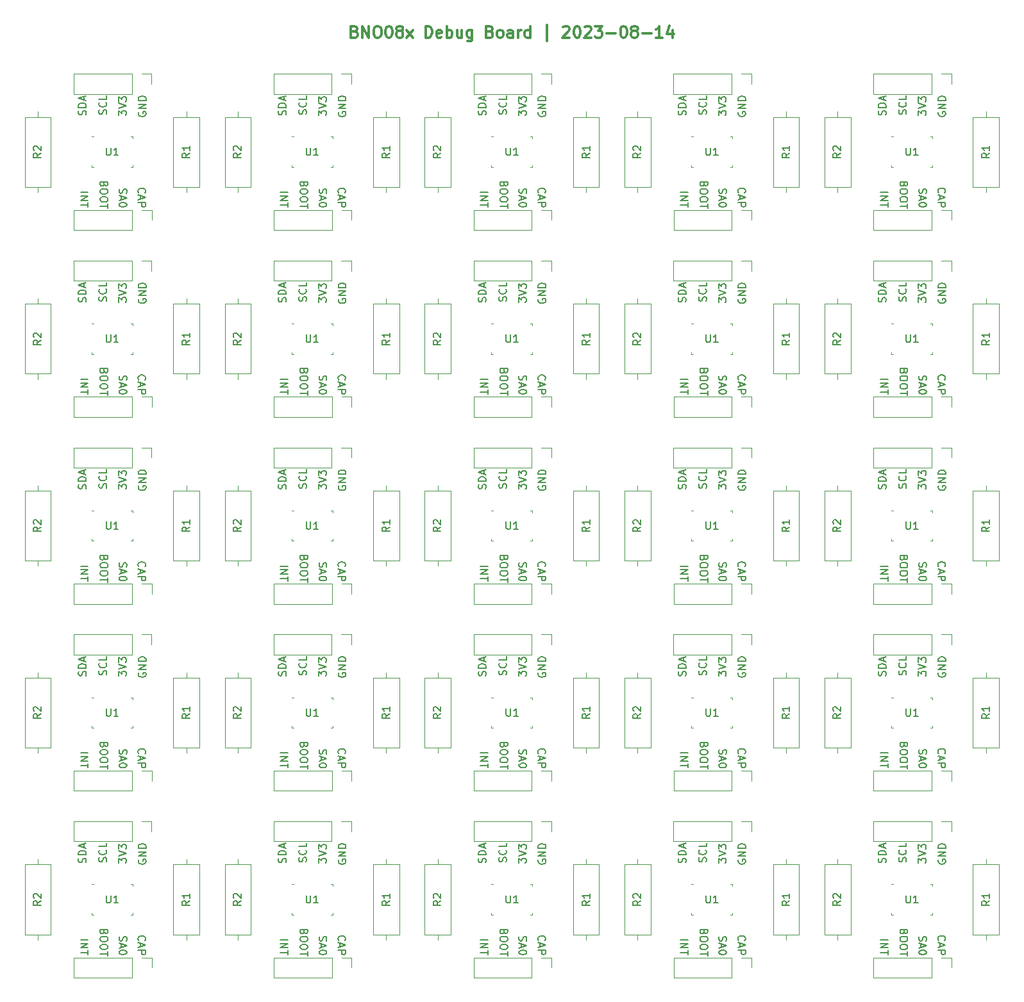
<source format=gbr>
%TF.GenerationSoftware,KiCad,Pcbnew,7.0.7-7.0.7~ubuntu20.04.1*%
%TF.CreationDate,2023-08-14T16:59:11-04:00*%
%TF.ProjectId,bno085-debug-board-panel,626e6f30-3835-42d6-9465-6275672d626f,rev?*%
%TF.SameCoordinates,Original*%
%TF.FileFunction,Legend,Top*%
%TF.FilePolarity,Positive*%
%FSLAX46Y46*%
G04 Gerber Fmt 4.6, Leading zero omitted, Abs format (unit mm)*
G04 Created by KiCad (PCBNEW 7.0.7-7.0.7~ubuntu20.04.1) date 2023-08-14 16:59:11*
%MOMM*%
%LPD*%
G01*
G04 APERTURE LIST*
%ADD10C,0.150000*%
%ADD11C,0.300000*%
%ADD12C,0.120000*%
%ADD13C,0.500000*%
%ADD14R,1.700000X1.700000*%
%ADD15O,1.700000X1.700000*%
%ADD16C,1.600000*%
%ADD17O,1.600000X1.600000*%
%ADD18C,1.000000*%
%ADD19R,0.254000X1.975000*%
%ADD20R,1.950000X0.254000*%
G04 APERTURE END LIST*
D10*
X125669819Y-112258458D02*
X125669819Y-111639411D01*
X125669819Y-111639411D02*
X126050771Y-111972744D01*
X126050771Y-111972744D02*
X126050771Y-111829887D01*
X126050771Y-111829887D02*
X126098390Y-111734649D01*
X126098390Y-111734649D02*
X126146009Y-111687030D01*
X126146009Y-111687030D02*
X126241247Y-111639411D01*
X126241247Y-111639411D02*
X126479342Y-111639411D01*
X126479342Y-111639411D02*
X126574580Y-111687030D01*
X126574580Y-111687030D02*
X126622200Y-111734649D01*
X126622200Y-111734649D02*
X126669819Y-111829887D01*
X126669819Y-111829887D02*
X126669819Y-112115601D01*
X126669819Y-112115601D02*
X126622200Y-112210839D01*
X126622200Y-112210839D02*
X126574580Y-112258458D01*
X125669819Y-111353696D02*
X126669819Y-111020363D01*
X126669819Y-111020363D02*
X125669819Y-110687030D01*
X125669819Y-110448934D02*
X125669819Y-109829887D01*
X125669819Y-109829887D02*
X126050771Y-110163220D01*
X126050771Y-110163220D02*
X126050771Y-110020363D01*
X126050771Y-110020363D02*
X126098390Y-109925125D01*
X126098390Y-109925125D02*
X126146009Y-109877506D01*
X126146009Y-109877506D02*
X126241247Y-109829887D01*
X126241247Y-109829887D02*
X126479342Y-109829887D01*
X126479342Y-109829887D02*
X126574580Y-109877506D01*
X126574580Y-109877506D02*
X126622200Y-109925125D01*
X126622200Y-109925125D02*
X126669819Y-110020363D01*
X126669819Y-110020363D02*
X126669819Y-110306077D01*
X126669819Y-110306077D02*
X126622200Y-110401315D01*
X126622200Y-110401315D02*
X126574580Y-110448934D01*
X72977800Y-121989160D02*
X72930180Y-122132017D01*
X72930180Y-122132017D02*
X72930180Y-122370112D01*
X72930180Y-122370112D02*
X72977800Y-122465350D01*
X72977800Y-122465350D02*
X73025419Y-122512969D01*
X73025419Y-122512969D02*
X73120657Y-122560588D01*
X73120657Y-122560588D02*
X73215895Y-122560588D01*
X73215895Y-122560588D02*
X73311133Y-122512969D01*
X73311133Y-122512969D02*
X73358752Y-122465350D01*
X73358752Y-122465350D02*
X73406371Y-122370112D01*
X73406371Y-122370112D02*
X73453990Y-122179636D01*
X73453990Y-122179636D02*
X73501609Y-122084398D01*
X73501609Y-122084398D02*
X73549228Y-122036779D01*
X73549228Y-122036779D02*
X73644466Y-121989160D01*
X73644466Y-121989160D02*
X73739704Y-121989160D01*
X73739704Y-121989160D02*
X73834942Y-122036779D01*
X73834942Y-122036779D02*
X73882561Y-122084398D01*
X73882561Y-122084398D02*
X73930180Y-122179636D01*
X73930180Y-122179636D02*
X73930180Y-122417731D01*
X73930180Y-122417731D02*
X73882561Y-122560588D01*
X73215895Y-122941541D02*
X73215895Y-123417731D01*
X72930180Y-122846303D02*
X73930180Y-123179636D01*
X73930180Y-123179636D02*
X72930180Y-123512969D01*
X73930180Y-124036779D02*
X73930180Y-124132017D01*
X73930180Y-124132017D02*
X73882561Y-124227255D01*
X73882561Y-124227255D02*
X73834942Y-124274874D01*
X73834942Y-124274874D02*
X73739704Y-124322493D01*
X73739704Y-124322493D02*
X73549228Y-124370112D01*
X73549228Y-124370112D02*
X73311133Y-124370112D01*
X73311133Y-124370112D02*
X73120657Y-124322493D01*
X73120657Y-124322493D02*
X73025419Y-124274874D01*
X73025419Y-124274874D02*
X72977800Y-124227255D01*
X72977800Y-124227255D02*
X72930180Y-124132017D01*
X72930180Y-124132017D02*
X72930180Y-124036779D01*
X72930180Y-124036779D02*
X72977800Y-123941541D01*
X72977800Y-123941541D02*
X73025419Y-123893922D01*
X73025419Y-123893922D02*
X73120657Y-123846303D01*
X73120657Y-123846303D02*
X73311133Y-123798684D01*
X73311133Y-123798684D02*
X73549228Y-123798684D01*
X73549228Y-123798684D02*
X73739704Y-123846303D01*
X73739704Y-123846303D02*
X73834942Y-123893922D01*
X73834942Y-123893922D02*
X73882561Y-123941541D01*
X73882561Y-123941541D02*
X73930180Y-124036779D01*
X44553990Y-47270112D02*
X44506371Y-47412969D01*
X44506371Y-47412969D02*
X44458752Y-47460588D01*
X44458752Y-47460588D02*
X44363514Y-47508207D01*
X44363514Y-47508207D02*
X44220657Y-47508207D01*
X44220657Y-47508207D02*
X44125419Y-47460588D01*
X44125419Y-47460588D02*
X44077800Y-47412969D01*
X44077800Y-47412969D02*
X44030180Y-47317731D01*
X44030180Y-47317731D02*
X44030180Y-46936779D01*
X44030180Y-46936779D02*
X45030180Y-46936779D01*
X45030180Y-46936779D02*
X45030180Y-47270112D01*
X45030180Y-47270112D02*
X44982561Y-47365350D01*
X44982561Y-47365350D02*
X44934942Y-47412969D01*
X44934942Y-47412969D02*
X44839704Y-47460588D01*
X44839704Y-47460588D02*
X44744466Y-47460588D01*
X44744466Y-47460588D02*
X44649228Y-47412969D01*
X44649228Y-47412969D02*
X44601609Y-47365350D01*
X44601609Y-47365350D02*
X44553990Y-47270112D01*
X44553990Y-47270112D02*
X44553990Y-46936779D01*
X45030180Y-48127255D02*
X45030180Y-48317731D01*
X45030180Y-48317731D02*
X44982561Y-48412969D01*
X44982561Y-48412969D02*
X44887323Y-48508207D01*
X44887323Y-48508207D02*
X44696847Y-48555826D01*
X44696847Y-48555826D02*
X44363514Y-48555826D01*
X44363514Y-48555826D02*
X44173038Y-48508207D01*
X44173038Y-48508207D02*
X44077800Y-48412969D01*
X44077800Y-48412969D02*
X44030180Y-48317731D01*
X44030180Y-48317731D02*
X44030180Y-48127255D01*
X44030180Y-48127255D02*
X44077800Y-48032017D01*
X44077800Y-48032017D02*
X44173038Y-47936779D01*
X44173038Y-47936779D02*
X44363514Y-47889160D01*
X44363514Y-47889160D02*
X44696847Y-47889160D01*
X44696847Y-47889160D02*
X44887323Y-47936779D01*
X44887323Y-47936779D02*
X44982561Y-48032017D01*
X44982561Y-48032017D02*
X45030180Y-48127255D01*
X45030180Y-49174874D02*
X45030180Y-49365350D01*
X45030180Y-49365350D02*
X44982561Y-49460588D01*
X44982561Y-49460588D02*
X44887323Y-49555826D01*
X44887323Y-49555826D02*
X44696847Y-49603445D01*
X44696847Y-49603445D02*
X44363514Y-49603445D01*
X44363514Y-49603445D02*
X44173038Y-49555826D01*
X44173038Y-49555826D02*
X44077800Y-49460588D01*
X44077800Y-49460588D02*
X44030180Y-49365350D01*
X44030180Y-49365350D02*
X44030180Y-49174874D01*
X44030180Y-49174874D02*
X44077800Y-49079636D01*
X44077800Y-49079636D02*
X44173038Y-48984398D01*
X44173038Y-48984398D02*
X44363514Y-48936779D01*
X44363514Y-48936779D02*
X44696847Y-48936779D01*
X44696847Y-48936779D02*
X44887323Y-48984398D01*
X44887323Y-48984398D02*
X44982561Y-49079636D01*
X44982561Y-49079636D02*
X45030180Y-49174874D01*
X45030180Y-49889160D02*
X45030180Y-50460588D01*
X44030180Y-50174874D02*
X45030180Y-50174874D01*
X49117438Y-13039411D02*
X49069819Y-13134649D01*
X49069819Y-13134649D02*
X49069819Y-13277506D01*
X49069819Y-13277506D02*
X49117438Y-13420363D01*
X49117438Y-13420363D02*
X49212676Y-13515601D01*
X49212676Y-13515601D02*
X49307914Y-13563220D01*
X49307914Y-13563220D02*
X49498390Y-13610839D01*
X49498390Y-13610839D02*
X49641247Y-13610839D01*
X49641247Y-13610839D02*
X49831723Y-13563220D01*
X49831723Y-13563220D02*
X49926961Y-13515601D01*
X49926961Y-13515601D02*
X50022200Y-13420363D01*
X50022200Y-13420363D02*
X50069819Y-13277506D01*
X50069819Y-13277506D02*
X50069819Y-13182268D01*
X50069819Y-13182268D02*
X50022200Y-13039411D01*
X50022200Y-13039411D02*
X49974580Y-12991792D01*
X49974580Y-12991792D02*
X49641247Y-12991792D01*
X49641247Y-12991792D02*
X49641247Y-13182268D01*
X50069819Y-12563220D02*
X49069819Y-12563220D01*
X49069819Y-12563220D02*
X50069819Y-11991792D01*
X50069819Y-11991792D02*
X49069819Y-11991792D01*
X50069819Y-11515601D02*
X49069819Y-11515601D01*
X49069819Y-11515601D02*
X49069819Y-11277506D01*
X49069819Y-11277506D02*
X49117438Y-11134649D01*
X49117438Y-11134649D02*
X49212676Y-11039411D01*
X49212676Y-11039411D02*
X49307914Y-10991792D01*
X49307914Y-10991792D02*
X49498390Y-10944173D01*
X49498390Y-10944173D02*
X49641247Y-10944173D01*
X49641247Y-10944173D02*
X49831723Y-10991792D01*
X49831723Y-10991792D02*
X49926961Y-11039411D01*
X49926961Y-11039411D02*
X50022200Y-11134649D01*
X50022200Y-11134649D02*
X50069819Y-11277506D01*
X50069819Y-11277506D02*
X50069819Y-11515601D01*
X41430180Y-48336779D02*
X42430180Y-48336779D01*
X41430180Y-48812969D02*
X42430180Y-48812969D01*
X42430180Y-48812969D02*
X41430180Y-49384397D01*
X41430180Y-49384397D02*
X42430180Y-49384397D01*
X42430180Y-49717731D02*
X42430180Y-50289159D01*
X41430180Y-50003445D02*
X42430180Y-50003445D01*
X67830180Y-97736779D02*
X68830180Y-97736779D01*
X67830180Y-98212969D02*
X68830180Y-98212969D01*
X68830180Y-98212969D02*
X67830180Y-98784397D01*
X67830180Y-98784397D02*
X68830180Y-98784397D01*
X68830180Y-99117731D02*
X68830180Y-99689159D01*
X67830180Y-99403445D02*
X68830180Y-99403445D01*
X121322200Y-87510839D02*
X121369819Y-87367982D01*
X121369819Y-87367982D02*
X121369819Y-87129887D01*
X121369819Y-87129887D02*
X121322200Y-87034649D01*
X121322200Y-87034649D02*
X121274580Y-86987030D01*
X121274580Y-86987030D02*
X121179342Y-86939411D01*
X121179342Y-86939411D02*
X121084104Y-86939411D01*
X121084104Y-86939411D02*
X120988866Y-86987030D01*
X120988866Y-86987030D02*
X120941247Y-87034649D01*
X120941247Y-87034649D02*
X120893628Y-87129887D01*
X120893628Y-87129887D02*
X120846009Y-87320363D01*
X120846009Y-87320363D02*
X120798390Y-87415601D01*
X120798390Y-87415601D02*
X120750771Y-87463220D01*
X120750771Y-87463220D02*
X120655533Y-87510839D01*
X120655533Y-87510839D02*
X120560295Y-87510839D01*
X120560295Y-87510839D02*
X120465057Y-87463220D01*
X120465057Y-87463220D02*
X120417438Y-87415601D01*
X120417438Y-87415601D02*
X120369819Y-87320363D01*
X120369819Y-87320363D02*
X120369819Y-87082268D01*
X120369819Y-87082268D02*
X120417438Y-86939411D01*
X121369819Y-86510839D02*
X120369819Y-86510839D01*
X120369819Y-86510839D02*
X120369819Y-86272744D01*
X120369819Y-86272744D02*
X120417438Y-86129887D01*
X120417438Y-86129887D02*
X120512676Y-86034649D01*
X120512676Y-86034649D02*
X120607914Y-85987030D01*
X120607914Y-85987030D02*
X120798390Y-85939411D01*
X120798390Y-85939411D02*
X120941247Y-85939411D01*
X120941247Y-85939411D02*
X121131723Y-85987030D01*
X121131723Y-85987030D02*
X121226961Y-86034649D01*
X121226961Y-86034649D02*
X121322200Y-86129887D01*
X121322200Y-86129887D02*
X121369819Y-86272744D01*
X121369819Y-86272744D02*
X121369819Y-86510839D01*
X121084104Y-85558458D02*
X121084104Y-85082268D01*
X121369819Y-85653696D02*
X120369819Y-85320363D01*
X120369819Y-85320363D02*
X121369819Y-84987030D01*
X94922200Y-62810839D02*
X94969819Y-62667982D01*
X94969819Y-62667982D02*
X94969819Y-62429887D01*
X94969819Y-62429887D02*
X94922200Y-62334649D01*
X94922200Y-62334649D02*
X94874580Y-62287030D01*
X94874580Y-62287030D02*
X94779342Y-62239411D01*
X94779342Y-62239411D02*
X94684104Y-62239411D01*
X94684104Y-62239411D02*
X94588866Y-62287030D01*
X94588866Y-62287030D02*
X94541247Y-62334649D01*
X94541247Y-62334649D02*
X94493628Y-62429887D01*
X94493628Y-62429887D02*
X94446009Y-62620363D01*
X94446009Y-62620363D02*
X94398390Y-62715601D01*
X94398390Y-62715601D02*
X94350771Y-62763220D01*
X94350771Y-62763220D02*
X94255533Y-62810839D01*
X94255533Y-62810839D02*
X94160295Y-62810839D01*
X94160295Y-62810839D02*
X94065057Y-62763220D01*
X94065057Y-62763220D02*
X94017438Y-62715601D01*
X94017438Y-62715601D02*
X93969819Y-62620363D01*
X93969819Y-62620363D02*
X93969819Y-62382268D01*
X93969819Y-62382268D02*
X94017438Y-62239411D01*
X94969819Y-61810839D02*
X93969819Y-61810839D01*
X93969819Y-61810839D02*
X93969819Y-61572744D01*
X93969819Y-61572744D02*
X94017438Y-61429887D01*
X94017438Y-61429887D02*
X94112676Y-61334649D01*
X94112676Y-61334649D02*
X94207914Y-61287030D01*
X94207914Y-61287030D02*
X94398390Y-61239411D01*
X94398390Y-61239411D02*
X94541247Y-61239411D01*
X94541247Y-61239411D02*
X94731723Y-61287030D01*
X94731723Y-61287030D02*
X94826961Y-61334649D01*
X94826961Y-61334649D02*
X94922200Y-61429887D01*
X94922200Y-61429887D02*
X94969819Y-61572744D01*
X94969819Y-61572744D02*
X94969819Y-61810839D01*
X94684104Y-60858458D02*
X94684104Y-60382268D01*
X94969819Y-60953696D02*
X93969819Y-60620363D01*
X93969819Y-60620363D02*
X94969819Y-60287030D01*
X75525419Y-122508207D02*
X75477800Y-122460588D01*
X75477800Y-122460588D02*
X75430180Y-122317731D01*
X75430180Y-122317731D02*
X75430180Y-122222493D01*
X75430180Y-122222493D02*
X75477800Y-122079636D01*
X75477800Y-122079636D02*
X75573038Y-121984398D01*
X75573038Y-121984398D02*
X75668276Y-121936779D01*
X75668276Y-121936779D02*
X75858752Y-121889160D01*
X75858752Y-121889160D02*
X76001609Y-121889160D01*
X76001609Y-121889160D02*
X76192085Y-121936779D01*
X76192085Y-121936779D02*
X76287323Y-121984398D01*
X76287323Y-121984398D02*
X76382561Y-122079636D01*
X76382561Y-122079636D02*
X76430180Y-122222493D01*
X76430180Y-122222493D02*
X76430180Y-122317731D01*
X76430180Y-122317731D02*
X76382561Y-122460588D01*
X76382561Y-122460588D02*
X76334942Y-122508207D01*
X75715895Y-122889160D02*
X75715895Y-123365350D01*
X75430180Y-122793922D02*
X76430180Y-123127255D01*
X76430180Y-123127255D02*
X75430180Y-123460588D01*
X75430180Y-123793922D02*
X76430180Y-123793922D01*
X76430180Y-123793922D02*
X76430180Y-124174874D01*
X76430180Y-124174874D02*
X76382561Y-124270112D01*
X76382561Y-124270112D02*
X76334942Y-124317731D01*
X76334942Y-124317731D02*
X76239704Y-124365350D01*
X76239704Y-124365350D02*
X76096847Y-124365350D01*
X76096847Y-124365350D02*
X76001609Y-124317731D01*
X76001609Y-124317731D02*
X75953990Y-124270112D01*
X75953990Y-124270112D02*
X75906371Y-124174874D01*
X75906371Y-124174874D02*
X75906371Y-123793922D01*
X67830180Y-122436779D02*
X68830180Y-122436779D01*
X67830180Y-122912969D02*
X68830180Y-122912969D01*
X68830180Y-122912969D02*
X67830180Y-123484397D01*
X67830180Y-123484397D02*
X68830180Y-123484397D01*
X68830180Y-123817731D02*
X68830180Y-124389159D01*
X67830180Y-124103445D02*
X68830180Y-124103445D01*
X22717438Y-13039411D02*
X22669819Y-13134649D01*
X22669819Y-13134649D02*
X22669819Y-13277506D01*
X22669819Y-13277506D02*
X22717438Y-13420363D01*
X22717438Y-13420363D02*
X22812676Y-13515601D01*
X22812676Y-13515601D02*
X22907914Y-13563220D01*
X22907914Y-13563220D02*
X23098390Y-13610839D01*
X23098390Y-13610839D02*
X23241247Y-13610839D01*
X23241247Y-13610839D02*
X23431723Y-13563220D01*
X23431723Y-13563220D02*
X23526961Y-13515601D01*
X23526961Y-13515601D02*
X23622200Y-13420363D01*
X23622200Y-13420363D02*
X23669819Y-13277506D01*
X23669819Y-13277506D02*
X23669819Y-13182268D01*
X23669819Y-13182268D02*
X23622200Y-13039411D01*
X23622200Y-13039411D02*
X23574580Y-12991792D01*
X23574580Y-12991792D02*
X23241247Y-12991792D01*
X23241247Y-12991792D02*
X23241247Y-13182268D01*
X23669819Y-12563220D02*
X22669819Y-12563220D01*
X22669819Y-12563220D02*
X23669819Y-11991792D01*
X23669819Y-11991792D02*
X22669819Y-11991792D01*
X23669819Y-11515601D02*
X22669819Y-11515601D01*
X22669819Y-11515601D02*
X22669819Y-11277506D01*
X22669819Y-11277506D02*
X22717438Y-11134649D01*
X22717438Y-11134649D02*
X22812676Y-11039411D01*
X22812676Y-11039411D02*
X22907914Y-10991792D01*
X22907914Y-10991792D02*
X23098390Y-10944173D01*
X23098390Y-10944173D02*
X23241247Y-10944173D01*
X23241247Y-10944173D02*
X23431723Y-10991792D01*
X23431723Y-10991792D02*
X23526961Y-11039411D01*
X23526961Y-11039411D02*
X23622200Y-11134649D01*
X23622200Y-11134649D02*
X23669819Y-11277506D01*
X23669819Y-11277506D02*
X23669819Y-11515601D01*
X124022200Y-13310839D02*
X124069819Y-13167982D01*
X124069819Y-13167982D02*
X124069819Y-12929887D01*
X124069819Y-12929887D02*
X124022200Y-12834649D01*
X124022200Y-12834649D02*
X123974580Y-12787030D01*
X123974580Y-12787030D02*
X123879342Y-12739411D01*
X123879342Y-12739411D02*
X123784104Y-12739411D01*
X123784104Y-12739411D02*
X123688866Y-12787030D01*
X123688866Y-12787030D02*
X123641247Y-12834649D01*
X123641247Y-12834649D02*
X123593628Y-12929887D01*
X123593628Y-12929887D02*
X123546009Y-13120363D01*
X123546009Y-13120363D02*
X123498390Y-13215601D01*
X123498390Y-13215601D02*
X123450771Y-13263220D01*
X123450771Y-13263220D02*
X123355533Y-13310839D01*
X123355533Y-13310839D02*
X123260295Y-13310839D01*
X123260295Y-13310839D02*
X123165057Y-13263220D01*
X123165057Y-13263220D02*
X123117438Y-13215601D01*
X123117438Y-13215601D02*
X123069819Y-13120363D01*
X123069819Y-13120363D02*
X123069819Y-12882268D01*
X123069819Y-12882268D02*
X123117438Y-12739411D01*
X123974580Y-11739411D02*
X124022200Y-11787030D01*
X124022200Y-11787030D02*
X124069819Y-11929887D01*
X124069819Y-11929887D02*
X124069819Y-12025125D01*
X124069819Y-12025125D02*
X124022200Y-12167982D01*
X124022200Y-12167982D02*
X123926961Y-12263220D01*
X123926961Y-12263220D02*
X123831723Y-12310839D01*
X123831723Y-12310839D02*
X123641247Y-12358458D01*
X123641247Y-12358458D02*
X123498390Y-12358458D01*
X123498390Y-12358458D02*
X123307914Y-12310839D01*
X123307914Y-12310839D02*
X123212676Y-12263220D01*
X123212676Y-12263220D02*
X123117438Y-12167982D01*
X123117438Y-12167982D02*
X123069819Y-12025125D01*
X123069819Y-12025125D02*
X123069819Y-11929887D01*
X123069819Y-11929887D02*
X123117438Y-11787030D01*
X123117438Y-11787030D02*
X123165057Y-11739411D01*
X124069819Y-10834649D02*
X124069819Y-11310839D01*
X124069819Y-11310839D02*
X123069819Y-11310839D01*
X46577800Y-47889160D02*
X46530180Y-48032017D01*
X46530180Y-48032017D02*
X46530180Y-48270112D01*
X46530180Y-48270112D02*
X46577800Y-48365350D01*
X46577800Y-48365350D02*
X46625419Y-48412969D01*
X46625419Y-48412969D02*
X46720657Y-48460588D01*
X46720657Y-48460588D02*
X46815895Y-48460588D01*
X46815895Y-48460588D02*
X46911133Y-48412969D01*
X46911133Y-48412969D02*
X46958752Y-48365350D01*
X46958752Y-48365350D02*
X47006371Y-48270112D01*
X47006371Y-48270112D02*
X47053990Y-48079636D01*
X47053990Y-48079636D02*
X47101609Y-47984398D01*
X47101609Y-47984398D02*
X47149228Y-47936779D01*
X47149228Y-47936779D02*
X47244466Y-47889160D01*
X47244466Y-47889160D02*
X47339704Y-47889160D01*
X47339704Y-47889160D02*
X47434942Y-47936779D01*
X47434942Y-47936779D02*
X47482561Y-47984398D01*
X47482561Y-47984398D02*
X47530180Y-48079636D01*
X47530180Y-48079636D02*
X47530180Y-48317731D01*
X47530180Y-48317731D02*
X47482561Y-48460588D01*
X46815895Y-48841541D02*
X46815895Y-49317731D01*
X46530180Y-48746303D02*
X47530180Y-49079636D01*
X47530180Y-49079636D02*
X46530180Y-49412969D01*
X47530180Y-49936779D02*
X47530180Y-50032017D01*
X47530180Y-50032017D02*
X47482561Y-50127255D01*
X47482561Y-50127255D02*
X47434942Y-50174874D01*
X47434942Y-50174874D02*
X47339704Y-50222493D01*
X47339704Y-50222493D02*
X47149228Y-50270112D01*
X47149228Y-50270112D02*
X46911133Y-50270112D01*
X46911133Y-50270112D02*
X46720657Y-50222493D01*
X46720657Y-50222493D02*
X46625419Y-50174874D01*
X46625419Y-50174874D02*
X46577800Y-50127255D01*
X46577800Y-50127255D02*
X46530180Y-50032017D01*
X46530180Y-50032017D02*
X46530180Y-49936779D01*
X46530180Y-49936779D02*
X46577800Y-49841541D01*
X46577800Y-49841541D02*
X46625419Y-49793922D01*
X46625419Y-49793922D02*
X46720657Y-49746303D01*
X46720657Y-49746303D02*
X46911133Y-49698684D01*
X46911133Y-49698684D02*
X47149228Y-49698684D01*
X47149228Y-49698684D02*
X47339704Y-49746303D01*
X47339704Y-49746303D02*
X47434942Y-49793922D01*
X47434942Y-49793922D02*
X47482561Y-49841541D01*
X47482561Y-49841541D02*
X47530180Y-49936779D01*
X68522200Y-13410839D02*
X68569819Y-13267982D01*
X68569819Y-13267982D02*
X68569819Y-13029887D01*
X68569819Y-13029887D02*
X68522200Y-12934649D01*
X68522200Y-12934649D02*
X68474580Y-12887030D01*
X68474580Y-12887030D02*
X68379342Y-12839411D01*
X68379342Y-12839411D02*
X68284104Y-12839411D01*
X68284104Y-12839411D02*
X68188866Y-12887030D01*
X68188866Y-12887030D02*
X68141247Y-12934649D01*
X68141247Y-12934649D02*
X68093628Y-13029887D01*
X68093628Y-13029887D02*
X68046009Y-13220363D01*
X68046009Y-13220363D02*
X67998390Y-13315601D01*
X67998390Y-13315601D02*
X67950771Y-13363220D01*
X67950771Y-13363220D02*
X67855533Y-13410839D01*
X67855533Y-13410839D02*
X67760295Y-13410839D01*
X67760295Y-13410839D02*
X67665057Y-13363220D01*
X67665057Y-13363220D02*
X67617438Y-13315601D01*
X67617438Y-13315601D02*
X67569819Y-13220363D01*
X67569819Y-13220363D02*
X67569819Y-12982268D01*
X67569819Y-12982268D02*
X67617438Y-12839411D01*
X68569819Y-12410839D02*
X67569819Y-12410839D01*
X67569819Y-12410839D02*
X67569819Y-12172744D01*
X67569819Y-12172744D02*
X67617438Y-12029887D01*
X67617438Y-12029887D02*
X67712676Y-11934649D01*
X67712676Y-11934649D02*
X67807914Y-11887030D01*
X67807914Y-11887030D02*
X67998390Y-11839411D01*
X67998390Y-11839411D02*
X68141247Y-11839411D01*
X68141247Y-11839411D02*
X68331723Y-11887030D01*
X68331723Y-11887030D02*
X68426961Y-11934649D01*
X68426961Y-11934649D02*
X68522200Y-12029887D01*
X68522200Y-12029887D02*
X68569819Y-12172744D01*
X68569819Y-12172744D02*
X68569819Y-12410839D01*
X68284104Y-11458458D02*
X68284104Y-10982268D01*
X68569819Y-11553696D02*
X67569819Y-11220363D01*
X67569819Y-11220363D02*
X68569819Y-10887030D01*
X97353990Y-96670112D02*
X97306371Y-96812969D01*
X97306371Y-96812969D02*
X97258752Y-96860588D01*
X97258752Y-96860588D02*
X97163514Y-96908207D01*
X97163514Y-96908207D02*
X97020657Y-96908207D01*
X97020657Y-96908207D02*
X96925419Y-96860588D01*
X96925419Y-96860588D02*
X96877800Y-96812969D01*
X96877800Y-96812969D02*
X96830180Y-96717731D01*
X96830180Y-96717731D02*
X96830180Y-96336779D01*
X96830180Y-96336779D02*
X97830180Y-96336779D01*
X97830180Y-96336779D02*
X97830180Y-96670112D01*
X97830180Y-96670112D02*
X97782561Y-96765350D01*
X97782561Y-96765350D02*
X97734942Y-96812969D01*
X97734942Y-96812969D02*
X97639704Y-96860588D01*
X97639704Y-96860588D02*
X97544466Y-96860588D01*
X97544466Y-96860588D02*
X97449228Y-96812969D01*
X97449228Y-96812969D02*
X97401609Y-96765350D01*
X97401609Y-96765350D02*
X97353990Y-96670112D01*
X97353990Y-96670112D02*
X97353990Y-96336779D01*
X97830180Y-97527255D02*
X97830180Y-97717731D01*
X97830180Y-97717731D02*
X97782561Y-97812969D01*
X97782561Y-97812969D02*
X97687323Y-97908207D01*
X97687323Y-97908207D02*
X97496847Y-97955826D01*
X97496847Y-97955826D02*
X97163514Y-97955826D01*
X97163514Y-97955826D02*
X96973038Y-97908207D01*
X96973038Y-97908207D02*
X96877800Y-97812969D01*
X96877800Y-97812969D02*
X96830180Y-97717731D01*
X96830180Y-97717731D02*
X96830180Y-97527255D01*
X96830180Y-97527255D02*
X96877800Y-97432017D01*
X96877800Y-97432017D02*
X96973038Y-97336779D01*
X96973038Y-97336779D02*
X97163514Y-97289160D01*
X97163514Y-97289160D02*
X97496847Y-97289160D01*
X97496847Y-97289160D02*
X97687323Y-97336779D01*
X97687323Y-97336779D02*
X97782561Y-97432017D01*
X97782561Y-97432017D02*
X97830180Y-97527255D01*
X97830180Y-98574874D02*
X97830180Y-98765350D01*
X97830180Y-98765350D02*
X97782561Y-98860588D01*
X97782561Y-98860588D02*
X97687323Y-98955826D01*
X97687323Y-98955826D02*
X97496847Y-99003445D01*
X97496847Y-99003445D02*
X97163514Y-99003445D01*
X97163514Y-99003445D02*
X96973038Y-98955826D01*
X96973038Y-98955826D02*
X96877800Y-98860588D01*
X96877800Y-98860588D02*
X96830180Y-98765350D01*
X96830180Y-98765350D02*
X96830180Y-98574874D01*
X96830180Y-98574874D02*
X96877800Y-98479636D01*
X96877800Y-98479636D02*
X96973038Y-98384398D01*
X96973038Y-98384398D02*
X97163514Y-98336779D01*
X97163514Y-98336779D02*
X97496847Y-98336779D01*
X97496847Y-98336779D02*
X97687323Y-98384398D01*
X97687323Y-98384398D02*
X97782561Y-98479636D01*
X97782561Y-98479636D02*
X97830180Y-98574874D01*
X97830180Y-99289160D02*
X97830180Y-99860588D01*
X96830180Y-99574874D02*
X97830180Y-99574874D01*
X44822200Y-62710839D02*
X44869819Y-62567982D01*
X44869819Y-62567982D02*
X44869819Y-62329887D01*
X44869819Y-62329887D02*
X44822200Y-62234649D01*
X44822200Y-62234649D02*
X44774580Y-62187030D01*
X44774580Y-62187030D02*
X44679342Y-62139411D01*
X44679342Y-62139411D02*
X44584104Y-62139411D01*
X44584104Y-62139411D02*
X44488866Y-62187030D01*
X44488866Y-62187030D02*
X44441247Y-62234649D01*
X44441247Y-62234649D02*
X44393628Y-62329887D01*
X44393628Y-62329887D02*
X44346009Y-62520363D01*
X44346009Y-62520363D02*
X44298390Y-62615601D01*
X44298390Y-62615601D02*
X44250771Y-62663220D01*
X44250771Y-62663220D02*
X44155533Y-62710839D01*
X44155533Y-62710839D02*
X44060295Y-62710839D01*
X44060295Y-62710839D02*
X43965057Y-62663220D01*
X43965057Y-62663220D02*
X43917438Y-62615601D01*
X43917438Y-62615601D02*
X43869819Y-62520363D01*
X43869819Y-62520363D02*
X43869819Y-62282268D01*
X43869819Y-62282268D02*
X43917438Y-62139411D01*
X44774580Y-61139411D02*
X44822200Y-61187030D01*
X44822200Y-61187030D02*
X44869819Y-61329887D01*
X44869819Y-61329887D02*
X44869819Y-61425125D01*
X44869819Y-61425125D02*
X44822200Y-61567982D01*
X44822200Y-61567982D02*
X44726961Y-61663220D01*
X44726961Y-61663220D02*
X44631723Y-61710839D01*
X44631723Y-61710839D02*
X44441247Y-61758458D01*
X44441247Y-61758458D02*
X44298390Y-61758458D01*
X44298390Y-61758458D02*
X44107914Y-61710839D01*
X44107914Y-61710839D02*
X44012676Y-61663220D01*
X44012676Y-61663220D02*
X43917438Y-61567982D01*
X43917438Y-61567982D02*
X43869819Y-61425125D01*
X43869819Y-61425125D02*
X43869819Y-61329887D01*
X43869819Y-61329887D02*
X43917438Y-61187030D01*
X43917438Y-61187030D02*
X43965057Y-61139411D01*
X44869819Y-60234649D02*
X44869819Y-60710839D01*
X44869819Y-60710839D02*
X43869819Y-60710839D01*
X123753990Y-96670112D02*
X123706371Y-96812969D01*
X123706371Y-96812969D02*
X123658752Y-96860588D01*
X123658752Y-96860588D02*
X123563514Y-96908207D01*
X123563514Y-96908207D02*
X123420657Y-96908207D01*
X123420657Y-96908207D02*
X123325419Y-96860588D01*
X123325419Y-96860588D02*
X123277800Y-96812969D01*
X123277800Y-96812969D02*
X123230180Y-96717731D01*
X123230180Y-96717731D02*
X123230180Y-96336779D01*
X123230180Y-96336779D02*
X124230180Y-96336779D01*
X124230180Y-96336779D02*
X124230180Y-96670112D01*
X124230180Y-96670112D02*
X124182561Y-96765350D01*
X124182561Y-96765350D02*
X124134942Y-96812969D01*
X124134942Y-96812969D02*
X124039704Y-96860588D01*
X124039704Y-96860588D02*
X123944466Y-96860588D01*
X123944466Y-96860588D02*
X123849228Y-96812969D01*
X123849228Y-96812969D02*
X123801609Y-96765350D01*
X123801609Y-96765350D02*
X123753990Y-96670112D01*
X123753990Y-96670112D02*
X123753990Y-96336779D01*
X124230180Y-97527255D02*
X124230180Y-97717731D01*
X124230180Y-97717731D02*
X124182561Y-97812969D01*
X124182561Y-97812969D02*
X124087323Y-97908207D01*
X124087323Y-97908207D02*
X123896847Y-97955826D01*
X123896847Y-97955826D02*
X123563514Y-97955826D01*
X123563514Y-97955826D02*
X123373038Y-97908207D01*
X123373038Y-97908207D02*
X123277800Y-97812969D01*
X123277800Y-97812969D02*
X123230180Y-97717731D01*
X123230180Y-97717731D02*
X123230180Y-97527255D01*
X123230180Y-97527255D02*
X123277800Y-97432017D01*
X123277800Y-97432017D02*
X123373038Y-97336779D01*
X123373038Y-97336779D02*
X123563514Y-97289160D01*
X123563514Y-97289160D02*
X123896847Y-97289160D01*
X123896847Y-97289160D02*
X124087323Y-97336779D01*
X124087323Y-97336779D02*
X124182561Y-97432017D01*
X124182561Y-97432017D02*
X124230180Y-97527255D01*
X124230180Y-98574874D02*
X124230180Y-98765350D01*
X124230180Y-98765350D02*
X124182561Y-98860588D01*
X124182561Y-98860588D02*
X124087323Y-98955826D01*
X124087323Y-98955826D02*
X123896847Y-99003445D01*
X123896847Y-99003445D02*
X123563514Y-99003445D01*
X123563514Y-99003445D02*
X123373038Y-98955826D01*
X123373038Y-98955826D02*
X123277800Y-98860588D01*
X123277800Y-98860588D02*
X123230180Y-98765350D01*
X123230180Y-98765350D02*
X123230180Y-98574874D01*
X123230180Y-98574874D02*
X123277800Y-98479636D01*
X123277800Y-98479636D02*
X123373038Y-98384398D01*
X123373038Y-98384398D02*
X123563514Y-98336779D01*
X123563514Y-98336779D02*
X123896847Y-98336779D01*
X123896847Y-98336779D02*
X124087323Y-98384398D01*
X124087323Y-98384398D02*
X124182561Y-98479636D01*
X124182561Y-98479636D02*
X124230180Y-98574874D01*
X124230180Y-99289160D02*
X124230180Y-99860588D01*
X123230180Y-99574874D02*
X124230180Y-99574874D01*
X99377800Y-121989160D02*
X99330180Y-122132017D01*
X99330180Y-122132017D02*
X99330180Y-122370112D01*
X99330180Y-122370112D02*
X99377800Y-122465350D01*
X99377800Y-122465350D02*
X99425419Y-122512969D01*
X99425419Y-122512969D02*
X99520657Y-122560588D01*
X99520657Y-122560588D02*
X99615895Y-122560588D01*
X99615895Y-122560588D02*
X99711133Y-122512969D01*
X99711133Y-122512969D02*
X99758752Y-122465350D01*
X99758752Y-122465350D02*
X99806371Y-122370112D01*
X99806371Y-122370112D02*
X99853990Y-122179636D01*
X99853990Y-122179636D02*
X99901609Y-122084398D01*
X99901609Y-122084398D02*
X99949228Y-122036779D01*
X99949228Y-122036779D02*
X100044466Y-121989160D01*
X100044466Y-121989160D02*
X100139704Y-121989160D01*
X100139704Y-121989160D02*
X100234942Y-122036779D01*
X100234942Y-122036779D02*
X100282561Y-122084398D01*
X100282561Y-122084398D02*
X100330180Y-122179636D01*
X100330180Y-122179636D02*
X100330180Y-122417731D01*
X100330180Y-122417731D02*
X100282561Y-122560588D01*
X99615895Y-122941541D02*
X99615895Y-123417731D01*
X99330180Y-122846303D02*
X100330180Y-123179636D01*
X100330180Y-123179636D02*
X99330180Y-123512969D01*
X100330180Y-124036779D02*
X100330180Y-124132017D01*
X100330180Y-124132017D02*
X100282561Y-124227255D01*
X100282561Y-124227255D02*
X100234942Y-124274874D01*
X100234942Y-124274874D02*
X100139704Y-124322493D01*
X100139704Y-124322493D02*
X99949228Y-124370112D01*
X99949228Y-124370112D02*
X99711133Y-124370112D01*
X99711133Y-124370112D02*
X99520657Y-124322493D01*
X99520657Y-124322493D02*
X99425419Y-124274874D01*
X99425419Y-124274874D02*
X99377800Y-124227255D01*
X99377800Y-124227255D02*
X99330180Y-124132017D01*
X99330180Y-124132017D02*
X99330180Y-124036779D01*
X99330180Y-124036779D02*
X99377800Y-123941541D01*
X99377800Y-123941541D02*
X99425419Y-123893922D01*
X99425419Y-123893922D02*
X99520657Y-123846303D01*
X99520657Y-123846303D02*
X99711133Y-123798684D01*
X99711133Y-123798684D02*
X99949228Y-123798684D01*
X99949228Y-123798684D02*
X100139704Y-123846303D01*
X100139704Y-123846303D02*
X100234942Y-123893922D01*
X100234942Y-123893922D02*
X100282561Y-123941541D01*
X100282561Y-123941541D02*
X100330180Y-124036779D01*
X22717438Y-87139411D02*
X22669819Y-87234649D01*
X22669819Y-87234649D02*
X22669819Y-87377506D01*
X22669819Y-87377506D02*
X22717438Y-87520363D01*
X22717438Y-87520363D02*
X22812676Y-87615601D01*
X22812676Y-87615601D02*
X22907914Y-87663220D01*
X22907914Y-87663220D02*
X23098390Y-87710839D01*
X23098390Y-87710839D02*
X23241247Y-87710839D01*
X23241247Y-87710839D02*
X23431723Y-87663220D01*
X23431723Y-87663220D02*
X23526961Y-87615601D01*
X23526961Y-87615601D02*
X23622200Y-87520363D01*
X23622200Y-87520363D02*
X23669819Y-87377506D01*
X23669819Y-87377506D02*
X23669819Y-87282268D01*
X23669819Y-87282268D02*
X23622200Y-87139411D01*
X23622200Y-87139411D02*
X23574580Y-87091792D01*
X23574580Y-87091792D02*
X23241247Y-87091792D01*
X23241247Y-87091792D02*
X23241247Y-87282268D01*
X23669819Y-86663220D02*
X22669819Y-86663220D01*
X22669819Y-86663220D02*
X23669819Y-86091792D01*
X23669819Y-86091792D02*
X22669819Y-86091792D01*
X23669819Y-85615601D02*
X22669819Y-85615601D01*
X22669819Y-85615601D02*
X22669819Y-85377506D01*
X22669819Y-85377506D02*
X22717438Y-85234649D01*
X22717438Y-85234649D02*
X22812676Y-85139411D01*
X22812676Y-85139411D02*
X22907914Y-85091792D01*
X22907914Y-85091792D02*
X23098390Y-85044173D01*
X23098390Y-85044173D02*
X23241247Y-85044173D01*
X23241247Y-85044173D02*
X23431723Y-85091792D01*
X23431723Y-85091792D02*
X23526961Y-85139411D01*
X23526961Y-85139411D02*
X23622200Y-85234649D01*
X23622200Y-85234649D02*
X23669819Y-85377506D01*
X23669819Y-85377506D02*
X23669819Y-85615601D01*
X49125419Y-97808207D02*
X49077800Y-97760588D01*
X49077800Y-97760588D02*
X49030180Y-97617731D01*
X49030180Y-97617731D02*
X49030180Y-97522493D01*
X49030180Y-97522493D02*
X49077800Y-97379636D01*
X49077800Y-97379636D02*
X49173038Y-97284398D01*
X49173038Y-97284398D02*
X49268276Y-97236779D01*
X49268276Y-97236779D02*
X49458752Y-97189160D01*
X49458752Y-97189160D02*
X49601609Y-97189160D01*
X49601609Y-97189160D02*
X49792085Y-97236779D01*
X49792085Y-97236779D02*
X49887323Y-97284398D01*
X49887323Y-97284398D02*
X49982561Y-97379636D01*
X49982561Y-97379636D02*
X50030180Y-97522493D01*
X50030180Y-97522493D02*
X50030180Y-97617731D01*
X50030180Y-97617731D02*
X49982561Y-97760588D01*
X49982561Y-97760588D02*
X49934942Y-97808207D01*
X49315895Y-98189160D02*
X49315895Y-98665350D01*
X49030180Y-98093922D02*
X50030180Y-98427255D01*
X50030180Y-98427255D02*
X49030180Y-98760588D01*
X49030180Y-99093922D02*
X50030180Y-99093922D01*
X50030180Y-99093922D02*
X50030180Y-99474874D01*
X50030180Y-99474874D02*
X49982561Y-99570112D01*
X49982561Y-99570112D02*
X49934942Y-99617731D01*
X49934942Y-99617731D02*
X49839704Y-99665350D01*
X49839704Y-99665350D02*
X49696847Y-99665350D01*
X49696847Y-99665350D02*
X49601609Y-99617731D01*
X49601609Y-99617731D02*
X49553990Y-99570112D01*
X49553990Y-99570112D02*
X49506371Y-99474874D01*
X49506371Y-99474874D02*
X49506371Y-99093922D01*
X49125419Y-48408207D02*
X49077800Y-48360588D01*
X49077800Y-48360588D02*
X49030180Y-48217731D01*
X49030180Y-48217731D02*
X49030180Y-48122493D01*
X49030180Y-48122493D02*
X49077800Y-47979636D01*
X49077800Y-47979636D02*
X49173038Y-47884398D01*
X49173038Y-47884398D02*
X49268276Y-47836779D01*
X49268276Y-47836779D02*
X49458752Y-47789160D01*
X49458752Y-47789160D02*
X49601609Y-47789160D01*
X49601609Y-47789160D02*
X49792085Y-47836779D01*
X49792085Y-47836779D02*
X49887323Y-47884398D01*
X49887323Y-47884398D02*
X49982561Y-47979636D01*
X49982561Y-47979636D02*
X50030180Y-48122493D01*
X50030180Y-48122493D02*
X50030180Y-48217731D01*
X50030180Y-48217731D02*
X49982561Y-48360588D01*
X49982561Y-48360588D02*
X49934942Y-48408207D01*
X49315895Y-48789160D02*
X49315895Y-49265350D01*
X49030180Y-48693922D02*
X50030180Y-49027255D01*
X50030180Y-49027255D02*
X49030180Y-49360588D01*
X49030180Y-49693922D02*
X50030180Y-49693922D01*
X50030180Y-49693922D02*
X50030180Y-50074874D01*
X50030180Y-50074874D02*
X49982561Y-50170112D01*
X49982561Y-50170112D02*
X49934942Y-50217731D01*
X49934942Y-50217731D02*
X49839704Y-50265350D01*
X49839704Y-50265350D02*
X49696847Y-50265350D01*
X49696847Y-50265350D02*
X49601609Y-50217731D01*
X49601609Y-50217731D02*
X49553990Y-50170112D01*
X49553990Y-50170112D02*
X49506371Y-50074874D01*
X49506371Y-50074874D02*
X49506371Y-49693922D01*
X70953990Y-22570112D02*
X70906371Y-22712969D01*
X70906371Y-22712969D02*
X70858752Y-22760588D01*
X70858752Y-22760588D02*
X70763514Y-22808207D01*
X70763514Y-22808207D02*
X70620657Y-22808207D01*
X70620657Y-22808207D02*
X70525419Y-22760588D01*
X70525419Y-22760588D02*
X70477800Y-22712969D01*
X70477800Y-22712969D02*
X70430180Y-22617731D01*
X70430180Y-22617731D02*
X70430180Y-22236779D01*
X70430180Y-22236779D02*
X71430180Y-22236779D01*
X71430180Y-22236779D02*
X71430180Y-22570112D01*
X71430180Y-22570112D02*
X71382561Y-22665350D01*
X71382561Y-22665350D02*
X71334942Y-22712969D01*
X71334942Y-22712969D02*
X71239704Y-22760588D01*
X71239704Y-22760588D02*
X71144466Y-22760588D01*
X71144466Y-22760588D02*
X71049228Y-22712969D01*
X71049228Y-22712969D02*
X71001609Y-22665350D01*
X71001609Y-22665350D02*
X70953990Y-22570112D01*
X70953990Y-22570112D02*
X70953990Y-22236779D01*
X71430180Y-23427255D02*
X71430180Y-23617731D01*
X71430180Y-23617731D02*
X71382561Y-23712969D01*
X71382561Y-23712969D02*
X71287323Y-23808207D01*
X71287323Y-23808207D02*
X71096847Y-23855826D01*
X71096847Y-23855826D02*
X70763514Y-23855826D01*
X70763514Y-23855826D02*
X70573038Y-23808207D01*
X70573038Y-23808207D02*
X70477800Y-23712969D01*
X70477800Y-23712969D02*
X70430180Y-23617731D01*
X70430180Y-23617731D02*
X70430180Y-23427255D01*
X70430180Y-23427255D02*
X70477800Y-23332017D01*
X70477800Y-23332017D02*
X70573038Y-23236779D01*
X70573038Y-23236779D02*
X70763514Y-23189160D01*
X70763514Y-23189160D02*
X71096847Y-23189160D01*
X71096847Y-23189160D02*
X71287323Y-23236779D01*
X71287323Y-23236779D02*
X71382561Y-23332017D01*
X71382561Y-23332017D02*
X71430180Y-23427255D01*
X71430180Y-24474874D02*
X71430180Y-24665350D01*
X71430180Y-24665350D02*
X71382561Y-24760588D01*
X71382561Y-24760588D02*
X71287323Y-24855826D01*
X71287323Y-24855826D02*
X71096847Y-24903445D01*
X71096847Y-24903445D02*
X70763514Y-24903445D01*
X70763514Y-24903445D02*
X70573038Y-24855826D01*
X70573038Y-24855826D02*
X70477800Y-24760588D01*
X70477800Y-24760588D02*
X70430180Y-24665350D01*
X70430180Y-24665350D02*
X70430180Y-24474874D01*
X70430180Y-24474874D02*
X70477800Y-24379636D01*
X70477800Y-24379636D02*
X70573038Y-24284398D01*
X70573038Y-24284398D02*
X70763514Y-24236779D01*
X70763514Y-24236779D02*
X71096847Y-24236779D01*
X71096847Y-24236779D02*
X71287323Y-24284398D01*
X71287323Y-24284398D02*
X71382561Y-24379636D01*
X71382561Y-24379636D02*
X71430180Y-24474874D01*
X71430180Y-25189160D02*
X71430180Y-25760588D01*
X70430180Y-25474874D02*
X71430180Y-25474874D01*
X20177800Y-72589160D02*
X20130180Y-72732017D01*
X20130180Y-72732017D02*
X20130180Y-72970112D01*
X20130180Y-72970112D02*
X20177800Y-73065350D01*
X20177800Y-73065350D02*
X20225419Y-73112969D01*
X20225419Y-73112969D02*
X20320657Y-73160588D01*
X20320657Y-73160588D02*
X20415895Y-73160588D01*
X20415895Y-73160588D02*
X20511133Y-73112969D01*
X20511133Y-73112969D02*
X20558752Y-73065350D01*
X20558752Y-73065350D02*
X20606371Y-72970112D01*
X20606371Y-72970112D02*
X20653990Y-72779636D01*
X20653990Y-72779636D02*
X20701609Y-72684398D01*
X20701609Y-72684398D02*
X20749228Y-72636779D01*
X20749228Y-72636779D02*
X20844466Y-72589160D01*
X20844466Y-72589160D02*
X20939704Y-72589160D01*
X20939704Y-72589160D02*
X21034942Y-72636779D01*
X21034942Y-72636779D02*
X21082561Y-72684398D01*
X21082561Y-72684398D02*
X21130180Y-72779636D01*
X21130180Y-72779636D02*
X21130180Y-73017731D01*
X21130180Y-73017731D02*
X21082561Y-73160588D01*
X20415895Y-73541541D02*
X20415895Y-74017731D01*
X20130180Y-73446303D02*
X21130180Y-73779636D01*
X21130180Y-73779636D02*
X20130180Y-74112969D01*
X21130180Y-74636779D02*
X21130180Y-74732017D01*
X21130180Y-74732017D02*
X21082561Y-74827255D01*
X21082561Y-74827255D02*
X21034942Y-74874874D01*
X21034942Y-74874874D02*
X20939704Y-74922493D01*
X20939704Y-74922493D02*
X20749228Y-74970112D01*
X20749228Y-74970112D02*
X20511133Y-74970112D01*
X20511133Y-74970112D02*
X20320657Y-74922493D01*
X20320657Y-74922493D02*
X20225419Y-74874874D01*
X20225419Y-74874874D02*
X20177800Y-74827255D01*
X20177800Y-74827255D02*
X20130180Y-74732017D01*
X20130180Y-74732017D02*
X20130180Y-74636779D01*
X20130180Y-74636779D02*
X20177800Y-74541541D01*
X20177800Y-74541541D02*
X20225419Y-74493922D01*
X20225419Y-74493922D02*
X20320657Y-74446303D01*
X20320657Y-74446303D02*
X20511133Y-74398684D01*
X20511133Y-74398684D02*
X20749228Y-74398684D01*
X20749228Y-74398684D02*
X20939704Y-74446303D01*
X20939704Y-74446303D02*
X21034942Y-74493922D01*
X21034942Y-74493922D02*
X21082561Y-74541541D01*
X21082561Y-74541541D02*
X21130180Y-74636779D01*
X15722200Y-87510839D02*
X15769819Y-87367982D01*
X15769819Y-87367982D02*
X15769819Y-87129887D01*
X15769819Y-87129887D02*
X15722200Y-87034649D01*
X15722200Y-87034649D02*
X15674580Y-86987030D01*
X15674580Y-86987030D02*
X15579342Y-86939411D01*
X15579342Y-86939411D02*
X15484104Y-86939411D01*
X15484104Y-86939411D02*
X15388866Y-86987030D01*
X15388866Y-86987030D02*
X15341247Y-87034649D01*
X15341247Y-87034649D02*
X15293628Y-87129887D01*
X15293628Y-87129887D02*
X15246009Y-87320363D01*
X15246009Y-87320363D02*
X15198390Y-87415601D01*
X15198390Y-87415601D02*
X15150771Y-87463220D01*
X15150771Y-87463220D02*
X15055533Y-87510839D01*
X15055533Y-87510839D02*
X14960295Y-87510839D01*
X14960295Y-87510839D02*
X14865057Y-87463220D01*
X14865057Y-87463220D02*
X14817438Y-87415601D01*
X14817438Y-87415601D02*
X14769819Y-87320363D01*
X14769819Y-87320363D02*
X14769819Y-87082268D01*
X14769819Y-87082268D02*
X14817438Y-86939411D01*
X15769819Y-86510839D02*
X14769819Y-86510839D01*
X14769819Y-86510839D02*
X14769819Y-86272744D01*
X14769819Y-86272744D02*
X14817438Y-86129887D01*
X14817438Y-86129887D02*
X14912676Y-86034649D01*
X14912676Y-86034649D02*
X15007914Y-85987030D01*
X15007914Y-85987030D02*
X15198390Y-85939411D01*
X15198390Y-85939411D02*
X15341247Y-85939411D01*
X15341247Y-85939411D02*
X15531723Y-85987030D01*
X15531723Y-85987030D02*
X15626961Y-86034649D01*
X15626961Y-86034649D02*
X15722200Y-86129887D01*
X15722200Y-86129887D02*
X15769819Y-86272744D01*
X15769819Y-86272744D02*
X15769819Y-86510839D01*
X15484104Y-85558458D02*
X15484104Y-85082268D01*
X15769819Y-85653696D02*
X14769819Y-85320363D01*
X14769819Y-85320363D02*
X15769819Y-84987030D01*
X49125419Y-23708207D02*
X49077800Y-23660588D01*
X49077800Y-23660588D02*
X49030180Y-23517731D01*
X49030180Y-23517731D02*
X49030180Y-23422493D01*
X49030180Y-23422493D02*
X49077800Y-23279636D01*
X49077800Y-23279636D02*
X49173038Y-23184398D01*
X49173038Y-23184398D02*
X49268276Y-23136779D01*
X49268276Y-23136779D02*
X49458752Y-23089160D01*
X49458752Y-23089160D02*
X49601609Y-23089160D01*
X49601609Y-23089160D02*
X49792085Y-23136779D01*
X49792085Y-23136779D02*
X49887323Y-23184398D01*
X49887323Y-23184398D02*
X49982561Y-23279636D01*
X49982561Y-23279636D02*
X50030180Y-23422493D01*
X50030180Y-23422493D02*
X50030180Y-23517731D01*
X50030180Y-23517731D02*
X49982561Y-23660588D01*
X49982561Y-23660588D02*
X49934942Y-23708207D01*
X49315895Y-24089160D02*
X49315895Y-24565350D01*
X49030180Y-23993922D02*
X50030180Y-24327255D01*
X50030180Y-24327255D02*
X49030180Y-24660588D01*
X49030180Y-24993922D02*
X50030180Y-24993922D01*
X50030180Y-24993922D02*
X50030180Y-25374874D01*
X50030180Y-25374874D02*
X49982561Y-25470112D01*
X49982561Y-25470112D02*
X49934942Y-25517731D01*
X49934942Y-25517731D02*
X49839704Y-25565350D01*
X49839704Y-25565350D02*
X49696847Y-25565350D01*
X49696847Y-25565350D02*
X49601609Y-25517731D01*
X49601609Y-25517731D02*
X49553990Y-25470112D01*
X49553990Y-25470112D02*
X49506371Y-25374874D01*
X49506371Y-25374874D02*
X49506371Y-24993922D01*
X125669819Y-13458458D02*
X125669819Y-12839411D01*
X125669819Y-12839411D02*
X126050771Y-13172744D01*
X126050771Y-13172744D02*
X126050771Y-13029887D01*
X126050771Y-13029887D02*
X126098390Y-12934649D01*
X126098390Y-12934649D02*
X126146009Y-12887030D01*
X126146009Y-12887030D02*
X126241247Y-12839411D01*
X126241247Y-12839411D02*
X126479342Y-12839411D01*
X126479342Y-12839411D02*
X126574580Y-12887030D01*
X126574580Y-12887030D02*
X126622200Y-12934649D01*
X126622200Y-12934649D02*
X126669819Y-13029887D01*
X126669819Y-13029887D02*
X126669819Y-13315601D01*
X126669819Y-13315601D02*
X126622200Y-13410839D01*
X126622200Y-13410839D02*
X126574580Y-13458458D01*
X125669819Y-12553696D02*
X126669819Y-12220363D01*
X126669819Y-12220363D02*
X125669819Y-11887030D01*
X125669819Y-11648934D02*
X125669819Y-11029887D01*
X125669819Y-11029887D02*
X126050771Y-11363220D01*
X126050771Y-11363220D02*
X126050771Y-11220363D01*
X126050771Y-11220363D02*
X126098390Y-11125125D01*
X126098390Y-11125125D02*
X126146009Y-11077506D01*
X126146009Y-11077506D02*
X126241247Y-11029887D01*
X126241247Y-11029887D02*
X126479342Y-11029887D01*
X126479342Y-11029887D02*
X126574580Y-11077506D01*
X126574580Y-11077506D02*
X126622200Y-11125125D01*
X126622200Y-11125125D02*
X126669819Y-11220363D01*
X126669819Y-11220363D02*
X126669819Y-11506077D01*
X126669819Y-11506077D02*
X126622200Y-11601315D01*
X126622200Y-11601315D02*
X126574580Y-11648934D01*
X99269819Y-112258458D02*
X99269819Y-111639411D01*
X99269819Y-111639411D02*
X99650771Y-111972744D01*
X99650771Y-111972744D02*
X99650771Y-111829887D01*
X99650771Y-111829887D02*
X99698390Y-111734649D01*
X99698390Y-111734649D02*
X99746009Y-111687030D01*
X99746009Y-111687030D02*
X99841247Y-111639411D01*
X99841247Y-111639411D02*
X100079342Y-111639411D01*
X100079342Y-111639411D02*
X100174580Y-111687030D01*
X100174580Y-111687030D02*
X100222200Y-111734649D01*
X100222200Y-111734649D02*
X100269819Y-111829887D01*
X100269819Y-111829887D02*
X100269819Y-112115601D01*
X100269819Y-112115601D02*
X100222200Y-112210839D01*
X100222200Y-112210839D02*
X100174580Y-112258458D01*
X99269819Y-111353696D02*
X100269819Y-111020363D01*
X100269819Y-111020363D02*
X99269819Y-110687030D01*
X99269819Y-110448934D02*
X99269819Y-109829887D01*
X99269819Y-109829887D02*
X99650771Y-110163220D01*
X99650771Y-110163220D02*
X99650771Y-110020363D01*
X99650771Y-110020363D02*
X99698390Y-109925125D01*
X99698390Y-109925125D02*
X99746009Y-109877506D01*
X99746009Y-109877506D02*
X99841247Y-109829887D01*
X99841247Y-109829887D02*
X100079342Y-109829887D01*
X100079342Y-109829887D02*
X100174580Y-109877506D01*
X100174580Y-109877506D02*
X100222200Y-109925125D01*
X100222200Y-109925125D02*
X100269819Y-110020363D01*
X100269819Y-110020363D02*
X100269819Y-110306077D01*
X100269819Y-110306077D02*
X100222200Y-110401315D01*
X100222200Y-110401315D02*
X100174580Y-110448934D01*
X18422200Y-38010839D02*
X18469819Y-37867982D01*
X18469819Y-37867982D02*
X18469819Y-37629887D01*
X18469819Y-37629887D02*
X18422200Y-37534649D01*
X18422200Y-37534649D02*
X18374580Y-37487030D01*
X18374580Y-37487030D02*
X18279342Y-37439411D01*
X18279342Y-37439411D02*
X18184104Y-37439411D01*
X18184104Y-37439411D02*
X18088866Y-37487030D01*
X18088866Y-37487030D02*
X18041247Y-37534649D01*
X18041247Y-37534649D02*
X17993628Y-37629887D01*
X17993628Y-37629887D02*
X17946009Y-37820363D01*
X17946009Y-37820363D02*
X17898390Y-37915601D01*
X17898390Y-37915601D02*
X17850771Y-37963220D01*
X17850771Y-37963220D02*
X17755533Y-38010839D01*
X17755533Y-38010839D02*
X17660295Y-38010839D01*
X17660295Y-38010839D02*
X17565057Y-37963220D01*
X17565057Y-37963220D02*
X17517438Y-37915601D01*
X17517438Y-37915601D02*
X17469819Y-37820363D01*
X17469819Y-37820363D02*
X17469819Y-37582268D01*
X17469819Y-37582268D02*
X17517438Y-37439411D01*
X18374580Y-36439411D02*
X18422200Y-36487030D01*
X18422200Y-36487030D02*
X18469819Y-36629887D01*
X18469819Y-36629887D02*
X18469819Y-36725125D01*
X18469819Y-36725125D02*
X18422200Y-36867982D01*
X18422200Y-36867982D02*
X18326961Y-36963220D01*
X18326961Y-36963220D02*
X18231723Y-37010839D01*
X18231723Y-37010839D02*
X18041247Y-37058458D01*
X18041247Y-37058458D02*
X17898390Y-37058458D01*
X17898390Y-37058458D02*
X17707914Y-37010839D01*
X17707914Y-37010839D02*
X17612676Y-36963220D01*
X17612676Y-36963220D02*
X17517438Y-36867982D01*
X17517438Y-36867982D02*
X17469819Y-36725125D01*
X17469819Y-36725125D02*
X17469819Y-36629887D01*
X17469819Y-36629887D02*
X17517438Y-36487030D01*
X17517438Y-36487030D02*
X17565057Y-36439411D01*
X18469819Y-35534649D02*
X18469819Y-36010839D01*
X18469819Y-36010839D02*
X17469819Y-36010839D01*
X72977800Y-47889160D02*
X72930180Y-48032017D01*
X72930180Y-48032017D02*
X72930180Y-48270112D01*
X72930180Y-48270112D02*
X72977800Y-48365350D01*
X72977800Y-48365350D02*
X73025419Y-48412969D01*
X73025419Y-48412969D02*
X73120657Y-48460588D01*
X73120657Y-48460588D02*
X73215895Y-48460588D01*
X73215895Y-48460588D02*
X73311133Y-48412969D01*
X73311133Y-48412969D02*
X73358752Y-48365350D01*
X73358752Y-48365350D02*
X73406371Y-48270112D01*
X73406371Y-48270112D02*
X73453990Y-48079636D01*
X73453990Y-48079636D02*
X73501609Y-47984398D01*
X73501609Y-47984398D02*
X73549228Y-47936779D01*
X73549228Y-47936779D02*
X73644466Y-47889160D01*
X73644466Y-47889160D02*
X73739704Y-47889160D01*
X73739704Y-47889160D02*
X73834942Y-47936779D01*
X73834942Y-47936779D02*
X73882561Y-47984398D01*
X73882561Y-47984398D02*
X73930180Y-48079636D01*
X73930180Y-48079636D02*
X73930180Y-48317731D01*
X73930180Y-48317731D02*
X73882561Y-48460588D01*
X73215895Y-48841541D02*
X73215895Y-49317731D01*
X72930180Y-48746303D02*
X73930180Y-49079636D01*
X73930180Y-49079636D02*
X72930180Y-49412969D01*
X73930180Y-49936779D02*
X73930180Y-50032017D01*
X73930180Y-50032017D02*
X73882561Y-50127255D01*
X73882561Y-50127255D02*
X73834942Y-50174874D01*
X73834942Y-50174874D02*
X73739704Y-50222493D01*
X73739704Y-50222493D02*
X73549228Y-50270112D01*
X73549228Y-50270112D02*
X73311133Y-50270112D01*
X73311133Y-50270112D02*
X73120657Y-50222493D01*
X73120657Y-50222493D02*
X73025419Y-50174874D01*
X73025419Y-50174874D02*
X72977800Y-50127255D01*
X72977800Y-50127255D02*
X72930180Y-50032017D01*
X72930180Y-50032017D02*
X72930180Y-49936779D01*
X72930180Y-49936779D02*
X72977800Y-49841541D01*
X72977800Y-49841541D02*
X73025419Y-49793922D01*
X73025419Y-49793922D02*
X73120657Y-49746303D01*
X73120657Y-49746303D02*
X73311133Y-49698684D01*
X73311133Y-49698684D02*
X73549228Y-49698684D01*
X73549228Y-49698684D02*
X73739704Y-49746303D01*
X73739704Y-49746303D02*
X73834942Y-49793922D01*
X73834942Y-49793922D02*
X73882561Y-49841541D01*
X73882561Y-49841541D02*
X73930180Y-49936779D01*
X20069819Y-62858458D02*
X20069819Y-62239411D01*
X20069819Y-62239411D02*
X20450771Y-62572744D01*
X20450771Y-62572744D02*
X20450771Y-62429887D01*
X20450771Y-62429887D02*
X20498390Y-62334649D01*
X20498390Y-62334649D02*
X20546009Y-62287030D01*
X20546009Y-62287030D02*
X20641247Y-62239411D01*
X20641247Y-62239411D02*
X20879342Y-62239411D01*
X20879342Y-62239411D02*
X20974580Y-62287030D01*
X20974580Y-62287030D02*
X21022200Y-62334649D01*
X21022200Y-62334649D02*
X21069819Y-62429887D01*
X21069819Y-62429887D02*
X21069819Y-62715601D01*
X21069819Y-62715601D02*
X21022200Y-62810839D01*
X21022200Y-62810839D02*
X20974580Y-62858458D01*
X20069819Y-61953696D02*
X21069819Y-61620363D01*
X21069819Y-61620363D02*
X20069819Y-61287030D01*
X20069819Y-61048934D02*
X20069819Y-60429887D01*
X20069819Y-60429887D02*
X20450771Y-60763220D01*
X20450771Y-60763220D02*
X20450771Y-60620363D01*
X20450771Y-60620363D02*
X20498390Y-60525125D01*
X20498390Y-60525125D02*
X20546009Y-60477506D01*
X20546009Y-60477506D02*
X20641247Y-60429887D01*
X20641247Y-60429887D02*
X20879342Y-60429887D01*
X20879342Y-60429887D02*
X20974580Y-60477506D01*
X20974580Y-60477506D02*
X21022200Y-60525125D01*
X21022200Y-60525125D02*
X21069819Y-60620363D01*
X21069819Y-60620363D02*
X21069819Y-60906077D01*
X21069819Y-60906077D02*
X21022200Y-61001315D01*
X21022200Y-61001315D02*
X20974580Y-61048934D01*
X46469819Y-87558458D02*
X46469819Y-86939411D01*
X46469819Y-86939411D02*
X46850771Y-87272744D01*
X46850771Y-87272744D02*
X46850771Y-87129887D01*
X46850771Y-87129887D02*
X46898390Y-87034649D01*
X46898390Y-87034649D02*
X46946009Y-86987030D01*
X46946009Y-86987030D02*
X47041247Y-86939411D01*
X47041247Y-86939411D02*
X47279342Y-86939411D01*
X47279342Y-86939411D02*
X47374580Y-86987030D01*
X47374580Y-86987030D02*
X47422200Y-87034649D01*
X47422200Y-87034649D02*
X47469819Y-87129887D01*
X47469819Y-87129887D02*
X47469819Y-87415601D01*
X47469819Y-87415601D02*
X47422200Y-87510839D01*
X47422200Y-87510839D02*
X47374580Y-87558458D01*
X46469819Y-86653696D02*
X47469819Y-86320363D01*
X47469819Y-86320363D02*
X46469819Y-85987030D01*
X46469819Y-85748934D02*
X46469819Y-85129887D01*
X46469819Y-85129887D02*
X46850771Y-85463220D01*
X46850771Y-85463220D02*
X46850771Y-85320363D01*
X46850771Y-85320363D02*
X46898390Y-85225125D01*
X46898390Y-85225125D02*
X46946009Y-85177506D01*
X46946009Y-85177506D02*
X47041247Y-85129887D01*
X47041247Y-85129887D02*
X47279342Y-85129887D01*
X47279342Y-85129887D02*
X47374580Y-85177506D01*
X47374580Y-85177506D02*
X47422200Y-85225125D01*
X47422200Y-85225125D02*
X47469819Y-85320363D01*
X47469819Y-85320363D02*
X47469819Y-85606077D01*
X47469819Y-85606077D02*
X47422200Y-85701315D01*
X47422200Y-85701315D02*
X47374580Y-85748934D01*
X75525419Y-48408207D02*
X75477800Y-48360588D01*
X75477800Y-48360588D02*
X75430180Y-48217731D01*
X75430180Y-48217731D02*
X75430180Y-48122493D01*
X75430180Y-48122493D02*
X75477800Y-47979636D01*
X75477800Y-47979636D02*
X75573038Y-47884398D01*
X75573038Y-47884398D02*
X75668276Y-47836779D01*
X75668276Y-47836779D02*
X75858752Y-47789160D01*
X75858752Y-47789160D02*
X76001609Y-47789160D01*
X76001609Y-47789160D02*
X76192085Y-47836779D01*
X76192085Y-47836779D02*
X76287323Y-47884398D01*
X76287323Y-47884398D02*
X76382561Y-47979636D01*
X76382561Y-47979636D02*
X76430180Y-48122493D01*
X76430180Y-48122493D02*
X76430180Y-48217731D01*
X76430180Y-48217731D02*
X76382561Y-48360588D01*
X76382561Y-48360588D02*
X76334942Y-48408207D01*
X75715895Y-48789160D02*
X75715895Y-49265350D01*
X75430180Y-48693922D02*
X76430180Y-49027255D01*
X76430180Y-49027255D02*
X75430180Y-49360588D01*
X75430180Y-49693922D02*
X76430180Y-49693922D01*
X76430180Y-49693922D02*
X76430180Y-50074874D01*
X76430180Y-50074874D02*
X76382561Y-50170112D01*
X76382561Y-50170112D02*
X76334942Y-50217731D01*
X76334942Y-50217731D02*
X76239704Y-50265350D01*
X76239704Y-50265350D02*
X76096847Y-50265350D01*
X76096847Y-50265350D02*
X76001609Y-50217731D01*
X76001609Y-50217731D02*
X75953990Y-50170112D01*
X75953990Y-50170112D02*
X75906371Y-50074874D01*
X75906371Y-50074874D02*
X75906371Y-49693922D01*
X46577800Y-97289160D02*
X46530180Y-97432017D01*
X46530180Y-97432017D02*
X46530180Y-97670112D01*
X46530180Y-97670112D02*
X46577800Y-97765350D01*
X46577800Y-97765350D02*
X46625419Y-97812969D01*
X46625419Y-97812969D02*
X46720657Y-97860588D01*
X46720657Y-97860588D02*
X46815895Y-97860588D01*
X46815895Y-97860588D02*
X46911133Y-97812969D01*
X46911133Y-97812969D02*
X46958752Y-97765350D01*
X46958752Y-97765350D02*
X47006371Y-97670112D01*
X47006371Y-97670112D02*
X47053990Y-97479636D01*
X47053990Y-97479636D02*
X47101609Y-97384398D01*
X47101609Y-97384398D02*
X47149228Y-97336779D01*
X47149228Y-97336779D02*
X47244466Y-97289160D01*
X47244466Y-97289160D02*
X47339704Y-97289160D01*
X47339704Y-97289160D02*
X47434942Y-97336779D01*
X47434942Y-97336779D02*
X47482561Y-97384398D01*
X47482561Y-97384398D02*
X47530180Y-97479636D01*
X47530180Y-97479636D02*
X47530180Y-97717731D01*
X47530180Y-97717731D02*
X47482561Y-97860588D01*
X46815895Y-98241541D02*
X46815895Y-98717731D01*
X46530180Y-98146303D02*
X47530180Y-98479636D01*
X47530180Y-98479636D02*
X46530180Y-98812969D01*
X47530180Y-99336779D02*
X47530180Y-99432017D01*
X47530180Y-99432017D02*
X47482561Y-99527255D01*
X47482561Y-99527255D02*
X47434942Y-99574874D01*
X47434942Y-99574874D02*
X47339704Y-99622493D01*
X47339704Y-99622493D02*
X47149228Y-99670112D01*
X47149228Y-99670112D02*
X46911133Y-99670112D01*
X46911133Y-99670112D02*
X46720657Y-99622493D01*
X46720657Y-99622493D02*
X46625419Y-99574874D01*
X46625419Y-99574874D02*
X46577800Y-99527255D01*
X46577800Y-99527255D02*
X46530180Y-99432017D01*
X46530180Y-99432017D02*
X46530180Y-99336779D01*
X46530180Y-99336779D02*
X46577800Y-99241541D01*
X46577800Y-99241541D02*
X46625419Y-99193922D01*
X46625419Y-99193922D02*
X46720657Y-99146303D01*
X46720657Y-99146303D02*
X46911133Y-99098684D01*
X46911133Y-99098684D02*
X47149228Y-99098684D01*
X47149228Y-99098684D02*
X47339704Y-99146303D01*
X47339704Y-99146303D02*
X47434942Y-99193922D01*
X47434942Y-99193922D02*
X47482561Y-99241541D01*
X47482561Y-99241541D02*
X47530180Y-99336779D01*
X72869819Y-87558458D02*
X72869819Y-86939411D01*
X72869819Y-86939411D02*
X73250771Y-87272744D01*
X73250771Y-87272744D02*
X73250771Y-87129887D01*
X73250771Y-87129887D02*
X73298390Y-87034649D01*
X73298390Y-87034649D02*
X73346009Y-86987030D01*
X73346009Y-86987030D02*
X73441247Y-86939411D01*
X73441247Y-86939411D02*
X73679342Y-86939411D01*
X73679342Y-86939411D02*
X73774580Y-86987030D01*
X73774580Y-86987030D02*
X73822200Y-87034649D01*
X73822200Y-87034649D02*
X73869819Y-87129887D01*
X73869819Y-87129887D02*
X73869819Y-87415601D01*
X73869819Y-87415601D02*
X73822200Y-87510839D01*
X73822200Y-87510839D02*
X73774580Y-87558458D01*
X72869819Y-86653696D02*
X73869819Y-86320363D01*
X73869819Y-86320363D02*
X72869819Y-85987030D01*
X72869819Y-85748934D02*
X72869819Y-85129887D01*
X72869819Y-85129887D02*
X73250771Y-85463220D01*
X73250771Y-85463220D02*
X73250771Y-85320363D01*
X73250771Y-85320363D02*
X73298390Y-85225125D01*
X73298390Y-85225125D02*
X73346009Y-85177506D01*
X73346009Y-85177506D02*
X73441247Y-85129887D01*
X73441247Y-85129887D02*
X73679342Y-85129887D01*
X73679342Y-85129887D02*
X73774580Y-85177506D01*
X73774580Y-85177506D02*
X73822200Y-85225125D01*
X73822200Y-85225125D02*
X73869819Y-85320363D01*
X73869819Y-85320363D02*
X73869819Y-85606077D01*
X73869819Y-85606077D02*
X73822200Y-85701315D01*
X73822200Y-85701315D02*
X73774580Y-85748934D01*
X71222200Y-87410839D02*
X71269819Y-87267982D01*
X71269819Y-87267982D02*
X71269819Y-87029887D01*
X71269819Y-87029887D02*
X71222200Y-86934649D01*
X71222200Y-86934649D02*
X71174580Y-86887030D01*
X71174580Y-86887030D02*
X71079342Y-86839411D01*
X71079342Y-86839411D02*
X70984104Y-86839411D01*
X70984104Y-86839411D02*
X70888866Y-86887030D01*
X70888866Y-86887030D02*
X70841247Y-86934649D01*
X70841247Y-86934649D02*
X70793628Y-87029887D01*
X70793628Y-87029887D02*
X70746009Y-87220363D01*
X70746009Y-87220363D02*
X70698390Y-87315601D01*
X70698390Y-87315601D02*
X70650771Y-87363220D01*
X70650771Y-87363220D02*
X70555533Y-87410839D01*
X70555533Y-87410839D02*
X70460295Y-87410839D01*
X70460295Y-87410839D02*
X70365057Y-87363220D01*
X70365057Y-87363220D02*
X70317438Y-87315601D01*
X70317438Y-87315601D02*
X70269819Y-87220363D01*
X70269819Y-87220363D02*
X70269819Y-86982268D01*
X70269819Y-86982268D02*
X70317438Y-86839411D01*
X71174580Y-85839411D02*
X71222200Y-85887030D01*
X71222200Y-85887030D02*
X71269819Y-86029887D01*
X71269819Y-86029887D02*
X71269819Y-86125125D01*
X71269819Y-86125125D02*
X71222200Y-86267982D01*
X71222200Y-86267982D02*
X71126961Y-86363220D01*
X71126961Y-86363220D02*
X71031723Y-86410839D01*
X71031723Y-86410839D02*
X70841247Y-86458458D01*
X70841247Y-86458458D02*
X70698390Y-86458458D01*
X70698390Y-86458458D02*
X70507914Y-86410839D01*
X70507914Y-86410839D02*
X70412676Y-86363220D01*
X70412676Y-86363220D02*
X70317438Y-86267982D01*
X70317438Y-86267982D02*
X70269819Y-86125125D01*
X70269819Y-86125125D02*
X70269819Y-86029887D01*
X70269819Y-86029887D02*
X70317438Y-85887030D01*
X70317438Y-85887030D02*
X70365057Y-85839411D01*
X71269819Y-84934649D02*
X71269819Y-85410839D01*
X71269819Y-85410839D02*
X70269819Y-85410839D01*
X94922200Y-87510839D02*
X94969819Y-87367982D01*
X94969819Y-87367982D02*
X94969819Y-87129887D01*
X94969819Y-87129887D02*
X94922200Y-87034649D01*
X94922200Y-87034649D02*
X94874580Y-86987030D01*
X94874580Y-86987030D02*
X94779342Y-86939411D01*
X94779342Y-86939411D02*
X94684104Y-86939411D01*
X94684104Y-86939411D02*
X94588866Y-86987030D01*
X94588866Y-86987030D02*
X94541247Y-87034649D01*
X94541247Y-87034649D02*
X94493628Y-87129887D01*
X94493628Y-87129887D02*
X94446009Y-87320363D01*
X94446009Y-87320363D02*
X94398390Y-87415601D01*
X94398390Y-87415601D02*
X94350771Y-87463220D01*
X94350771Y-87463220D02*
X94255533Y-87510839D01*
X94255533Y-87510839D02*
X94160295Y-87510839D01*
X94160295Y-87510839D02*
X94065057Y-87463220D01*
X94065057Y-87463220D02*
X94017438Y-87415601D01*
X94017438Y-87415601D02*
X93969819Y-87320363D01*
X93969819Y-87320363D02*
X93969819Y-87082268D01*
X93969819Y-87082268D02*
X94017438Y-86939411D01*
X94969819Y-86510839D02*
X93969819Y-86510839D01*
X93969819Y-86510839D02*
X93969819Y-86272744D01*
X93969819Y-86272744D02*
X94017438Y-86129887D01*
X94017438Y-86129887D02*
X94112676Y-86034649D01*
X94112676Y-86034649D02*
X94207914Y-85987030D01*
X94207914Y-85987030D02*
X94398390Y-85939411D01*
X94398390Y-85939411D02*
X94541247Y-85939411D01*
X94541247Y-85939411D02*
X94731723Y-85987030D01*
X94731723Y-85987030D02*
X94826961Y-86034649D01*
X94826961Y-86034649D02*
X94922200Y-86129887D01*
X94922200Y-86129887D02*
X94969819Y-86272744D01*
X94969819Y-86272744D02*
X94969819Y-86510839D01*
X94684104Y-85558458D02*
X94684104Y-85082268D01*
X94969819Y-85653696D02*
X93969819Y-85320363D01*
X93969819Y-85320363D02*
X94969819Y-84987030D01*
X22725419Y-97808207D02*
X22677800Y-97760588D01*
X22677800Y-97760588D02*
X22630180Y-97617731D01*
X22630180Y-97617731D02*
X22630180Y-97522493D01*
X22630180Y-97522493D02*
X22677800Y-97379636D01*
X22677800Y-97379636D02*
X22773038Y-97284398D01*
X22773038Y-97284398D02*
X22868276Y-97236779D01*
X22868276Y-97236779D02*
X23058752Y-97189160D01*
X23058752Y-97189160D02*
X23201609Y-97189160D01*
X23201609Y-97189160D02*
X23392085Y-97236779D01*
X23392085Y-97236779D02*
X23487323Y-97284398D01*
X23487323Y-97284398D02*
X23582561Y-97379636D01*
X23582561Y-97379636D02*
X23630180Y-97522493D01*
X23630180Y-97522493D02*
X23630180Y-97617731D01*
X23630180Y-97617731D02*
X23582561Y-97760588D01*
X23582561Y-97760588D02*
X23534942Y-97808207D01*
X22915895Y-98189160D02*
X22915895Y-98665350D01*
X22630180Y-98093922D02*
X23630180Y-98427255D01*
X23630180Y-98427255D02*
X22630180Y-98760588D01*
X22630180Y-99093922D02*
X23630180Y-99093922D01*
X23630180Y-99093922D02*
X23630180Y-99474874D01*
X23630180Y-99474874D02*
X23582561Y-99570112D01*
X23582561Y-99570112D02*
X23534942Y-99617731D01*
X23534942Y-99617731D02*
X23439704Y-99665350D01*
X23439704Y-99665350D02*
X23296847Y-99665350D01*
X23296847Y-99665350D02*
X23201609Y-99617731D01*
X23201609Y-99617731D02*
X23153990Y-99570112D01*
X23153990Y-99570112D02*
X23106371Y-99474874D01*
X23106371Y-99474874D02*
X23106371Y-99093922D01*
X67830180Y-73036779D02*
X68830180Y-73036779D01*
X67830180Y-73512969D02*
X68830180Y-73512969D01*
X68830180Y-73512969D02*
X67830180Y-74084397D01*
X67830180Y-74084397D02*
X68830180Y-74084397D01*
X68830180Y-74417731D02*
X68830180Y-74989159D01*
X67830180Y-74703445D02*
X68830180Y-74703445D01*
X71222200Y-13310839D02*
X71269819Y-13167982D01*
X71269819Y-13167982D02*
X71269819Y-12929887D01*
X71269819Y-12929887D02*
X71222200Y-12834649D01*
X71222200Y-12834649D02*
X71174580Y-12787030D01*
X71174580Y-12787030D02*
X71079342Y-12739411D01*
X71079342Y-12739411D02*
X70984104Y-12739411D01*
X70984104Y-12739411D02*
X70888866Y-12787030D01*
X70888866Y-12787030D02*
X70841247Y-12834649D01*
X70841247Y-12834649D02*
X70793628Y-12929887D01*
X70793628Y-12929887D02*
X70746009Y-13120363D01*
X70746009Y-13120363D02*
X70698390Y-13215601D01*
X70698390Y-13215601D02*
X70650771Y-13263220D01*
X70650771Y-13263220D02*
X70555533Y-13310839D01*
X70555533Y-13310839D02*
X70460295Y-13310839D01*
X70460295Y-13310839D02*
X70365057Y-13263220D01*
X70365057Y-13263220D02*
X70317438Y-13215601D01*
X70317438Y-13215601D02*
X70269819Y-13120363D01*
X70269819Y-13120363D02*
X70269819Y-12882268D01*
X70269819Y-12882268D02*
X70317438Y-12739411D01*
X71174580Y-11739411D02*
X71222200Y-11787030D01*
X71222200Y-11787030D02*
X71269819Y-11929887D01*
X71269819Y-11929887D02*
X71269819Y-12025125D01*
X71269819Y-12025125D02*
X71222200Y-12167982D01*
X71222200Y-12167982D02*
X71126961Y-12263220D01*
X71126961Y-12263220D02*
X71031723Y-12310839D01*
X71031723Y-12310839D02*
X70841247Y-12358458D01*
X70841247Y-12358458D02*
X70698390Y-12358458D01*
X70698390Y-12358458D02*
X70507914Y-12310839D01*
X70507914Y-12310839D02*
X70412676Y-12263220D01*
X70412676Y-12263220D02*
X70317438Y-12167982D01*
X70317438Y-12167982D02*
X70269819Y-12025125D01*
X70269819Y-12025125D02*
X70269819Y-11929887D01*
X70269819Y-11929887D02*
X70317438Y-11787030D01*
X70317438Y-11787030D02*
X70365057Y-11739411D01*
X71269819Y-10834649D02*
X71269819Y-11310839D01*
X71269819Y-11310839D02*
X70269819Y-11310839D01*
X120630180Y-23636779D02*
X121630180Y-23636779D01*
X120630180Y-24112969D02*
X121630180Y-24112969D01*
X121630180Y-24112969D02*
X120630180Y-24684397D01*
X120630180Y-24684397D02*
X121630180Y-24684397D01*
X121630180Y-25017731D02*
X121630180Y-25589159D01*
X120630180Y-25303445D02*
X121630180Y-25303445D01*
X124022200Y-62710839D02*
X124069819Y-62567982D01*
X124069819Y-62567982D02*
X124069819Y-62329887D01*
X124069819Y-62329887D02*
X124022200Y-62234649D01*
X124022200Y-62234649D02*
X123974580Y-62187030D01*
X123974580Y-62187030D02*
X123879342Y-62139411D01*
X123879342Y-62139411D02*
X123784104Y-62139411D01*
X123784104Y-62139411D02*
X123688866Y-62187030D01*
X123688866Y-62187030D02*
X123641247Y-62234649D01*
X123641247Y-62234649D02*
X123593628Y-62329887D01*
X123593628Y-62329887D02*
X123546009Y-62520363D01*
X123546009Y-62520363D02*
X123498390Y-62615601D01*
X123498390Y-62615601D02*
X123450771Y-62663220D01*
X123450771Y-62663220D02*
X123355533Y-62710839D01*
X123355533Y-62710839D02*
X123260295Y-62710839D01*
X123260295Y-62710839D02*
X123165057Y-62663220D01*
X123165057Y-62663220D02*
X123117438Y-62615601D01*
X123117438Y-62615601D02*
X123069819Y-62520363D01*
X123069819Y-62520363D02*
X123069819Y-62282268D01*
X123069819Y-62282268D02*
X123117438Y-62139411D01*
X123974580Y-61139411D02*
X124022200Y-61187030D01*
X124022200Y-61187030D02*
X124069819Y-61329887D01*
X124069819Y-61329887D02*
X124069819Y-61425125D01*
X124069819Y-61425125D02*
X124022200Y-61567982D01*
X124022200Y-61567982D02*
X123926961Y-61663220D01*
X123926961Y-61663220D02*
X123831723Y-61710839D01*
X123831723Y-61710839D02*
X123641247Y-61758458D01*
X123641247Y-61758458D02*
X123498390Y-61758458D01*
X123498390Y-61758458D02*
X123307914Y-61710839D01*
X123307914Y-61710839D02*
X123212676Y-61663220D01*
X123212676Y-61663220D02*
X123117438Y-61567982D01*
X123117438Y-61567982D02*
X123069819Y-61425125D01*
X123069819Y-61425125D02*
X123069819Y-61329887D01*
X123069819Y-61329887D02*
X123117438Y-61187030D01*
X123117438Y-61187030D02*
X123165057Y-61139411D01*
X124069819Y-60234649D02*
X124069819Y-60710839D01*
X124069819Y-60710839D02*
X123069819Y-60710839D01*
X72869819Y-112258458D02*
X72869819Y-111639411D01*
X72869819Y-111639411D02*
X73250771Y-111972744D01*
X73250771Y-111972744D02*
X73250771Y-111829887D01*
X73250771Y-111829887D02*
X73298390Y-111734649D01*
X73298390Y-111734649D02*
X73346009Y-111687030D01*
X73346009Y-111687030D02*
X73441247Y-111639411D01*
X73441247Y-111639411D02*
X73679342Y-111639411D01*
X73679342Y-111639411D02*
X73774580Y-111687030D01*
X73774580Y-111687030D02*
X73822200Y-111734649D01*
X73822200Y-111734649D02*
X73869819Y-111829887D01*
X73869819Y-111829887D02*
X73869819Y-112115601D01*
X73869819Y-112115601D02*
X73822200Y-112210839D01*
X73822200Y-112210839D02*
X73774580Y-112258458D01*
X72869819Y-111353696D02*
X73869819Y-111020363D01*
X73869819Y-111020363D02*
X72869819Y-110687030D01*
X72869819Y-110448934D02*
X72869819Y-109829887D01*
X72869819Y-109829887D02*
X73250771Y-110163220D01*
X73250771Y-110163220D02*
X73250771Y-110020363D01*
X73250771Y-110020363D02*
X73298390Y-109925125D01*
X73298390Y-109925125D02*
X73346009Y-109877506D01*
X73346009Y-109877506D02*
X73441247Y-109829887D01*
X73441247Y-109829887D02*
X73679342Y-109829887D01*
X73679342Y-109829887D02*
X73774580Y-109877506D01*
X73774580Y-109877506D02*
X73822200Y-109925125D01*
X73822200Y-109925125D02*
X73869819Y-110020363D01*
X73869819Y-110020363D02*
X73869819Y-110306077D01*
X73869819Y-110306077D02*
X73822200Y-110401315D01*
X73822200Y-110401315D02*
X73774580Y-110448934D01*
X67830180Y-23636779D02*
X68830180Y-23636779D01*
X67830180Y-24112969D02*
X68830180Y-24112969D01*
X68830180Y-24112969D02*
X67830180Y-24684397D01*
X67830180Y-24684397D02*
X68830180Y-24684397D01*
X68830180Y-25017731D02*
X68830180Y-25589159D01*
X67830180Y-25303445D02*
X68830180Y-25303445D01*
X101917438Y-87139411D02*
X101869819Y-87234649D01*
X101869819Y-87234649D02*
X101869819Y-87377506D01*
X101869819Y-87377506D02*
X101917438Y-87520363D01*
X101917438Y-87520363D02*
X102012676Y-87615601D01*
X102012676Y-87615601D02*
X102107914Y-87663220D01*
X102107914Y-87663220D02*
X102298390Y-87710839D01*
X102298390Y-87710839D02*
X102441247Y-87710839D01*
X102441247Y-87710839D02*
X102631723Y-87663220D01*
X102631723Y-87663220D02*
X102726961Y-87615601D01*
X102726961Y-87615601D02*
X102822200Y-87520363D01*
X102822200Y-87520363D02*
X102869819Y-87377506D01*
X102869819Y-87377506D02*
X102869819Y-87282268D01*
X102869819Y-87282268D02*
X102822200Y-87139411D01*
X102822200Y-87139411D02*
X102774580Y-87091792D01*
X102774580Y-87091792D02*
X102441247Y-87091792D01*
X102441247Y-87091792D02*
X102441247Y-87282268D01*
X102869819Y-86663220D02*
X101869819Y-86663220D01*
X101869819Y-86663220D02*
X102869819Y-86091792D01*
X102869819Y-86091792D02*
X101869819Y-86091792D01*
X102869819Y-85615601D02*
X101869819Y-85615601D01*
X101869819Y-85615601D02*
X101869819Y-85377506D01*
X101869819Y-85377506D02*
X101917438Y-85234649D01*
X101917438Y-85234649D02*
X102012676Y-85139411D01*
X102012676Y-85139411D02*
X102107914Y-85091792D01*
X102107914Y-85091792D02*
X102298390Y-85044173D01*
X102298390Y-85044173D02*
X102441247Y-85044173D01*
X102441247Y-85044173D02*
X102631723Y-85091792D01*
X102631723Y-85091792D02*
X102726961Y-85139411D01*
X102726961Y-85139411D02*
X102822200Y-85234649D01*
X102822200Y-85234649D02*
X102869819Y-85377506D01*
X102869819Y-85377506D02*
X102869819Y-85615601D01*
X71222200Y-112110839D02*
X71269819Y-111967982D01*
X71269819Y-111967982D02*
X71269819Y-111729887D01*
X71269819Y-111729887D02*
X71222200Y-111634649D01*
X71222200Y-111634649D02*
X71174580Y-111587030D01*
X71174580Y-111587030D02*
X71079342Y-111539411D01*
X71079342Y-111539411D02*
X70984104Y-111539411D01*
X70984104Y-111539411D02*
X70888866Y-111587030D01*
X70888866Y-111587030D02*
X70841247Y-111634649D01*
X70841247Y-111634649D02*
X70793628Y-111729887D01*
X70793628Y-111729887D02*
X70746009Y-111920363D01*
X70746009Y-111920363D02*
X70698390Y-112015601D01*
X70698390Y-112015601D02*
X70650771Y-112063220D01*
X70650771Y-112063220D02*
X70555533Y-112110839D01*
X70555533Y-112110839D02*
X70460295Y-112110839D01*
X70460295Y-112110839D02*
X70365057Y-112063220D01*
X70365057Y-112063220D02*
X70317438Y-112015601D01*
X70317438Y-112015601D02*
X70269819Y-111920363D01*
X70269819Y-111920363D02*
X70269819Y-111682268D01*
X70269819Y-111682268D02*
X70317438Y-111539411D01*
X71174580Y-110539411D02*
X71222200Y-110587030D01*
X71222200Y-110587030D02*
X71269819Y-110729887D01*
X71269819Y-110729887D02*
X71269819Y-110825125D01*
X71269819Y-110825125D02*
X71222200Y-110967982D01*
X71222200Y-110967982D02*
X71126961Y-111063220D01*
X71126961Y-111063220D02*
X71031723Y-111110839D01*
X71031723Y-111110839D02*
X70841247Y-111158458D01*
X70841247Y-111158458D02*
X70698390Y-111158458D01*
X70698390Y-111158458D02*
X70507914Y-111110839D01*
X70507914Y-111110839D02*
X70412676Y-111063220D01*
X70412676Y-111063220D02*
X70317438Y-110967982D01*
X70317438Y-110967982D02*
X70269819Y-110825125D01*
X70269819Y-110825125D02*
X70269819Y-110729887D01*
X70269819Y-110729887D02*
X70317438Y-110587030D01*
X70317438Y-110587030D02*
X70365057Y-110539411D01*
X71269819Y-109634649D02*
X71269819Y-110110839D01*
X71269819Y-110110839D02*
X70269819Y-110110839D01*
X70953990Y-71970112D02*
X70906371Y-72112969D01*
X70906371Y-72112969D02*
X70858752Y-72160588D01*
X70858752Y-72160588D02*
X70763514Y-72208207D01*
X70763514Y-72208207D02*
X70620657Y-72208207D01*
X70620657Y-72208207D02*
X70525419Y-72160588D01*
X70525419Y-72160588D02*
X70477800Y-72112969D01*
X70477800Y-72112969D02*
X70430180Y-72017731D01*
X70430180Y-72017731D02*
X70430180Y-71636779D01*
X70430180Y-71636779D02*
X71430180Y-71636779D01*
X71430180Y-71636779D02*
X71430180Y-71970112D01*
X71430180Y-71970112D02*
X71382561Y-72065350D01*
X71382561Y-72065350D02*
X71334942Y-72112969D01*
X71334942Y-72112969D02*
X71239704Y-72160588D01*
X71239704Y-72160588D02*
X71144466Y-72160588D01*
X71144466Y-72160588D02*
X71049228Y-72112969D01*
X71049228Y-72112969D02*
X71001609Y-72065350D01*
X71001609Y-72065350D02*
X70953990Y-71970112D01*
X70953990Y-71970112D02*
X70953990Y-71636779D01*
X71430180Y-72827255D02*
X71430180Y-73017731D01*
X71430180Y-73017731D02*
X71382561Y-73112969D01*
X71382561Y-73112969D02*
X71287323Y-73208207D01*
X71287323Y-73208207D02*
X71096847Y-73255826D01*
X71096847Y-73255826D02*
X70763514Y-73255826D01*
X70763514Y-73255826D02*
X70573038Y-73208207D01*
X70573038Y-73208207D02*
X70477800Y-73112969D01*
X70477800Y-73112969D02*
X70430180Y-73017731D01*
X70430180Y-73017731D02*
X70430180Y-72827255D01*
X70430180Y-72827255D02*
X70477800Y-72732017D01*
X70477800Y-72732017D02*
X70573038Y-72636779D01*
X70573038Y-72636779D02*
X70763514Y-72589160D01*
X70763514Y-72589160D02*
X71096847Y-72589160D01*
X71096847Y-72589160D02*
X71287323Y-72636779D01*
X71287323Y-72636779D02*
X71382561Y-72732017D01*
X71382561Y-72732017D02*
X71430180Y-72827255D01*
X71430180Y-73874874D02*
X71430180Y-74065350D01*
X71430180Y-74065350D02*
X71382561Y-74160588D01*
X71382561Y-74160588D02*
X71287323Y-74255826D01*
X71287323Y-74255826D02*
X71096847Y-74303445D01*
X71096847Y-74303445D02*
X70763514Y-74303445D01*
X70763514Y-74303445D02*
X70573038Y-74255826D01*
X70573038Y-74255826D02*
X70477800Y-74160588D01*
X70477800Y-74160588D02*
X70430180Y-74065350D01*
X70430180Y-74065350D02*
X70430180Y-73874874D01*
X70430180Y-73874874D02*
X70477800Y-73779636D01*
X70477800Y-73779636D02*
X70573038Y-73684398D01*
X70573038Y-73684398D02*
X70763514Y-73636779D01*
X70763514Y-73636779D02*
X71096847Y-73636779D01*
X71096847Y-73636779D02*
X71287323Y-73684398D01*
X71287323Y-73684398D02*
X71382561Y-73779636D01*
X71382561Y-73779636D02*
X71430180Y-73874874D01*
X71430180Y-74589160D02*
X71430180Y-75160588D01*
X70430180Y-74874874D02*
X71430180Y-74874874D01*
X20177800Y-47889160D02*
X20130180Y-48032017D01*
X20130180Y-48032017D02*
X20130180Y-48270112D01*
X20130180Y-48270112D02*
X20177800Y-48365350D01*
X20177800Y-48365350D02*
X20225419Y-48412969D01*
X20225419Y-48412969D02*
X20320657Y-48460588D01*
X20320657Y-48460588D02*
X20415895Y-48460588D01*
X20415895Y-48460588D02*
X20511133Y-48412969D01*
X20511133Y-48412969D02*
X20558752Y-48365350D01*
X20558752Y-48365350D02*
X20606371Y-48270112D01*
X20606371Y-48270112D02*
X20653990Y-48079636D01*
X20653990Y-48079636D02*
X20701609Y-47984398D01*
X20701609Y-47984398D02*
X20749228Y-47936779D01*
X20749228Y-47936779D02*
X20844466Y-47889160D01*
X20844466Y-47889160D02*
X20939704Y-47889160D01*
X20939704Y-47889160D02*
X21034942Y-47936779D01*
X21034942Y-47936779D02*
X21082561Y-47984398D01*
X21082561Y-47984398D02*
X21130180Y-48079636D01*
X21130180Y-48079636D02*
X21130180Y-48317731D01*
X21130180Y-48317731D02*
X21082561Y-48460588D01*
X20415895Y-48841541D02*
X20415895Y-49317731D01*
X20130180Y-48746303D02*
X21130180Y-49079636D01*
X21130180Y-49079636D02*
X20130180Y-49412969D01*
X21130180Y-49936779D02*
X21130180Y-50032017D01*
X21130180Y-50032017D02*
X21082561Y-50127255D01*
X21082561Y-50127255D02*
X21034942Y-50174874D01*
X21034942Y-50174874D02*
X20939704Y-50222493D01*
X20939704Y-50222493D02*
X20749228Y-50270112D01*
X20749228Y-50270112D02*
X20511133Y-50270112D01*
X20511133Y-50270112D02*
X20320657Y-50222493D01*
X20320657Y-50222493D02*
X20225419Y-50174874D01*
X20225419Y-50174874D02*
X20177800Y-50127255D01*
X20177800Y-50127255D02*
X20130180Y-50032017D01*
X20130180Y-50032017D02*
X20130180Y-49936779D01*
X20130180Y-49936779D02*
X20177800Y-49841541D01*
X20177800Y-49841541D02*
X20225419Y-49793922D01*
X20225419Y-49793922D02*
X20320657Y-49746303D01*
X20320657Y-49746303D02*
X20511133Y-49698684D01*
X20511133Y-49698684D02*
X20749228Y-49698684D01*
X20749228Y-49698684D02*
X20939704Y-49746303D01*
X20939704Y-49746303D02*
X21034942Y-49793922D01*
X21034942Y-49793922D02*
X21082561Y-49841541D01*
X21082561Y-49841541D02*
X21130180Y-49936779D01*
X44822200Y-112110839D02*
X44869819Y-111967982D01*
X44869819Y-111967982D02*
X44869819Y-111729887D01*
X44869819Y-111729887D02*
X44822200Y-111634649D01*
X44822200Y-111634649D02*
X44774580Y-111587030D01*
X44774580Y-111587030D02*
X44679342Y-111539411D01*
X44679342Y-111539411D02*
X44584104Y-111539411D01*
X44584104Y-111539411D02*
X44488866Y-111587030D01*
X44488866Y-111587030D02*
X44441247Y-111634649D01*
X44441247Y-111634649D02*
X44393628Y-111729887D01*
X44393628Y-111729887D02*
X44346009Y-111920363D01*
X44346009Y-111920363D02*
X44298390Y-112015601D01*
X44298390Y-112015601D02*
X44250771Y-112063220D01*
X44250771Y-112063220D02*
X44155533Y-112110839D01*
X44155533Y-112110839D02*
X44060295Y-112110839D01*
X44060295Y-112110839D02*
X43965057Y-112063220D01*
X43965057Y-112063220D02*
X43917438Y-112015601D01*
X43917438Y-112015601D02*
X43869819Y-111920363D01*
X43869819Y-111920363D02*
X43869819Y-111682268D01*
X43869819Y-111682268D02*
X43917438Y-111539411D01*
X44774580Y-110539411D02*
X44822200Y-110587030D01*
X44822200Y-110587030D02*
X44869819Y-110729887D01*
X44869819Y-110729887D02*
X44869819Y-110825125D01*
X44869819Y-110825125D02*
X44822200Y-110967982D01*
X44822200Y-110967982D02*
X44726961Y-111063220D01*
X44726961Y-111063220D02*
X44631723Y-111110839D01*
X44631723Y-111110839D02*
X44441247Y-111158458D01*
X44441247Y-111158458D02*
X44298390Y-111158458D01*
X44298390Y-111158458D02*
X44107914Y-111110839D01*
X44107914Y-111110839D02*
X44012676Y-111063220D01*
X44012676Y-111063220D02*
X43917438Y-110967982D01*
X43917438Y-110967982D02*
X43869819Y-110825125D01*
X43869819Y-110825125D02*
X43869819Y-110729887D01*
X43869819Y-110729887D02*
X43917438Y-110587030D01*
X43917438Y-110587030D02*
X43965057Y-110539411D01*
X44869819Y-109634649D02*
X44869819Y-110110839D01*
X44869819Y-110110839D02*
X43869819Y-110110839D01*
X124022200Y-112110839D02*
X124069819Y-111967982D01*
X124069819Y-111967982D02*
X124069819Y-111729887D01*
X124069819Y-111729887D02*
X124022200Y-111634649D01*
X124022200Y-111634649D02*
X123974580Y-111587030D01*
X123974580Y-111587030D02*
X123879342Y-111539411D01*
X123879342Y-111539411D02*
X123784104Y-111539411D01*
X123784104Y-111539411D02*
X123688866Y-111587030D01*
X123688866Y-111587030D02*
X123641247Y-111634649D01*
X123641247Y-111634649D02*
X123593628Y-111729887D01*
X123593628Y-111729887D02*
X123546009Y-111920363D01*
X123546009Y-111920363D02*
X123498390Y-112015601D01*
X123498390Y-112015601D02*
X123450771Y-112063220D01*
X123450771Y-112063220D02*
X123355533Y-112110839D01*
X123355533Y-112110839D02*
X123260295Y-112110839D01*
X123260295Y-112110839D02*
X123165057Y-112063220D01*
X123165057Y-112063220D02*
X123117438Y-112015601D01*
X123117438Y-112015601D02*
X123069819Y-111920363D01*
X123069819Y-111920363D02*
X123069819Y-111682268D01*
X123069819Y-111682268D02*
X123117438Y-111539411D01*
X123974580Y-110539411D02*
X124022200Y-110587030D01*
X124022200Y-110587030D02*
X124069819Y-110729887D01*
X124069819Y-110729887D02*
X124069819Y-110825125D01*
X124069819Y-110825125D02*
X124022200Y-110967982D01*
X124022200Y-110967982D02*
X123926961Y-111063220D01*
X123926961Y-111063220D02*
X123831723Y-111110839D01*
X123831723Y-111110839D02*
X123641247Y-111158458D01*
X123641247Y-111158458D02*
X123498390Y-111158458D01*
X123498390Y-111158458D02*
X123307914Y-111110839D01*
X123307914Y-111110839D02*
X123212676Y-111063220D01*
X123212676Y-111063220D02*
X123117438Y-110967982D01*
X123117438Y-110967982D02*
X123069819Y-110825125D01*
X123069819Y-110825125D02*
X123069819Y-110729887D01*
X123069819Y-110729887D02*
X123117438Y-110587030D01*
X123117438Y-110587030D02*
X123165057Y-110539411D01*
X124069819Y-109634649D02*
X124069819Y-110110839D01*
X124069819Y-110110839D02*
X123069819Y-110110839D01*
X70953990Y-96670112D02*
X70906371Y-96812969D01*
X70906371Y-96812969D02*
X70858752Y-96860588D01*
X70858752Y-96860588D02*
X70763514Y-96908207D01*
X70763514Y-96908207D02*
X70620657Y-96908207D01*
X70620657Y-96908207D02*
X70525419Y-96860588D01*
X70525419Y-96860588D02*
X70477800Y-96812969D01*
X70477800Y-96812969D02*
X70430180Y-96717731D01*
X70430180Y-96717731D02*
X70430180Y-96336779D01*
X70430180Y-96336779D02*
X71430180Y-96336779D01*
X71430180Y-96336779D02*
X71430180Y-96670112D01*
X71430180Y-96670112D02*
X71382561Y-96765350D01*
X71382561Y-96765350D02*
X71334942Y-96812969D01*
X71334942Y-96812969D02*
X71239704Y-96860588D01*
X71239704Y-96860588D02*
X71144466Y-96860588D01*
X71144466Y-96860588D02*
X71049228Y-96812969D01*
X71049228Y-96812969D02*
X71001609Y-96765350D01*
X71001609Y-96765350D02*
X70953990Y-96670112D01*
X70953990Y-96670112D02*
X70953990Y-96336779D01*
X71430180Y-97527255D02*
X71430180Y-97717731D01*
X71430180Y-97717731D02*
X71382561Y-97812969D01*
X71382561Y-97812969D02*
X71287323Y-97908207D01*
X71287323Y-97908207D02*
X71096847Y-97955826D01*
X71096847Y-97955826D02*
X70763514Y-97955826D01*
X70763514Y-97955826D02*
X70573038Y-97908207D01*
X70573038Y-97908207D02*
X70477800Y-97812969D01*
X70477800Y-97812969D02*
X70430180Y-97717731D01*
X70430180Y-97717731D02*
X70430180Y-97527255D01*
X70430180Y-97527255D02*
X70477800Y-97432017D01*
X70477800Y-97432017D02*
X70573038Y-97336779D01*
X70573038Y-97336779D02*
X70763514Y-97289160D01*
X70763514Y-97289160D02*
X71096847Y-97289160D01*
X71096847Y-97289160D02*
X71287323Y-97336779D01*
X71287323Y-97336779D02*
X71382561Y-97432017D01*
X71382561Y-97432017D02*
X71430180Y-97527255D01*
X71430180Y-98574874D02*
X71430180Y-98765350D01*
X71430180Y-98765350D02*
X71382561Y-98860588D01*
X71382561Y-98860588D02*
X71287323Y-98955826D01*
X71287323Y-98955826D02*
X71096847Y-99003445D01*
X71096847Y-99003445D02*
X70763514Y-99003445D01*
X70763514Y-99003445D02*
X70573038Y-98955826D01*
X70573038Y-98955826D02*
X70477800Y-98860588D01*
X70477800Y-98860588D02*
X70430180Y-98765350D01*
X70430180Y-98765350D02*
X70430180Y-98574874D01*
X70430180Y-98574874D02*
X70477800Y-98479636D01*
X70477800Y-98479636D02*
X70573038Y-98384398D01*
X70573038Y-98384398D02*
X70763514Y-98336779D01*
X70763514Y-98336779D02*
X71096847Y-98336779D01*
X71096847Y-98336779D02*
X71287323Y-98384398D01*
X71287323Y-98384398D02*
X71382561Y-98479636D01*
X71382561Y-98479636D02*
X71430180Y-98574874D01*
X71430180Y-99289160D02*
X71430180Y-99860588D01*
X70430180Y-99574874D02*
X71430180Y-99574874D01*
X20069819Y-38158458D02*
X20069819Y-37539411D01*
X20069819Y-37539411D02*
X20450771Y-37872744D01*
X20450771Y-37872744D02*
X20450771Y-37729887D01*
X20450771Y-37729887D02*
X20498390Y-37634649D01*
X20498390Y-37634649D02*
X20546009Y-37587030D01*
X20546009Y-37587030D02*
X20641247Y-37539411D01*
X20641247Y-37539411D02*
X20879342Y-37539411D01*
X20879342Y-37539411D02*
X20974580Y-37587030D01*
X20974580Y-37587030D02*
X21022200Y-37634649D01*
X21022200Y-37634649D02*
X21069819Y-37729887D01*
X21069819Y-37729887D02*
X21069819Y-38015601D01*
X21069819Y-38015601D02*
X21022200Y-38110839D01*
X21022200Y-38110839D02*
X20974580Y-38158458D01*
X20069819Y-37253696D02*
X21069819Y-36920363D01*
X21069819Y-36920363D02*
X20069819Y-36587030D01*
X20069819Y-36348934D02*
X20069819Y-35729887D01*
X20069819Y-35729887D02*
X20450771Y-36063220D01*
X20450771Y-36063220D02*
X20450771Y-35920363D01*
X20450771Y-35920363D02*
X20498390Y-35825125D01*
X20498390Y-35825125D02*
X20546009Y-35777506D01*
X20546009Y-35777506D02*
X20641247Y-35729887D01*
X20641247Y-35729887D02*
X20879342Y-35729887D01*
X20879342Y-35729887D02*
X20974580Y-35777506D01*
X20974580Y-35777506D02*
X21022200Y-35825125D01*
X21022200Y-35825125D02*
X21069819Y-35920363D01*
X21069819Y-35920363D02*
X21069819Y-36206077D01*
X21069819Y-36206077D02*
X21022200Y-36301315D01*
X21022200Y-36301315D02*
X20974580Y-36348934D01*
X49117438Y-37739411D02*
X49069819Y-37834649D01*
X49069819Y-37834649D02*
X49069819Y-37977506D01*
X49069819Y-37977506D02*
X49117438Y-38120363D01*
X49117438Y-38120363D02*
X49212676Y-38215601D01*
X49212676Y-38215601D02*
X49307914Y-38263220D01*
X49307914Y-38263220D02*
X49498390Y-38310839D01*
X49498390Y-38310839D02*
X49641247Y-38310839D01*
X49641247Y-38310839D02*
X49831723Y-38263220D01*
X49831723Y-38263220D02*
X49926961Y-38215601D01*
X49926961Y-38215601D02*
X50022200Y-38120363D01*
X50022200Y-38120363D02*
X50069819Y-37977506D01*
X50069819Y-37977506D02*
X50069819Y-37882268D01*
X50069819Y-37882268D02*
X50022200Y-37739411D01*
X50022200Y-37739411D02*
X49974580Y-37691792D01*
X49974580Y-37691792D02*
X49641247Y-37691792D01*
X49641247Y-37691792D02*
X49641247Y-37882268D01*
X50069819Y-37263220D02*
X49069819Y-37263220D01*
X49069819Y-37263220D02*
X50069819Y-36691792D01*
X50069819Y-36691792D02*
X49069819Y-36691792D01*
X50069819Y-36215601D02*
X49069819Y-36215601D01*
X49069819Y-36215601D02*
X49069819Y-35977506D01*
X49069819Y-35977506D02*
X49117438Y-35834649D01*
X49117438Y-35834649D02*
X49212676Y-35739411D01*
X49212676Y-35739411D02*
X49307914Y-35691792D01*
X49307914Y-35691792D02*
X49498390Y-35644173D01*
X49498390Y-35644173D02*
X49641247Y-35644173D01*
X49641247Y-35644173D02*
X49831723Y-35691792D01*
X49831723Y-35691792D02*
X49926961Y-35739411D01*
X49926961Y-35739411D02*
X50022200Y-35834649D01*
X50022200Y-35834649D02*
X50069819Y-35977506D01*
X50069819Y-35977506D02*
X50069819Y-36215601D01*
X125777800Y-23189160D02*
X125730180Y-23332017D01*
X125730180Y-23332017D02*
X125730180Y-23570112D01*
X125730180Y-23570112D02*
X125777800Y-23665350D01*
X125777800Y-23665350D02*
X125825419Y-23712969D01*
X125825419Y-23712969D02*
X125920657Y-23760588D01*
X125920657Y-23760588D02*
X126015895Y-23760588D01*
X126015895Y-23760588D02*
X126111133Y-23712969D01*
X126111133Y-23712969D02*
X126158752Y-23665350D01*
X126158752Y-23665350D02*
X126206371Y-23570112D01*
X126206371Y-23570112D02*
X126253990Y-23379636D01*
X126253990Y-23379636D02*
X126301609Y-23284398D01*
X126301609Y-23284398D02*
X126349228Y-23236779D01*
X126349228Y-23236779D02*
X126444466Y-23189160D01*
X126444466Y-23189160D02*
X126539704Y-23189160D01*
X126539704Y-23189160D02*
X126634942Y-23236779D01*
X126634942Y-23236779D02*
X126682561Y-23284398D01*
X126682561Y-23284398D02*
X126730180Y-23379636D01*
X126730180Y-23379636D02*
X126730180Y-23617731D01*
X126730180Y-23617731D02*
X126682561Y-23760588D01*
X126015895Y-24141541D02*
X126015895Y-24617731D01*
X125730180Y-24046303D02*
X126730180Y-24379636D01*
X126730180Y-24379636D02*
X125730180Y-24712969D01*
X126730180Y-25236779D02*
X126730180Y-25332017D01*
X126730180Y-25332017D02*
X126682561Y-25427255D01*
X126682561Y-25427255D02*
X126634942Y-25474874D01*
X126634942Y-25474874D02*
X126539704Y-25522493D01*
X126539704Y-25522493D02*
X126349228Y-25570112D01*
X126349228Y-25570112D02*
X126111133Y-25570112D01*
X126111133Y-25570112D02*
X125920657Y-25522493D01*
X125920657Y-25522493D02*
X125825419Y-25474874D01*
X125825419Y-25474874D02*
X125777800Y-25427255D01*
X125777800Y-25427255D02*
X125730180Y-25332017D01*
X125730180Y-25332017D02*
X125730180Y-25236779D01*
X125730180Y-25236779D02*
X125777800Y-25141541D01*
X125777800Y-25141541D02*
X125825419Y-25093922D01*
X125825419Y-25093922D02*
X125920657Y-25046303D01*
X125920657Y-25046303D02*
X126111133Y-24998684D01*
X126111133Y-24998684D02*
X126349228Y-24998684D01*
X126349228Y-24998684D02*
X126539704Y-25046303D01*
X126539704Y-25046303D02*
X126634942Y-25093922D01*
X126634942Y-25093922D02*
X126682561Y-25141541D01*
X126682561Y-25141541D02*
X126730180Y-25236779D01*
X18153990Y-121370112D02*
X18106371Y-121512969D01*
X18106371Y-121512969D02*
X18058752Y-121560588D01*
X18058752Y-121560588D02*
X17963514Y-121608207D01*
X17963514Y-121608207D02*
X17820657Y-121608207D01*
X17820657Y-121608207D02*
X17725419Y-121560588D01*
X17725419Y-121560588D02*
X17677800Y-121512969D01*
X17677800Y-121512969D02*
X17630180Y-121417731D01*
X17630180Y-121417731D02*
X17630180Y-121036779D01*
X17630180Y-121036779D02*
X18630180Y-121036779D01*
X18630180Y-121036779D02*
X18630180Y-121370112D01*
X18630180Y-121370112D02*
X18582561Y-121465350D01*
X18582561Y-121465350D02*
X18534942Y-121512969D01*
X18534942Y-121512969D02*
X18439704Y-121560588D01*
X18439704Y-121560588D02*
X18344466Y-121560588D01*
X18344466Y-121560588D02*
X18249228Y-121512969D01*
X18249228Y-121512969D02*
X18201609Y-121465350D01*
X18201609Y-121465350D02*
X18153990Y-121370112D01*
X18153990Y-121370112D02*
X18153990Y-121036779D01*
X18630180Y-122227255D02*
X18630180Y-122417731D01*
X18630180Y-122417731D02*
X18582561Y-122512969D01*
X18582561Y-122512969D02*
X18487323Y-122608207D01*
X18487323Y-122608207D02*
X18296847Y-122655826D01*
X18296847Y-122655826D02*
X17963514Y-122655826D01*
X17963514Y-122655826D02*
X17773038Y-122608207D01*
X17773038Y-122608207D02*
X17677800Y-122512969D01*
X17677800Y-122512969D02*
X17630180Y-122417731D01*
X17630180Y-122417731D02*
X17630180Y-122227255D01*
X17630180Y-122227255D02*
X17677800Y-122132017D01*
X17677800Y-122132017D02*
X17773038Y-122036779D01*
X17773038Y-122036779D02*
X17963514Y-121989160D01*
X17963514Y-121989160D02*
X18296847Y-121989160D01*
X18296847Y-121989160D02*
X18487323Y-122036779D01*
X18487323Y-122036779D02*
X18582561Y-122132017D01*
X18582561Y-122132017D02*
X18630180Y-122227255D01*
X18630180Y-123274874D02*
X18630180Y-123465350D01*
X18630180Y-123465350D02*
X18582561Y-123560588D01*
X18582561Y-123560588D02*
X18487323Y-123655826D01*
X18487323Y-123655826D02*
X18296847Y-123703445D01*
X18296847Y-123703445D02*
X17963514Y-123703445D01*
X17963514Y-123703445D02*
X17773038Y-123655826D01*
X17773038Y-123655826D02*
X17677800Y-123560588D01*
X17677800Y-123560588D02*
X17630180Y-123465350D01*
X17630180Y-123465350D02*
X17630180Y-123274874D01*
X17630180Y-123274874D02*
X17677800Y-123179636D01*
X17677800Y-123179636D02*
X17773038Y-123084398D01*
X17773038Y-123084398D02*
X17963514Y-123036779D01*
X17963514Y-123036779D02*
X18296847Y-123036779D01*
X18296847Y-123036779D02*
X18487323Y-123084398D01*
X18487323Y-123084398D02*
X18582561Y-123179636D01*
X18582561Y-123179636D02*
X18630180Y-123274874D01*
X18630180Y-123989160D02*
X18630180Y-124560588D01*
X17630180Y-124274874D02*
X18630180Y-124274874D01*
X128317438Y-37739411D02*
X128269819Y-37834649D01*
X128269819Y-37834649D02*
X128269819Y-37977506D01*
X128269819Y-37977506D02*
X128317438Y-38120363D01*
X128317438Y-38120363D02*
X128412676Y-38215601D01*
X128412676Y-38215601D02*
X128507914Y-38263220D01*
X128507914Y-38263220D02*
X128698390Y-38310839D01*
X128698390Y-38310839D02*
X128841247Y-38310839D01*
X128841247Y-38310839D02*
X129031723Y-38263220D01*
X129031723Y-38263220D02*
X129126961Y-38215601D01*
X129126961Y-38215601D02*
X129222200Y-38120363D01*
X129222200Y-38120363D02*
X129269819Y-37977506D01*
X129269819Y-37977506D02*
X129269819Y-37882268D01*
X129269819Y-37882268D02*
X129222200Y-37739411D01*
X129222200Y-37739411D02*
X129174580Y-37691792D01*
X129174580Y-37691792D02*
X128841247Y-37691792D01*
X128841247Y-37691792D02*
X128841247Y-37882268D01*
X129269819Y-37263220D02*
X128269819Y-37263220D01*
X128269819Y-37263220D02*
X129269819Y-36691792D01*
X129269819Y-36691792D02*
X128269819Y-36691792D01*
X129269819Y-36215601D02*
X128269819Y-36215601D01*
X128269819Y-36215601D02*
X128269819Y-35977506D01*
X128269819Y-35977506D02*
X128317438Y-35834649D01*
X128317438Y-35834649D02*
X128412676Y-35739411D01*
X128412676Y-35739411D02*
X128507914Y-35691792D01*
X128507914Y-35691792D02*
X128698390Y-35644173D01*
X128698390Y-35644173D02*
X128841247Y-35644173D01*
X128841247Y-35644173D02*
X129031723Y-35691792D01*
X129031723Y-35691792D02*
X129126961Y-35739411D01*
X129126961Y-35739411D02*
X129222200Y-35834649D01*
X129222200Y-35834649D02*
X129269819Y-35977506D01*
X129269819Y-35977506D02*
X129269819Y-36215601D01*
X121322200Y-62810839D02*
X121369819Y-62667982D01*
X121369819Y-62667982D02*
X121369819Y-62429887D01*
X121369819Y-62429887D02*
X121322200Y-62334649D01*
X121322200Y-62334649D02*
X121274580Y-62287030D01*
X121274580Y-62287030D02*
X121179342Y-62239411D01*
X121179342Y-62239411D02*
X121084104Y-62239411D01*
X121084104Y-62239411D02*
X120988866Y-62287030D01*
X120988866Y-62287030D02*
X120941247Y-62334649D01*
X120941247Y-62334649D02*
X120893628Y-62429887D01*
X120893628Y-62429887D02*
X120846009Y-62620363D01*
X120846009Y-62620363D02*
X120798390Y-62715601D01*
X120798390Y-62715601D02*
X120750771Y-62763220D01*
X120750771Y-62763220D02*
X120655533Y-62810839D01*
X120655533Y-62810839D02*
X120560295Y-62810839D01*
X120560295Y-62810839D02*
X120465057Y-62763220D01*
X120465057Y-62763220D02*
X120417438Y-62715601D01*
X120417438Y-62715601D02*
X120369819Y-62620363D01*
X120369819Y-62620363D02*
X120369819Y-62382268D01*
X120369819Y-62382268D02*
X120417438Y-62239411D01*
X121369819Y-61810839D02*
X120369819Y-61810839D01*
X120369819Y-61810839D02*
X120369819Y-61572744D01*
X120369819Y-61572744D02*
X120417438Y-61429887D01*
X120417438Y-61429887D02*
X120512676Y-61334649D01*
X120512676Y-61334649D02*
X120607914Y-61287030D01*
X120607914Y-61287030D02*
X120798390Y-61239411D01*
X120798390Y-61239411D02*
X120941247Y-61239411D01*
X120941247Y-61239411D02*
X121131723Y-61287030D01*
X121131723Y-61287030D02*
X121226961Y-61334649D01*
X121226961Y-61334649D02*
X121322200Y-61429887D01*
X121322200Y-61429887D02*
X121369819Y-61572744D01*
X121369819Y-61572744D02*
X121369819Y-61810839D01*
X121084104Y-60858458D02*
X121084104Y-60382268D01*
X121369819Y-60953696D02*
X120369819Y-60620363D01*
X120369819Y-60620363D02*
X121369819Y-60287030D01*
X99377800Y-23189160D02*
X99330180Y-23332017D01*
X99330180Y-23332017D02*
X99330180Y-23570112D01*
X99330180Y-23570112D02*
X99377800Y-23665350D01*
X99377800Y-23665350D02*
X99425419Y-23712969D01*
X99425419Y-23712969D02*
X99520657Y-23760588D01*
X99520657Y-23760588D02*
X99615895Y-23760588D01*
X99615895Y-23760588D02*
X99711133Y-23712969D01*
X99711133Y-23712969D02*
X99758752Y-23665350D01*
X99758752Y-23665350D02*
X99806371Y-23570112D01*
X99806371Y-23570112D02*
X99853990Y-23379636D01*
X99853990Y-23379636D02*
X99901609Y-23284398D01*
X99901609Y-23284398D02*
X99949228Y-23236779D01*
X99949228Y-23236779D02*
X100044466Y-23189160D01*
X100044466Y-23189160D02*
X100139704Y-23189160D01*
X100139704Y-23189160D02*
X100234942Y-23236779D01*
X100234942Y-23236779D02*
X100282561Y-23284398D01*
X100282561Y-23284398D02*
X100330180Y-23379636D01*
X100330180Y-23379636D02*
X100330180Y-23617731D01*
X100330180Y-23617731D02*
X100282561Y-23760588D01*
X99615895Y-24141541D02*
X99615895Y-24617731D01*
X99330180Y-24046303D02*
X100330180Y-24379636D01*
X100330180Y-24379636D02*
X99330180Y-24712969D01*
X100330180Y-25236779D02*
X100330180Y-25332017D01*
X100330180Y-25332017D02*
X100282561Y-25427255D01*
X100282561Y-25427255D02*
X100234942Y-25474874D01*
X100234942Y-25474874D02*
X100139704Y-25522493D01*
X100139704Y-25522493D02*
X99949228Y-25570112D01*
X99949228Y-25570112D02*
X99711133Y-25570112D01*
X99711133Y-25570112D02*
X99520657Y-25522493D01*
X99520657Y-25522493D02*
X99425419Y-25474874D01*
X99425419Y-25474874D02*
X99377800Y-25427255D01*
X99377800Y-25427255D02*
X99330180Y-25332017D01*
X99330180Y-25332017D02*
X99330180Y-25236779D01*
X99330180Y-25236779D02*
X99377800Y-25141541D01*
X99377800Y-25141541D02*
X99425419Y-25093922D01*
X99425419Y-25093922D02*
X99520657Y-25046303D01*
X99520657Y-25046303D02*
X99711133Y-24998684D01*
X99711133Y-24998684D02*
X99949228Y-24998684D01*
X99949228Y-24998684D02*
X100139704Y-25046303D01*
X100139704Y-25046303D02*
X100234942Y-25093922D01*
X100234942Y-25093922D02*
X100282561Y-25141541D01*
X100282561Y-25141541D02*
X100330180Y-25236779D01*
X94230180Y-23636779D02*
X95230180Y-23636779D01*
X94230180Y-24112969D02*
X95230180Y-24112969D01*
X95230180Y-24112969D02*
X94230180Y-24684397D01*
X94230180Y-24684397D02*
X95230180Y-24684397D01*
X95230180Y-25017731D02*
X95230180Y-25589159D01*
X94230180Y-25303445D02*
X95230180Y-25303445D01*
X94230180Y-73036779D02*
X95230180Y-73036779D01*
X94230180Y-73512969D02*
X95230180Y-73512969D01*
X95230180Y-73512969D02*
X94230180Y-74084397D01*
X94230180Y-74084397D02*
X95230180Y-74084397D01*
X95230180Y-74417731D02*
X95230180Y-74989159D01*
X94230180Y-74703445D02*
X95230180Y-74703445D01*
X94230180Y-97736779D02*
X95230180Y-97736779D01*
X94230180Y-98212969D02*
X95230180Y-98212969D01*
X95230180Y-98212969D02*
X94230180Y-98784397D01*
X94230180Y-98784397D02*
X95230180Y-98784397D01*
X95230180Y-99117731D02*
X95230180Y-99689159D01*
X94230180Y-99403445D02*
X95230180Y-99403445D01*
X101925419Y-122508207D02*
X101877800Y-122460588D01*
X101877800Y-122460588D02*
X101830180Y-122317731D01*
X101830180Y-122317731D02*
X101830180Y-122222493D01*
X101830180Y-122222493D02*
X101877800Y-122079636D01*
X101877800Y-122079636D02*
X101973038Y-121984398D01*
X101973038Y-121984398D02*
X102068276Y-121936779D01*
X102068276Y-121936779D02*
X102258752Y-121889160D01*
X102258752Y-121889160D02*
X102401609Y-121889160D01*
X102401609Y-121889160D02*
X102592085Y-121936779D01*
X102592085Y-121936779D02*
X102687323Y-121984398D01*
X102687323Y-121984398D02*
X102782561Y-122079636D01*
X102782561Y-122079636D02*
X102830180Y-122222493D01*
X102830180Y-122222493D02*
X102830180Y-122317731D01*
X102830180Y-122317731D02*
X102782561Y-122460588D01*
X102782561Y-122460588D02*
X102734942Y-122508207D01*
X102115895Y-122889160D02*
X102115895Y-123365350D01*
X101830180Y-122793922D02*
X102830180Y-123127255D01*
X102830180Y-123127255D02*
X101830180Y-123460588D01*
X101830180Y-123793922D02*
X102830180Y-123793922D01*
X102830180Y-123793922D02*
X102830180Y-124174874D01*
X102830180Y-124174874D02*
X102782561Y-124270112D01*
X102782561Y-124270112D02*
X102734942Y-124317731D01*
X102734942Y-124317731D02*
X102639704Y-124365350D01*
X102639704Y-124365350D02*
X102496847Y-124365350D01*
X102496847Y-124365350D02*
X102401609Y-124317731D01*
X102401609Y-124317731D02*
X102353990Y-124270112D01*
X102353990Y-124270112D02*
X102306371Y-124174874D01*
X102306371Y-124174874D02*
X102306371Y-123793922D01*
X44553990Y-71970112D02*
X44506371Y-72112969D01*
X44506371Y-72112969D02*
X44458752Y-72160588D01*
X44458752Y-72160588D02*
X44363514Y-72208207D01*
X44363514Y-72208207D02*
X44220657Y-72208207D01*
X44220657Y-72208207D02*
X44125419Y-72160588D01*
X44125419Y-72160588D02*
X44077800Y-72112969D01*
X44077800Y-72112969D02*
X44030180Y-72017731D01*
X44030180Y-72017731D02*
X44030180Y-71636779D01*
X44030180Y-71636779D02*
X45030180Y-71636779D01*
X45030180Y-71636779D02*
X45030180Y-71970112D01*
X45030180Y-71970112D02*
X44982561Y-72065350D01*
X44982561Y-72065350D02*
X44934942Y-72112969D01*
X44934942Y-72112969D02*
X44839704Y-72160588D01*
X44839704Y-72160588D02*
X44744466Y-72160588D01*
X44744466Y-72160588D02*
X44649228Y-72112969D01*
X44649228Y-72112969D02*
X44601609Y-72065350D01*
X44601609Y-72065350D02*
X44553990Y-71970112D01*
X44553990Y-71970112D02*
X44553990Y-71636779D01*
X45030180Y-72827255D02*
X45030180Y-73017731D01*
X45030180Y-73017731D02*
X44982561Y-73112969D01*
X44982561Y-73112969D02*
X44887323Y-73208207D01*
X44887323Y-73208207D02*
X44696847Y-73255826D01*
X44696847Y-73255826D02*
X44363514Y-73255826D01*
X44363514Y-73255826D02*
X44173038Y-73208207D01*
X44173038Y-73208207D02*
X44077800Y-73112969D01*
X44077800Y-73112969D02*
X44030180Y-73017731D01*
X44030180Y-73017731D02*
X44030180Y-72827255D01*
X44030180Y-72827255D02*
X44077800Y-72732017D01*
X44077800Y-72732017D02*
X44173038Y-72636779D01*
X44173038Y-72636779D02*
X44363514Y-72589160D01*
X44363514Y-72589160D02*
X44696847Y-72589160D01*
X44696847Y-72589160D02*
X44887323Y-72636779D01*
X44887323Y-72636779D02*
X44982561Y-72732017D01*
X44982561Y-72732017D02*
X45030180Y-72827255D01*
X45030180Y-73874874D02*
X45030180Y-74065350D01*
X45030180Y-74065350D02*
X44982561Y-74160588D01*
X44982561Y-74160588D02*
X44887323Y-74255826D01*
X44887323Y-74255826D02*
X44696847Y-74303445D01*
X44696847Y-74303445D02*
X44363514Y-74303445D01*
X44363514Y-74303445D02*
X44173038Y-74255826D01*
X44173038Y-74255826D02*
X44077800Y-74160588D01*
X44077800Y-74160588D02*
X44030180Y-74065350D01*
X44030180Y-74065350D02*
X44030180Y-73874874D01*
X44030180Y-73874874D02*
X44077800Y-73779636D01*
X44077800Y-73779636D02*
X44173038Y-73684398D01*
X44173038Y-73684398D02*
X44363514Y-73636779D01*
X44363514Y-73636779D02*
X44696847Y-73636779D01*
X44696847Y-73636779D02*
X44887323Y-73684398D01*
X44887323Y-73684398D02*
X44982561Y-73779636D01*
X44982561Y-73779636D02*
X45030180Y-73874874D01*
X45030180Y-74589160D02*
X45030180Y-75160588D01*
X44030180Y-74874874D02*
X45030180Y-74874874D01*
X49117438Y-111839411D02*
X49069819Y-111934649D01*
X49069819Y-111934649D02*
X49069819Y-112077506D01*
X49069819Y-112077506D02*
X49117438Y-112220363D01*
X49117438Y-112220363D02*
X49212676Y-112315601D01*
X49212676Y-112315601D02*
X49307914Y-112363220D01*
X49307914Y-112363220D02*
X49498390Y-112410839D01*
X49498390Y-112410839D02*
X49641247Y-112410839D01*
X49641247Y-112410839D02*
X49831723Y-112363220D01*
X49831723Y-112363220D02*
X49926961Y-112315601D01*
X49926961Y-112315601D02*
X50022200Y-112220363D01*
X50022200Y-112220363D02*
X50069819Y-112077506D01*
X50069819Y-112077506D02*
X50069819Y-111982268D01*
X50069819Y-111982268D02*
X50022200Y-111839411D01*
X50022200Y-111839411D02*
X49974580Y-111791792D01*
X49974580Y-111791792D02*
X49641247Y-111791792D01*
X49641247Y-111791792D02*
X49641247Y-111982268D01*
X50069819Y-111363220D02*
X49069819Y-111363220D01*
X49069819Y-111363220D02*
X50069819Y-110791792D01*
X50069819Y-110791792D02*
X49069819Y-110791792D01*
X50069819Y-110315601D02*
X49069819Y-110315601D01*
X49069819Y-110315601D02*
X49069819Y-110077506D01*
X49069819Y-110077506D02*
X49117438Y-109934649D01*
X49117438Y-109934649D02*
X49212676Y-109839411D01*
X49212676Y-109839411D02*
X49307914Y-109791792D01*
X49307914Y-109791792D02*
X49498390Y-109744173D01*
X49498390Y-109744173D02*
X49641247Y-109744173D01*
X49641247Y-109744173D02*
X49831723Y-109791792D01*
X49831723Y-109791792D02*
X49926961Y-109839411D01*
X49926961Y-109839411D02*
X50022200Y-109934649D01*
X50022200Y-109934649D02*
X50069819Y-110077506D01*
X50069819Y-110077506D02*
X50069819Y-110315601D01*
X41430180Y-73036779D02*
X42430180Y-73036779D01*
X41430180Y-73512969D02*
X42430180Y-73512969D01*
X42430180Y-73512969D02*
X41430180Y-74084397D01*
X41430180Y-74084397D02*
X42430180Y-74084397D01*
X42430180Y-74417731D02*
X42430180Y-74989159D01*
X41430180Y-74703445D02*
X42430180Y-74703445D01*
X75525419Y-23708207D02*
X75477800Y-23660588D01*
X75477800Y-23660588D02*
X75430180Y-23517731D01*
X75430180Y-23517731D02*
X75430180Y-23422493D01*
X75430180Y-23422493D02*
X75477800Y-23279636D01*
X75477800Y-23279636D02*
X75573038Y-23184398D01*
X75573038Y-23184398D02*
X75668276Y-23136779D01*
X75668276Y-23136779D02*
X75858752Y-23089160D01*
X75858752Y-23089160D02*
X76001609Y-23089160D01*
X76001609Y-23089160D02*
X76192085Y-23136779D01*
X76192085Y-23136779D02*
X76287323Y-23184398D01*
X76287323Y-23184398D02*
X76382561Y-23279636D01*
X76382561Y-23279636D02*
X76430180Y-23422493D01*
X76430180Y-23422493D02*
X76430180Y-23517731D01*
X76430180Y-23517731D02*
X76382561Y-23660588D01*
X76382561Y-23660588D02*
X76334942Y-23708207D01*
X75715895Y-24089160D02*
X75715895Y-24565350D01*
X75430180Y-23993922D02*
X76430180Y-24327255D01*
X76430180Y-24327255D02*
X75430180Y-24660588D01*
X75430180Y-24993922D02*
X76430180Y-24993922D01*
X76430180Y-24993922D02*
X76430180Y-25374874D01*
X76430180Y-25374874D02*
X76382561Y-25470112D01*
X76382561Y-25470112D02*
X76334942Y-25517731D01*
X76334942Y-25517731D02*
X76239704Y-25565350D01*
X76239704Y-25565350D02*
X76096847Y-25565350D01*
X76096847Y-25565350D02*
X76001609Y-25517731D01*
X76001609Y-25517731D02*
X75953990Y-25470112D01*
X75953990Y-25470112D02*
X75906371Y-25374874D01*
X75906371Y-25374874D02*
X75906371Y-24993922D01*
X99269819Y-62858458D02*
X99269819Y-62239411D01*
X99269819Y-62239411D02*
X99650771Y-62572744D01*
X99650771Y-62572744D02*
X99650771Y-62429887D01*
X99650771Y-62429887D02*
X99698390Y-62334649D01*
X99698390Y-62334649D02*
X99746009Y-62287030D01*
X99746009Y-62287030D02*
X99841247Y-62239411D01*
X99841247Y-62239411D02*
X100079342Y-62239411D01*
X100079342Y-62239411D02*
X100174580Y-62287030D01*
X100174580Y-62287030D02*
X100222200Y-62334649D01*
X100222200Y-62334649D02*
X100269819Y-62429887D01*
X100269819Y-62429887D02*
X100269819Y-62715601D01*
X100269819Y-62715601D02*
X100222200Y-62810839D01*
X100222200Y-62810839D02*
X100174580Y-62858458D01*
X99269819Y-61953696D02*
X100269819Y-61620363D01*
X100269819Y-61620363D02*
X99269819Y-61287030D01*
X99269819Y-61048934D02*
X99269819Y-60429887D01*
X99269819Y-60429887D02*
X99650771Y-60763220D01*
X99650771Y-60763220D02*
X99650771Y-60620363D01*
X99650771Y-60620363D02*
X99698390Y-60525125D01*
X99698390Y-60525125D02*
X99746009Y-60477506D01*
X99746009Y-60477506D02*
X99841247Y-60429887D01*
X99841247Y-60429887D02*
X100079342Y-60429887D01*
X100079342Y-60429887D02*
X100174580Y-60477506D01*
X100174580Y-60477506D02*
X100222200Y-60525125D01*
X100222200Y-60525125D02*
X100269819Y-60620363D01*
X100269819Y-60620363D02*
X100269819Y-60906077D01*
X100269819Y-60906077D02*
X100222200Y-61001315D01*
X100222200Y-61001315D02*
X100174580Y-61048934D01*
X75517438Y-13039411D02*
X75469819Y-13134649D01*
X75469819Y-13134649D02*
X75469819Y-13277506D01*
X75469819Y-13277506D02*
X75517438Y-13420363D01*
X75517438Y-13420363D02*
X75612676Y-13515601D01*
X75612676Y-13515601D02*
X75707914Y-13563220D01*
X75707914Y-13563220D02*
X75898390Y-13610839D01*
X75898390Y-13610839D02*
X76041247Y-13610839D01*
X76041247Y-13610839D02*
X76231723Y-13563220D01*
X76231723Y-13563220D02*
X76326961Y-13515601D01*
X76326961Y-13515601D02*
X76422200Y-13420363D01*
X76422200Y-13420363D02*
X76469819Y-13277506D01*
X76469819Y-13277506D02*
X76469819Y-13182268D01*
X76469819Y-13182268D02*
X76422200Y-13039411D01*
X76422200Y-13039411D02*
X76374580Y-12991792D01*
X76374580Y-12991792D02*
X76041247Y-12991792D01*
X76041247Y-12991792D02*
X76041247Y-13182268D01*
X76469819Y-12563220D02*
X75469819Y-12563220D01*
X75469819Y-12563220D02*
X76469819Y-11991792D01*
X76469819Y-11991792D02*
X75469819Y-11991792D01*
X76469819Y-11515601D02*
X75469819Y-11515601D01*
X75469819Y-11515601D02*
X75469819Y-11277506D01*
X75469819Y-11277506D02*
X75517438Y-11134649D01*
X75517438Y-11134649D02*
X75612676Y-11039411D01*
X75612676Y-11039411D02*
X75707914Y-10991792D01*
X75707914Y-10991792D02*
X75898390Y-10944173D01*
X75898390Y-10944173D02*
X76041247Y-10944173D01*
X76041247Y-10944173D02*
X76231723Y-10991792D01*
X76231723Y-10991792D02*
X76326961Y-11039411D01*
X76326961Y-11039411D02*
X76422200Y-11134649D01*
X76422200Y-11134649D02*
X76469819Y-11277506D01*
X76469819Y-11277506D02*
X76469819Y-11515601D01*
X71222200Y-38010839D02*
X71269819Y-37867982D01*
X71269819Y-37867982D02*
X71269819Y-37629887D01*
X71269819Y-37629887D02*
X71222200Y-37534649D01*
X71222200Y-37534649D02*
X71174580Y-37487030D01*
X71174580Y-37487030D02*
X71079342Y-37439411D01*
X71079342Y-37439411D02*
X70984104Y-37439411D01*
X70984104Y-37439411D02*
X70888866Y-37487030D01*
X70888866Y-37487030D02*
X70841247Y-37534649D01*
X70841247Y-37534649D02*
X70793628Y-37629887D01*
X70793628Y-37629887D02*
X70746009Y-37820363D01*
X70746009Y-37820363D02*
X70698390Y-37915601D01*
X70698390Y-37915601D02*
X70650771Y-37963220D01*
X70650771Y-37963220D02*
X70555533Y-38010839D01*
X70555533Y-38010839D02*
X70460295Y-38010839D01*
X70460295Y-38010839D02*
X70365057Y-37963220D01*
X70365057Y-37963220D02*
X70317438Y-37915601D01*
X70317438Y-37915601D02*
X70269819Y-37820363D01*
X70269819Y-37820363D02*
X70269819Y-37582268D01*
X70269819Y-37582268D02*
X70317438Y-37439411D01*
X71174580Y-36439411D02*
X71222200Y-36487030D01*
X71222200Y-36487030D02*
X71269819Y-36629887D01*
X71269819Y-36629887D02*
X71269819Y-36725125D01*
X71269819Y-36725125D02*
X71222200Y-36867982D01*
X71222200Y-36867982D02*
X71126961Y-36963220D01*
X71126961Y-36963220D02*
X71031723Y-37010839D01*
X71031723Y-37010839D02*
X70841247Y-37058458D01*
X70841247Y-37058458D02*
X70698390Y-37058458D01*
X70698390Y-37058458D02*
X70507914Y-37010839D01*
X70507914Y-37010839D02*
X70412676Y-36963220D01*
X70412676Y-36963220D02*
X70317438Y-36867982D01*
X70317438Y-36867982D02*
X70269819Y-36725125D01*
X70269819Y-36725125D02*
X70269819Y-36629887D01*
X70269819Y-36629887D02*
X70317438Y-36487030D01*
X70317438Y-36487030D02*
X70365057Y-36439411D01*
X71269819Y-35534649D02*
X71269819Y-36010839D01*
X71269819Y-36010839D02*
X70269819Y-36010839D01*
X99377800Y-47889160D02*
X99330180Y-48032017D01*
X99330180Y-48032017D02*
X99330180Y-48270112D01*
X99330180Y-48270112D02*
X99377800Y-48365350D01*
X99377800Y-48365350D02*
X99425419Y-48412969D01*
X99425419Y-48412969D02*
X99520657Y-48460588D01*
X99520657Y-48460588D02*
X99615895Y-48460588D01*
X99615895Y-48460588D02*
X99711133Y-48412969D01*
X99711133Y-48412969D02*
X99758752Y-48365350D01*
X99758752Y-48365350D02*
X99806371Y-48270112D01*
X99806371Y-48270112D02*
X99853990Y-48079636D01*
X99853990Y-48079636D02*
X99901609Y-47984398D01*
X99901609Y-47984398D02*
X99949228Y-47936779D01*
X99949228Y-47936779D02*
X100044466Y-47889160D01*
X100044466Y-47889160D02*
X100139704Y-47889160D01*
X100139704Y-47889160D02*
X100234942Y-47936779D01*
X100234942Y-47936779D02*
X100282561Y-47984398D01*
X100282561Y-47984398D02*
X100330180Y-48079636D01*
X100330180Y-48079636D02*
X100330180Y-48317731D01*
X100330180Y-48317731D02*
X100282561Y-48460588D01*
X99615895Y-48841541D02*
X99615895Y-49317731D01*
X99330180Y-48746303D02*
X100330180Y-49079636D01*
X100330180Y-49079636D02*
X99330180Y-49412969D01*
X100330180Y-49936779D02*
X100330180Y-50032017D01*
X100330180Y-50032017D02*
X100282561Y-50127255D01*
X100282561Y-50127255D02*
X100234942Y-50174874D01*
X100234942Y-50174874D02*
X100139704Y-50222493D01*
X100139704Y-50222493D02*
X99949228Y-50270112D01*
X99949228Y-50270112D02*
X99711133Y-50270112D01*
X99711133Y-50270112D02*
X99520657Y-50222493D01*
X99520657Y-50222493D02*
X99425419Y-50174874D01*
X99425419Y-50174874D02*
X99377800Y-50127255D01*
X99377800Y-50127255D02*
X99330180Y-50032017D01*
X99330180Y-50032017D02*
X99330180Y-49936779D01*
X99330180Y-49936779D02*
X99377800Y-49841541D01*
X99377800Y-49841541D02*
X99425419Y-49793922D01*
X99425419Y-49793922D02*
X99520657Y-49746303D01*
X99520657Y-49746303D02*
X99711133Y-49698684D01*
X99711133Y-49698684D02*
X99949228Y-49698684D01*
X99949228Y-49698684D02*
X100139704Y-49746303D01*
X100139704Y-49746303D02*
X100234942Y-49793922D01*
X100234942Y-49793922D02*
X100282561Y-49841541D01*
X100282561Y-49841541D02*
X100330180Y-49936779D01*
X42122200Y-13410839D02*
X42169819Y-13267982D01*
X42169819Y-13267982D02*
X42169819Y-13029887D01*
X42169819Y-13029887D02*
X42122200Y-12934649D01*
X42122200Y-12934649D02*
X42074580Y-12887030D01*
X42074580Y-12887030D02*
X41979342Y-12839411D01*
X41979342Y-12839411D02*
X41884104Y-12839411D01*
X41884104Y-12839411D02*
X41788866Y-12887030D01*
X41788866Y-12887030D02*
X41741247Y-12934649D01*
X41741247Y-12934649D02*
X41693628Y-13029887D01*
X41693628Y-13029887D02*
X41646009Y-13220363D01*
X41646009Y-13220363D02*
X41598390Y-13315601D01*
X41598390Y-13315601D02*
X41550771Y-13363220D01*
X41550771Y-13363220D02*
X41455533Y-13410839D01*
X41455533Y-13410839D02*
X41360295Y-13410839D01*
X41360295Y-13410839D02*
X41265057Y-13363220D01*
X41265057Y-13363220D02*
X41217438Y-13315601D01*
X41217438Y-13315601D02*
X41169819Y-13220363D01*
X41169819Y-13220363D02*
X41169819Y-12982268D01*
X41169819Y-12982268D02*
X41217438Y-12839411D01*
X42169819Y-12410839D02*
X41169819Y-12410839D01*
X41169819Y-12410839D02*
X41169819Y-12172744D01*
X41169819Y-12172744D02*
X41217438Y-12029887D01*
X41217438Y-12029887D02*
X41312676Y-11934649D01*
X41312676Y-11934649D02*
X41407914Y-11887030D01*
X41407914Y-11887030D02*
X41598390Y-11839411D01*
X41598390Y-11839411D02*
X41741247Y-11839411D01*
X41741247Y-11839411D02*
X41931723Y-11887030D01*
X41931723Y-11887030D02*
X42026961Y-11934649D01*
X42026961Y-11934649D02*
X42122200Y-12029887D01*
X42122200Y-12029887D02*
X42169819Y-12172744D01*
X42169819Y-12172744D02*
X42169819Y-12410839D01*
X41884104Y-11458458D02*
X41884104Y-10982268D01*
X42169819Y-11553696D02*
X41169819Y-11220363D01*
X41169819Y-11220363D02*
X42169819Y-10887030D01*
X68522200Y-112210839D02*
X68569819Y-112067982D01*
X68569819Y-112067982D02*
X68569819Y-111829887D01*
X68569819Y-111829887D02*
X68522200Y-111734649D01*
X68522200Y-111734649D02*
X68474580Y-111687030D01*
X68474580Y-111687030D02*
X68379342Y-111639411D01*
X68379342Y-111639411D02*
X68284104Y-111639411D01*
X68284104Y-111639411D02*
X68188866Y-111687030D01*
X68188866Y-111687030D02*
X68141247Y-111734649D01*
X68141247Y-111734649D02*
X68093628Y-111829887D01*
X68093628Y-111829887D02*
X68046009Y-112020363D01*
X68046009Y-112020363D02*
X67998390Y-112115601D01*
X67998390Y-112115601D02*
X67950771Y-112163220D01*
X67950771Y-112163220D02*
X67855533Y-112210839D01*
X67855533Y-112210839D02*
X67760295Y-112210839D01*
X67760295Y-112210839D02*
X67665057Y-112163220D01*
X67665057Y-112163220D02*
X67617438Y-112115601D01*
X67617438Y-112115601D02*
X67569819Y-112020363D01*
X67569819Y-112020363D02*
X67569819Y-111782268D01*
X67569819Y-111782268D02*
X67617438Y-111639411D01*
X68569819Y-111210839D02*
X67569819Y-111210839D01*
X67569819Y-111210839D02*
X67569819Y-110972744D01*
X67569819Y-110972744D02*
X67617438Y-110829887D01*
X67617438Y-110829887D02*
X67712676Y-110734649D01*
X67712676Y-110734649D02*
X67807914Y-110687030D01*
X67807914Y-110687030D02*
X67998390Y-110639411D01*
X67998390Y-110639411D02*
X68141247Y-110639411D01*
X68141247Y-110639411D02*
X68331723Y-110687030D01*
X68331723Y-110687030D02*
X68426961Y-110734649D01*
X68426961Y-110734649D02*
X68522200Y-110829887D01*
X68522200Y-110829887D02*
X68569819Y-110972744D01*
X68569819Y-110972744D02*
X68569819Y-111210839D01*
X68284104Y-110258458D02*
X68284104Y-109782268D01*
X68569819Y-110353696D02*
X67569819Y-110020363D01*
X67569819Y-110020363D02*
X68569819Y-109687030D01*
X46577800Y-23189160D02*
X46530180Y-23332017D01*
X46530180Y-23332017D02*
X46530180Y-23570112D01*
X46530180Y-23570112D02*
X46577800Y-23665350D01*
X46577800Y-23665350D02*
X46625419Y-23712969D01*
X46625419Y-23712969D02*
X46720657Y-23760588D01*
X46720657Y-23760588D02*
X46815895Y-23760588D01*
X46815895Y-23760588D02*
X46911133Y-23712969D01*
X46911133Y-23712969D02*
X46958752Y-23665350D01*
X46958752Y-23665350D02*
X47006371Y-23570112D01*
X47006371Y-23570112D02*
X47053990Y-23379636D01*
X47053990Y-23379636D02*
X47101609Y-23284398D01*
X47101609Y-23284398D02*
X47149228Y-23236779D01*
X47149228Y-23236779D02*
X47244466Y-23189160D01*
X47244466Y-23189160D02*
X47339704Y-23189160D01*
X47339704Y-23189160D02*
X47434942Y-23236779D01*
X47434942Y-23236779D02*
X47482561Y-23284398D01*
X47482561Y-23284398D02*
X47530180Y-23379636D01*
X47530180Y-23379636D02*
X47530180Y-23617731D01*
X47530180Y-23617731D02*
X47482561Y-23760588D01*
X46815895Y-24141541D02*
X46815895Y-24617731D01*
X46530180Y-24046303D02*
X47530180Y-24379636D01*
X47530180Y-24379636D02*
X46530180Y-24712969D01*
X47530180Y-25236779D02*
X47530180Y-25332017D01*
X47530180Y-25332017D02*
X47482561Y-25427255D01*
X47482561Y-25427255D02*
X47434942Y-25474874D01*
X47434942Y-25474874D02*
X47339704Y-25522493D01*
X47339704Y-25522493D02*
X47149228Y-25570112D01*
X47149228Y-25570112D02*
X46911133Y-25570112D01*
X46911133Y-25570112D02*
X46720657Y-25522493D01*
X46720657Y-25522493D02*
X46625419Y-25474874D01*
X46625419Y-25474874D02*
X46577800Y-25427255D01*
X46577800Y-25427255D02*
X46530180Y-25332017D01*
X46530180Y-25332017D02*
X46530180Y-25236779D01*
X46530180Y-25236779D02*
X46577800Y-25141541D01*
X46577800Y-25141541D02*
X46625419Y-25093922D01*
X46625419Y-25093922D02*
X46720657Y-25046303D01*
X46720657Y-25046303D02*
X46911133Y-24998684D01*
X46911133Y-24998684D02*
X47149228Y-24998684D01*
X47149228Y-24998684D02*
X47339704Y-25046303D01*
X47339704Y-25046303D02*
X47434942Y-25093922D01*
X47434942Y-25093922D02*
X47482561Y-25141541D01*
X47482561Y-25141541D02*
X47530180Y-25236779D01*
X128325419Y-23708207D02*
X128277800Y-23660588D01*
X128277800Y-23660588D02*
X128230180Y-23517731D01*
X128230180Y-23517731D02*
X128230180Y-23422493D01*
X128230180Y-23422493D02*
X128277800Y-23279636D01*
X128277800Y-23279636D02*
X128373038Y-23184398D01*
X128373038Y-23184398D02*
X128468276Y-23136779D01*
X128468276Y-23136779D02*
X128658752Y-23089160D01*
X128658752Y-23089160D02*
X128801609Y-23089160D01*
X128801609Y-23089160D02*
X128992085Y-23136779D01*
X128992085Y-23136779D02*
X129087323Y-23184398D01*
X129087323Y-23184398D02*
X129182561Y-23279636D01*
X129182561Y-23279636D02*
X129230180Y-23422493D01*
X129230180Y-23422493D02*
X129230180Y-23517731D01*
X129230180Y-23517731D02*
X129182561Y-23660588D01*
X129182561Y-23660588D02*
X129134942Y-23708207D01*
X128515895Y-24089160D02*
X128515895Y-24565350D01*
X128230180Y-23993922D02*
X129230180Y-24327255D01*
X129230180Y-24327255D02*
X128230180Y-24660588D01*
X128230180Y-24993922D02*
X129230180Y-24993922D01*
X129230180Y-24993922D02*
X129230180Y-25374874D01*
X129230180Y-25374874D02*
X129182561Y-25470112D01*
X129182561Y-25470112D02*
X129134942Y-25517731D01*
X129134942Y-25517731D02*
X129039704Y-25565350D01*
X129039704Y-25565350D02*
X128896847Y-25565350D01*
X128896847Y-25565350D02*
X128801609Y-25517731D01*
X128801609Y-25517731D02*
X128753990Y-25470112D01*
X128753990Y-25470112D02*
X128706371Y-25374874D01*
X128706371Y-25374874D02*
X128706371Y-24993922D01*
X22725419Y-122508207D02*
X22677800Y-122460588D01*
X22677800Y-122460588D02*
X22630180Y-122317731D01*
X22630180Y-122317731D02*
X22630180Y-122222493D01*
X22630180Y-122222493D02*
X22677800Y-122079636D01*
X22677800Y-122079636D02*
X22773038Y-121984398D01*
X22773038Y-121984398D02*
X22868276Y-121936779D01*
X22868276Y-121936779D02*
X23058752Y-121889160D01*
X23058752Y-121889160D02*
X23201609Y-121889160D01*
X23201609Y-121889160D02*
X23392085Y-121936779D01*
X23392085Y-121936779D02*
X23487323Y-121984398D01*
X23487323Y-121984398D02*
X23582561Y-122079636D01*
X23582561Y-122079636D02*
X23630180Y-122222493D01*
X23630180Y-122222493D02*
X23630180Y-122317731D01*
X23630180Y-122317731D02*
X23582561Y-122460588D01*
X23582561Y-122460588D02*
X23534942Y-122508207D01*
X22915895Y-122889160D02*
X22915895Y-123365350D01*
X22630180Y-122793922D02*
X23630180Y-123127255D01*
X23630180Y-123127255D02*
X22630180Y-123460588D01*
X22630180Y-123793922D02*
X23630180Y-123793922D01*
X23630180Y-123793922D02*
X23630180Y-124174874D01*
X23630180Y-124174874D02*
X23582561Y-124270112D01*
X23582561Y-124270112D02*
X23534942Y-124317731D01*
X23534942Y-124317731D02*
X23439704Y-124365350D01*
X23439704Y-124365350D02*
X23296847Y-124365350D01*
X23296847Y-124365350D02*
X23201609Y-124317731D01*
X23201609Y-124317731D02*
X23153990Y-124270112D01*
X23153990Y-124270112D02*
X23106371Y-124174874D01*
X23106371Y-124174874D02*
X23106371Y-123793922D01*
X120630180Y-97736779D02*
X121630180Y-97736779D01*
X120630180Y-98212969D02*
X121630180Y-98212969D01*
X121630180Y-98212969D02*
X120630180Y-98784397D01*
X120630180Y-98784397D02*
X121630180Y-98784397D01*
X121630180Y-99117731D02*
X121630180Y-99689159D01*
X120630180Y-99403445D02*
X121630180Y-99403445D01*
X41430180Y-122436779D02*
X42430180Y-122436779D01*
X41430180Y-122912969D02*
X42430180Y-122912969D01*
X42430180Y-122912969D02*
X41430180Y-123484397D01*
X41430180Y-123484397D02*
X42430180Y-123484397D01*
X42430180Y-123817731D02*
X42430180Y-124389159D01*
X41430180Y-124103445D02*
X42430180Y-124103445D01*
X22725419Y-48408207D02*
X22677800Y-48360588D01*
X22677800Y-48360588D02*
X22630180Y-48217731D01*
X22630180Y-48217731D02*
X22630180Y-48122493D01*
X22630180Y-48122493D02*
X22677800Y-47979636D01*
X22677800Y-47979636D02*
X22773038Y-47884398D01*
X22773038Y-47884398D02*
X22868276Y-47836779D01*
X22868276Y-47836779D02*
X23058752Y-47789160D01*
X23058752Y-47789160D02*
X23201609Y-47789160D01*
X23201609Y-47789160D02*
X23392085Y-47836779D01*
X23392085Y-47836779D02*
X23487323Y-47884398D01*
X23487323Y-47884398D02*
X23582561Y-47979636D01*
X23582561Y-47979636D02*
X23630180Y-48122493D01*
X23630180Y-48122493D02*
X23630180Y-48217731D01*
X23630180Y-48217731D02*
X23582561Y-48360588D01*
X23582561Y-48360588D02*
X23534942Y-48408207D01*
X22915895Y-48789160D02*
X22915895Y-49265350D01*
X22630180Y-48693922D02*
X23630180Y-49027255D01*
X23630180Y-49027255D02*
X22630180Y-49360588D01*
X22630180Y-49693922D02*
X23630180Y-49693922D01*
X23630180Y-49693922D02*
X23630180Y-50074874D01*
X23630180Y-50074874D02*
X23582561Y-50170112D01*
X23582561Y-50170112D02*
X23534942Y-50217731D01*
X23534942Y-50217731D02*
X23439704Y-50265350D01*
X23439704Y-50265350D02*
X23296847Y-50265350D01*
X23296847Y-50265350D02*
X23201609Y-50217731D01*
X23201609Y-50217731D02*
X23153990Y-50170112D01*
X23153990Y-50170112D02*
X23106371Y-50074874D01*
X23106371Y-50074874D02*
X23106371Y-49693922D01*
X18422200Y-112110839D02*
X18469819Y-111967982D01*
X18469819Y-111967982D02*
X18469819Y-111729887D01*
X18469819Y-111729887D02*
X18422200Y-111634649D01*
X18422200Y-111634649D02*
X18374580Y-111587030D01*
X18374580Y-111587030D02*
X18279342Y-111539411D01*
X18279342Y-111539411D02*
X18184104Y-111539411D01*
X18184104Y-111539411D02*
X18088866Y-111587030D01*
X18088866Y-111587030D02*
X18041247Y-111634649D01*
X18041247Y-111634649D02*
X17993628Y-111729887D01*
X17993628Y-111729887D02*
X17946009Y-111920363D01*
X17946009Y-111920363D02*
X17898390Y-112015601D01*
X17898390Y-112015601D02*
X17850771Y-112063220D01*
X17850771Y-112063220D02*
X17755533Y-112110839D01*
X17755533Y-112110839D02*
X17660295Y-112110839D01*
X17660295Y-112110839D02*
X17565057Y-112063220D01*
X17565057Y-112063220D02*
X17517438Y-112015601D01*
X17517438Y-112015601D02*
X17469819Y-111920363D01*
X17469819Y-111920363D02*
X17469819Y-111682268D01*
X17469819Y-111682268D02*
X17517438Y-111539411D01*
X18374580Y-110539411D02*
X18422200Y-110587030D01*
X18422200Y-110587030D02*
X18469819Y-110729887D01*
X18469819Y-110729887D02*
X18469819Y-110825125D01*
X18469819Y-110825125D02*
X18422200Y-110967982D01*
X18422200Y-110967982D02*
X18326961Y-111063220D01*
X18326961Y-111063220D02*
X18231723Y-111110839D01*
X18231723Y-111110839D02*
X18041247Y-111158458D01*
X18041247Y-111158458D02*
X17898390Y-111158458D01*
X17898390Y-111158458D02*
X17707914Y-111110839D01*
X17707914Y-111110839D02*
X17612676Y-111063220D01*
X17612676Y-111063220D02*
X17517438Y-110967982D01*
X17517438Y-110967982D02*
X17469819Y-110825125D01*
X17469819Y-110825125D02*
X17469819Y-110729887D01*
X17469819Y-110729887D02*
X17517438Y-110587030D01*
X17517438Y-110587030D02*
X17565057Y-110539411D01*
X18469819Y-109634649D02*
X18469819Y-110110839D01*
X18469819Y-110110839D02*
X17469819Y-110110839D01*
X94230180Y-48336779D02*
X95230180Y-48336779D01*
X94230180Y-48812969D02*
X95230180Y-48812969D01*
X95230180Y-48812969D02*
X94230180Y-49384397D01*
X94230180Y-49384397D02*
X95230180Y-49384397D01*
X95230180Y-49717731D02*
X95230180Y-50289159D01*
X94230180Y-50003445D02*
X95230180Y-50003445D01*
X42122200Y-87510839D02*
X42169819Y-87367982D01*
X42169819Y-87367982D02*
X42169819Y-87129887D01*
X42169819Y-87129887D02*
X42122200Y-87034649D01*
X42122200Y-87034649D02*
X42074580Y-86987030D01*
X42074580Y-86987030D02*
X41979342Y-86939411D01*
X41979342Y-86939411D02*
X41884104Y-86939411D01*
X41884104Y-86939411D02*
X41788866Y-86987030D01*
X41788866Y-86987030D02*
X41741247Y-87034649D01*
X41741247Y-87034649D02*
X41693628Y-87129887D01*
X41693628Y-87129887D02*
X41646009Y-87320363D01*
X41646009Y-87320363D02*
X41598390Y-87415601D01*
X41598390Y-87415601D02*
X41550771Y-87463220D01*
X41550771Y-87463220D02*
X41455533Y-87510839D01*
X41455533Y-87510839D02*
X41360295Y-87510839D01*
X41360295Y-87510839D02*
X41265057Y-87463220D01*
X41265057Y-87463220D02*
X41217438Y-87415601D01*
X41217438Y-87415601D02*
X41169819Y-87320363D01*
X41169819Y-87320363D02*
X41169819Y-87082268D01*
X41169819Y-87082268D02*
X41217438Y-86939411D01*
X42169819Y-86510839D02*
X41169819Y-86510839D01*
X41169819Y-86510839D02*
X41169819Y-86272744D01*
X41169819Y-86272744D02*
X41217438Y-86129887D01*
X41217438Y-86129887D02*
X41312676Y-86034649D01*
X41312676Y-86034649D02*
X41407914Y-85987030D01*
X41407914Y-85987030D02*
X41598390Y-85939411D01*
X41598390Y-85939411D02*
X41741247Y-85939411D01*
X41741247Y-85939411D02*
X41931723Y-85987030D01*
X41931723Y-85987030D02*
X42026961Y-86034649D01*
X42026961Y-86034649D02*
X42122200Y-86129887D01*
X42122200Y-86129887D02*
X42169819Y-86272744D01*
X42169819Y-86272744D02*
X42169819Y-86510839D01*
X41884104Y-85558458D02*
X41884104Y-85082268D01*
X42169819Y-85653696D02*
X41169819Y-85320363D01*
X41169819Y-85320363D02*
X42169819Y-84987030D01*
X68522200Y-38110839D02*
X68569819Y-37967982D01*
X68569819Y-37967982D02*
X68569819Y-37729887D01*
X68569819Y-37729887D02*
X68522200Y-37634649D01*
X68522200Y-37634649D02*
X68474580Y-37587030D01*
X68474580Y-37587030D02*
X68379342Y-37539411D01*
X68379342Y-37539411D02*
X68284104Y-37539411D01*
X68284104Y-37539411D02*
X68188866Y-37587030D01*
X68188866Y-37587030D02*
X68141247Y-37634649D01*
X68141247Y-37634649D02*
X68093628Y-37729887D01*
X68093628Y-37729887D02*
X68046009Y-37920363D01*
X68046009Y-37920363D02*
X67998390Y-38015601D01*
X67998390Y-38015601D02*
X67950771Y-38063220D01*
X67950771Y-38063220D02*
X67855533Y-38110839D01*
X67855533Y-38110839D02*
X67760295Y-38110839D01*
X67760295Y-38110839D02*
X67665057Y-38063220D01*
X67665057Y-38063220D02*
X67617438Y-38015601D01*
X67617438Y-38015601D02*
X67569819Y-37920363D01*
X67569819Y-37920363D02*
X67569819Y-37682268D01*
X67569819Y-37682268D02*
X67617438Y-37539411D01*
X68569819Y-37110839D02*
X67569819Y-37110839D01*
X67569819Y-37110839D02*
X67569819Y-36872744D01*
X67569819Y-36872744D02*
X67617438Y-36729887D01*
X67617438Y-36729887D02*
X67712676Y-36634649D01*
X67712676Y-36634649D02*
X67807914Y-36587030D01*
X67807914Y-36587030D02*
X67998390Y-36539411D01*
X67998390Y-36539411D02*
X68141247Y-36539411D01*
X68141247Y-36539411D02*
X68331723Y-36587030D01*
X68331723Y-36587030D02*
X68426961Y-36634649D01*
X68426961Y-36634649D02*
X68522200Y-36729887D01*
X68522200Y-36729887D02*
X68569819Y-36872744D01*
X68569819Y-36872744D02*
X68569819Y-37110839D01*
X68284104Y-36158458D02*
X68284104Y-35682268D01*
X68569819Y-36253696D02*
X67569819Y-35920363D01*
X67569819Y-35920363D02*
X68569819Y-35587030D01*
X20177800Y-97289160D02*
X20130180Y-97432017D01*
X20130180Y-97432017D02*
X20130180Y-97670112D01*
X20130180Y-97670112D02*
X20177800Y-97765350D01*
X20177800Y-97765350D02*
X20225419Y-97812969D01*
X20225419Y-97812969D02*
X20320657Y-97860588D01*
X20320657Y-97860588D02*
X20415895Y-97860588D01*
X20415895Y-97860588D02*
X20511133Y-97812969D01*
X20511133Y-97812969D02*
X20558752Y-97765350D01*
X20558752Y-97765350D02*
X20606371Y-97670112D01*
X20606371Y-97670112D02*
X20653990Y-97479636D01*
X20653990Y-97479636D02*
X20701609Y-97384398D01*
X20701609Y-97384398D02*
X20749228Y-97336779D01*
X20749228Y-97336779D02*
X20844466Y-97289160D01*
X20844466Y-97289160D02*
X20939704Y-97289160D01*
X20939704Y-97289160D02*
X21034942Y-97336779D01*
X21034942Y-97336779D02*
X21082561Y-97384398D01*
X21082561Y-97384398D02*
X21130180Y-97479636D01*
X21130180Y-97479636D02*
X21130180Y-97717731D01*
X21130180Y-97717731D02*
X21082561Y-97860588D01*
X20415895Y-98241541D02*
X20415895Y-98717731D01*
X20130180Y-98146303D02*
X21130180Y-98479636D01*
X21130180Y-98479636D02*
X20130180Y-98812969D01*
X21130180Y-99336779D02*
X21130180Y-99432017D01*
X21130180Y-99432017D02*
X21082561Y-99527255D01*
X21082561Y-99527255D02*
X21034942Y-99574874D01*
X21034942Y-99574874D02*
X20939704Y-99622493D01*
X20939704Y-99622493D02*
X20749228Y-99670112D01*
X20749228Y-99670112D02*
X20511133Y-99670112D01*
X20511133Y-99670112D02*
X20320657Y-99622493D01*
X20320657Y-99622493D02*
X20225419Y-99574874D01*
X20225419Y-99574874D02*
X20177800Y-99527255D01*
X20177800Y-99527255D02*
X20130180Y-99432017D01*
X20130180Y-99432017D02*
X20130180Y-99336779D01*
X20130180Y-99336779D02*
X20177800Y-99241541D01*
X20177800Y-99241541D02*
X20225419Y-99193922D01*
X20225419Y-99193922D02*
X20320657Y-99146303D01*
X20320657Y-99146303D02*
X20511133Y-99098684D01*
X20511133Y-99098684D02*
X20749228Y-99098684D01*
X20749228Y-99098684D02*
X20939704Y-99146303D01*
X20939704Y-99146303D02*
X21034942Y-99193922D01*
X21034942Y-99193922D02*
X21082561Y-99241541D01*
X21082561Y-99241541D02*
X21130180Y-99336779D01*
X75525419Y-97808207D02*
X75477800Y-97760588D01*
X75477800Y-97760588D02*
X75430180Y-97617731D01*
X75430180Y-97617731D02*
X75430180Y-97522493D01*
X75430180Y-97522493D02*
X75477800Y-97379636D01*
X75477800Y-97379636D02*
X75573038Y-97284398D01*
X75573038Y-97284398D02*
X75668276Y-97236779D01*
X75668276Y-97236779D02*
X75858752Y-97189160D01*
X75858752Y-97189160D02*
X76001609Y-97189160D01*
X76001609Y-97189160D02*
X76192085Y-97236779D01*
X76192085Y-97236779D02*
X76287323Y-97284398D01*
X76287323Y-97284398D02*
X76382561Y-97379636D01*
X76382561Y-97379636D02*
X76430180Y-97522493D01*
X76430180Y-97522493D02*
X76430180Y-97617731D01*
X76430180Y-97617731D02*
X76382561Y-97760588D01*
X76382561Y-97760588D02*
X76334942Y-97808207D01*
X75715895Y-98189160D02*
X75715895Y-98665350D01*
X75430180Y-98093922D02*
X76430180Y-98427255D01*
X76430180Y-98427255D02*
X75430180Y-98760588D01*
X75430180Y-99093922D02*
X76430180Y-99093922D01*
X76430180Y-99093922D02*
X76430180Y-99474874D01*
X76430180Y-99474874D02*
X76382561Y-99570112D01*
X76382561Y-99570112D02*
X76334942Y-99617731D01*
X76334942Y-99617731D02*
X76239704Y-99665350D01*
X76239704Y-99665350D02*
X76096847Y-99665350D01*
X76096847Y-99665350D02*
X76001609Y-99617731D01*
X76001609Y-99617731D02*
X75953990Y-99570112D01*
X75953990Y-99570112D02*
X75906371Y-99474874D01*
X75906371Y-99474874D02*
X75906371Y-99093922D01*
X49125419Y-73108207D02*
X49077800Y-73060588D01*
X49077800Y-73060588D02*
X49030180Y-72917731D01*
X49030180Y-72917731D02*
X49030180Y-72822493D01*
X49030180Y-72822493D02*
X49077800Y-72679636D01*
X49077800Y-72679636D02*
X49173038Y-72584398D01*
X49173038Y-72584398D02*
X49268276Y-72536779D01*
X49268276Y-72536779D02*
X49458752Y-72489160D01*
X49458752Y-72489160D02*
X49601609Y-72489160D01*
X49601609Y-72489160D02*
X49792085Y-72536779D01*
X49792085Y-72536779D02*
X49887323Y-72584398D01*
X49887323Y-72584398D02*
X49982561Y-72679636D01*
X49982561Y-72679636D02*
X50030180Y-72822493D01*
X50030180Y-72822493D02*
X50030180Y-72917731D01*
X50030180Y-72917731D02*
X49982561Y-73060588D01*
X49982561Y-73060588D02*
X49934942Y-73108207D01*
X49315895Y-73489160D02*
X49315895Y-73965350D01*
X49030180Y-73393922D02*
X50030180Y-73727255D01*
X50030180Y-73727255D02*
X49030180Y-74060588D01*
X49030180Y-74393922D02*
X50030180Y-74393922D01*
X50030180Y-74393922D02*
X50030180Y-74774874D01*
X50030180Y-74774874D02*
X49982561Y-74870112D01*
X49982561Y-74870112D02*
X49934942Y-74917731D01*
X49934942Y-74917731D02*
X49839704Y-74965350D01*
X49839704Y-74965350D02*
X49696847Y-74965350D01*
X49696847Y-74965350D02*
X49601609Y-74917731D01*
X49601609Y-74917731D02*
X49553990Y-74870112D01*
X49553990Y-74870112D02*
X49506371Y-74774874D01*
X49506371Y-74774874D02*
X49506371Y-74393922D01*
X125669819Y-87558458D02*
X125669819Y-86939411D01*
X125669819Y-86939411D02*
X126050771Y-87272744D01*
X126050771Y-87272744D02*
X126050771Y-87129887D01*
X126050771Y-87129887D02*
X126098390Y-87034649D01*
X126098390Y-87034649D02*
X126146009Y-86987030D01*
X126146009Y-86987030D02*
X126241247Y-86939411D01*
X126241247Y-86939411D02*
X126479342Y-86939411D01*
X126479342Y-86939411D02*
X126574580Y-86987030D01*
X126574580Y-86987030D02*
X126622200Y-87034649D01*
X126622200Y-87034649D02*
X126669819Y-87129887D01*
X126669819Y-87129887D02*
X126669819Y-87415601D01*
X126669819Y-87415601D02*
X126622200Y-87510839D01*
X126622200Y-87510839D02*
X126574580Y-87558458D01*
X125669819Y-86653696D02*
X126669819Y-86320363D01*
X126669819Y-86320363D02*
X125669819Y-85987030D01*
X125669819Y-85748934D02*
X125669819Y-85129887D01*
X125669819Y-85129887D02*
X126050771Y-85463220D01*
X126050771Y-85463220D02*
X126050771Y-85320363D01*
X126050771Y-85320363D02*
X126098390Y-85225125D01*
X126098390Y-85225125D02*
X126146009Y-85177506D01*
X126146009Y-85177506D02*
X126241247Y-85129887D01*
X126241247Y-85129887D02*
X126479342Y-85129887D01*
X126479342Y-85129887D02*
X126574580Y-85177506D01*
X126574580Y-85177506D02*
X126622200Y-85225125D01*
X126622200Y-85225125D02*
X126669819Y-85320363D01*
X126669819Y-85320363D02*
X126669819Y-85606077D01*
X126669819Y-85606077D02*
X126622200Y-85701315D01*
X126622200Y-85701315D02*
X126574580Y-85748934D01*
X46577800Y-72589160D02*
X46530180Y-72732017D01*
X46530180Y-72732017D02*
X46530180Y-72970112D01*
X46530180Y-72970112D02*
X46577800Y-73065350D01*
X46577800Y-73065350D02*
X46625419Y-73112969D01*
X46625419Y-73112969D02*
X46720657Y-73160588D01*
X46720657Y-73160588D02*
X46815895Y-73160588D01*
X46815895Y-73160588D02*
X46911133Y-73112969D01*
X46911133Y-73112969D02*
X46958752Y-73065350D01*
X46958752Y-73065350D02*
X47006371Y-72970112D01*
X47006371Y-72970112D02*
X47053990Y-72779636D01*
X47053990Y-72779636D02*
X47101609Y-72684398D01*
X47101609Y-72684398D02*
X47149228Y-72636779D01*
X47149228Y-72636779D02*
X47244466Y-72589160D01*
X47244466Y-72589160D02*
X47339704Y-72589160D01*
X47339704Y-72589160D02*
X47434942Y-72636779D01*
X47434942Y-72636779D02*
X47482561Y-72684398D01*
X47482561Y-72684398D02*
X47530180Y-72779636D01*
X47530180Y-72779636D02*
X47530180Y-73017731D01*
X47530180Y-73017731D02*
X47482561Y-73160588D01*
X46815895Y-73541541D02*
X46815895Y-74017731D01*
X46530180Y-73446303D02*
X47530180Y-73779636D01*
X47530180Y-73779636D02*
X46530180Y-74112969D01*
X47530180Y-74636779D02*
X47530180Y-74732017D01*
X47530180Y-74732017D02*
X47482561Y-74827255D01*
X47482561Y-74827255D02*
X47434942Y-74874874D01*
X47434942Y-74874874D02*
X47339704Y-74922493D01*
X47339704Y-74922493D02*
X47149228Y-74970112D01*
X47149228Y-74970112D02*
X46911133Y-74970112D01*
X46911133Y-74970112D02*
X46720657Y-74922493D01*
X46720657Y-74922493D02*
X46625419Y-74874874D01*
X46625419Y-74874874D02*
X46577800Y-74827255D01*
X46577800Y-74827255D02*
X46530180Y-74732017D01*
X46530180Y-74732017D02*
X46530180Y-74636779D01*
X46530180Y-74636779D02*
X46577800Y-74541541D01*
X46577800Y-74541541D02*
X46625419Y-74493922D01*
X46625419Y-74493922D02*
X46720657Y-74446303D01*
X46720657Y-74446303D02*
X46911133Y-74398684D01*
X46911133Y-74398684D02*
X47149228Y-74398684D01*
X47149228Y-74398684D02*
X47339704Y-74446303D01*
X47339704Y-74446303D02*
X47434942Y-74493922D01*
X47434942Y-74493922D02*
X47482561Y-74541541D01*
X47482561Y-74541541D02*
X47530180Y-74636779D01*
X75525419Y-73108207D02*
X75477800Y-73060588D01*
X75477800Y-73060588D02*
X75430180Y-72917731D01*
X75430180Y-72917731D02*
X75430180Y-72822493D01*
X75430180Y-72822493D02*
X75477800Y-72679636D01*
X75477800Y-72679636D02*
X75573038Y-72584398D01*
X75573038Y-72584398D02*
X75668276Y-72536779D01*
X75668276Y-72536779D02*
X75858752Y-72489160D01*
X75858752Y-72489160D02*
X76001609Y-72489160D01*
X76001609Y-72489160D02*
X76192085Y-72536779D01*
X76192085Y-72536779D02*
X76287323Y-72584398D01*
X76287323Y-72584398D02*
X76382561Y-72679636D01*
X76382561Y-72679636D02*
X76430180Y-72822493D01*
X76430180Y-72822493D02*
X76430180Y-72917731D01*
X76430180Y-72917731D02*
X76382561Y-73060588D01*
X76382561Y-73060588D02*
X76334942Y-73108207D01*
X75715895Y-73489160D02*
X75715895Y-73965350D01*
X75430180Y-73393922D02*
X76430180Y-73727255D01*
X76430180Y-73727255D02*
X75430180Y-74060588D01*
X75430180Y-74393922D02*
X76430180Y-74393922D01*
X76430180Y-74393922D02*
X76430180Y-74774874D01*
X76430180Y-74774874D02*
X76382561Y-74870112D01*
X76382561Y-74870112D02*
X76334942Y-74917731D01*
X76334942Y-74917731D02*
X76239704Y-74965350D01*
X76239704Y-74965350D02*
X76096847Y-74965350D01*
X76096847Y-74965350D02*
X76001609Y-74917731D01*
X76001609Y-74917731D02*
X75953990Y-74870112D01*
X75953990Y-74870112D02*
X75906371Y-74774874D01*
X75906371Y-74774874D02*
X75906371Y-74393922D01*
X128325419Y-73108207D02*
X128277800Y-73060588D01*
X128277800Y-73060588D02*
X128230180Y-72917731D01*
X128230180Y-72917731D02*
X128230180Y-72822493D01*
X128230180Y-72822493D02*
X128277800Y-72679636D01*
X128277800Y-72679636D02*
X128373038Y-72584398D01*
X128373038Y-72584398D02*
X128468276Y-72536779D01*
X128468276Y-72536779D02*
X128658752Y-72489160D01*
X128658752Y-72489160D02*
X128801609Y-72489160D01*
X128801609Y-72489160D02*
X128992085Y-72536779D01*
X128992085Y-72536779D02*
X129087323Y-72584398D01*
X129087323Y-72584398D02*
X129182561Y-72679636D01*
X129182561Y-72679636D02*
X129230180Y-72822493D01*
X129230180Y-72822493D02*
X129230180Y-72917731D01*
X129230180Y-72917731D02*
X129182561Y-73060588D01*
X129182561Y-73060588D02*
X129134942Y-73108207D01*
X128515895Y-73489160D02*
X128515895Y-73965350D01*
X128230180Y-73393922D02*
X129230180Y-73727255D01*
X129230180Y-73727255D02*
X128230180Y-74060588D01*
X128230180Y-74393922D02*
X129230180Y-74393922D01*
X129230180Y-74393922D02*
X129230180Y-74774874D01*
X129230180Y-74774874D02*
X129182561Y-74870112D01*
X129182561Y-74870112D02*
X129134942Y-74917731D01*
X129134942Y-74917731D02*
X129039704Y-74965350D01*
X129039704Y-74965350D02*
X128896847Y-74965350D01*
X128896847Y-74965350D02*
X128801609Y-74917731D01*
X128801609Y-74917731D02*
X128753990Y-74870112D01*
X128753990Y-74870112D02*
X128706371Y-74774874D01*
X128706371Y-74774874D02*
X128706371Y-74393922D01*
X125777800Y-121989160D02*
X125730180Y-122132017D01*
X125730180Y-122132017D02*
X125730180Y-122370112D01*
X125730180Y-122370112D02*
X125777800Y-122465350D01*
X125777800Y-122465350D02*
X125825419Y-122512969D01*
X125825419Y-122512969D02*
X125920657Y-122560588D01*
X125920657Y-122560588D02*
X126015895Y-122560588D01*
X126015895Y-122560588D02*
X126111133Y-122512969D01*
X126111133Y-122512969D02*
X126158752Y-122465350D01*
X126158752Y-122465350D02*
X126206371Y-122370112D01*
X126206371Y-122370112D02*
X126253990Y-122179636D01*
X126253990Y-122179636D02*
X126301609Y-122084398D01*
X126301609Y-122084398D02*
X126349228Y-122036779D01*
X126349228Y-122036779D02*
X126444466Y-121989160D01*
X126444466Y-121989160D02*
X126539704Y-121989160D01*
X126539704Y-121989160D02*
X126634942Y-122036779D01*
X126634942Y-122036779D02*
X126682561Y-122084398D01*
X126682561Y-122084398D02*
X126730180Y-122179636D01*
X126730180Y-122179636D02*
X126730180Y-122417731D01*
X126730180Y-122417731D02*
X126682561Y-122560588D01*
X126015895Y-122941541D02*
X126015895Y-123417731D01*
X125730180Y-122846303D02*
X126730180Y-123179636D01*
X126730180Y-123179636D02*
X125730180Y-123512969D01*
X126730180Y-124036779D02*
X126730180Y-124132017D01*
X126730180Y-124132017D02*
X126682561Y-124227255D01*
X126682561Y-124227255D02*
X126634942Y-124274874D01*
X126634942Y-124274874D02*
X126539704Y-124322493D01*
X126539704Y-124322493D02*
X126349228Y-124370112D01*
X126349228Y-124370112D02*
X126111133Y-124370112D01*
X126111133Y-124370112D02*
X125920657Y-124322493D01*
X125920657Y-124322493D02*
X125825419Y-124274874D01*
X125825419Y-124274874D02*
X125777800Y-124227255D01*
X125777800Y-124227255D02*
X125730180Y-124132017D01*
X125730180Y-124132017D02*
X125730180Y-124036779D01*
X125730180Y-124036779D02*
X125777800Y-123941541D01*
X125777800Y-123941541D02*
X125825419Y-123893922D01*
X125825419Y-123893922D02*
X125920657Y-123846303D01*
X125920657Y-123846303D02*
X126111133Y-123798684D01*
X126111133Y-123798684D02*
X126349228Y-123798684D01*
X126349228Y-123798684D02*
X126539704Y-123846303D01*
X126539704Y-123846303D02*
X126634942Y-123893922D01*
X126634942Y-123893922D02*
X126682561Y-123941541D01*
X126682561Y-123941541D02*
X126730180Y-124036779D01*
X72977800Y-72589160D02*
X72930180Y-72732017D01*
X72930180Y-72732017D02*
X72930180Y-72970112D01*
X72930180Y-72970112D02*
X72977800Y-73065350D01*
X72977800Y-73065350D02*
X73025419Y-73112969D01*
X73025419Y-73112969D02*
X73120657Y-73160588D01*
X73120657Y-73160588D02*
X73215895Y-73160588D01*
X73215895Y-73160588D02*
X73311133Y-73112969D01*
X73311133Y-73112969D02*
X73358752Y-73065350D01*
X73358752Y-73065350D02*
X73406371Y-72970112D01*
X73406371Y-72970112D02*
X73453990Y-72779636D01*
X73453990Y-72779636D02*
X73501609Y-72684398D01*
X73501609Y-72684398D02*
X73549228Y-72636779D01*
X73549228Y-72636779D02*
X73644466Y-72589160D01*
X73644466Y-72589160D02*
X73739704Y-72589160D01*
X73739704Y-72589160D02*
X73834942Y-72636779D01*
X73834942Y-72636779D02*
X73882561Y-72684398D01*
X73882561Y-72684398D02*
X73930180Y-72779636D01*
X73930180Y-72779636D02*
X73930180Y-73017731D01*
X73930180Y-73017731D02*
X73882561Y-73160588D01*
X73215895Y-73541541D02*
X73215895Y-74017731D01*
X72930180Y-73446303D02*
X73930180Y-73779636D01*
X73930180Y-73779636D02*
X72930180Y-74112969D01*
X73930180Y-74636779D02*
X73930180Y-74732017D01*
X73930180Y-74732017D02*
X73882561Y-74827255D01*
X73882561Y-74827255D02*
X73834942Y-74874874D01*
X73834942Y-74874874D02*
X73739704Y-74922493D01*
X73739704Y-74922493D02*
X73549228Y-74970112D01*
X73549228Y-74970112D02*
X73311133Y-74970112D01*
X73311133Y-74970112D02*
X73120657Y-74922493D01*
X73120657Y-74922493D02*
X73025419Y-74874874D01*
X73025419Y-74874874D02*
X72977800Y-74827255D01*
X72977800Y-74827255D02*
X72930180Y-74732017D01*
X72930180Y-74732017D02*
X72930180Y-74636779D01*
X72930180Y-74636779D02*
X72977800Y-74541541D01*
X72977800Y-74541541D02*
X73025419Y-74493922D01*
X73025419Y-74493922D02*
X73120657Y-74446303D01*
X73120657Y-74446303D02*
X73311133Y-74398684D01*
X73311133Y-74398684D02*
X73549228Y-74398684D01*
X73549228Y-74398684D02*
X73739704Y-74446303D01*
X73739704Y-74446303D02*
X73834942Y-74493922D01*
X73834942Y-74493922D02*
X73882561Y-74541541D01*
X73882561Y-74541541D02*
X73930180Y-74636779D01*
X44553990Y-121370112D02*
X44506371Y-121512969D01*
X44506371Y-121512969D02*
X44458752Y-121560588D01*
X44458752Y-121560588D02*
X44363514Y-121608207D01*
X44363514Y-121608207D02*
X44220657Y-121608207D01*
X44220657Y-121608207D02*
X44125419Y-121560588D01*
X44125419Y-121560588D02*
X44077800Y-121512969D01*
X44077800Y-121512969D02*
X44030180Y-121417731D01*
X44030180Y-121417731D02*
X44030180Y-121036779D01*
X44030180Y-121036779D02*
X45030180Y-121036779D01*
X45030180Y-121036779D02*
X45030180Y-121370112D01*
X45030180Y-121370112D02*
X44982561Y-121465350D01*
X44982561Y-121465350D02*
X44934942Y-121512969D01*
X44934942Y-121512969D02*
X44839704Y-121560588D01*
X44839704Y-121560588D02*
X44744466Y-121560588D01*
X44744466Y-121560588D02*
X44649228Y-121512969D01*
X44649228Y-121512969D02*
X44601609Y-121465350D01*
X44601609Y-121465350D02*
X44553990Y-121370112D01*
X44553990Y-121370112D02*
X44553990Y-121036779D01*
X45030180Y-122227255D02*
X45030180Y-122417731D01*
X45030180Y-122417731D02*
X44982561Y-122512969D01*
X44982561Y-122512969D02*
X44887323Y-122608207D01*
X44887323Y-122608207D02*
X44696847Y-122655826D01*
X44696847Y-122655826D02*
X44363514Y-122655826D01*
X44363514Y-122655826D02*
X44173038Y-122608207D01*
X44173038Y-122608207D02*
X44077800Y-122512969D01*
X44077800Y-122512969D02*
X44030180Y-122417731D01*
X44030180Y-122417731D02*
X44030180Y-122227255D01*
X44030180Y-122227255D02*
X44077800Y-122132017D01*
X44077800Y-122132017D02*
X44173038Y-122036779D01*
X44173038Y-122036779D02*
X44363514Y-121989160D01*
X44363514Y-121989160D02*
X44696847Y-121989160D01*
X44696847Y-121989160D02*
X44887323Y-122036779D01*
X44887323Y-122036779D02*
X44982561Y-122132017D01*
X44982561Y-122132017D02*
X45030180Y-122227255D01*
X45030180Y-123274874D02*
X45030180Y-123465350D01*
X45030180Y-123465350D02*
X44982561Y-123560588D01*
X44982561Y-123560588D02*
X44887323Y-123655826D01*
X44887323Y-123655826D02*
X44696847Y-123703445D01*
X44696847Y-123703445D02*
X44363514Y-123703445D01*
X44363514Y-123703445D02*
X44173038Y-123655826D01*
X44173038Y-123655826D02*
X44077800Y-123560588D01*
X44077800Y-123560588D02*
X44030180Y-123465350D01*
X44030180Y-123465350D02*
X44030180Y-123274874D01*
X44030180Y-123274874D02*
X44077800Y-123179636D01*
X44077800Y-123179636D02*
X44173038Y-123084398D01*
X44173038Y-123084398D02*
X44363514Y-123036779D01*
X44363514Y-123036779D02*
X44696847Y-123036779D01*
X44696847Y-123036779D02*
X44887323Y-123084398D01*
X44887323Y-123084398D02*
X44982561Y-123179636D01*
X44982561Y-123179636D02*
X45030180Y-123274874D01*
X45030180Y-123989160D02*
X45030180Y-124560588D01*
X44030180Y-124274874D02*
X45030180Y-124274874D01*
X125777800Y-72589160D02*
X125730180Y-72732017D01*
X125730180Y-72732017D02*
X125730180Y-72970112D01*
X125730180Y-72970112D02*
X125777800Y-73065350D01*
X125777800Y-73065350D02*
X125825419Y-73112969D01*
X125825419Y-73112969D02*
X125920657Y-73160588D01*
X125920657Y-73160588D02*
X126015895Y-73160588D01*
X126015895Y-73160588D02*
X126111133Y-73112969D01*
X126111133Y-73112969D02*
X126158752Y-73065350D01*
X126158752Y-73065350D02*
X126206371Y-72970112D01*
X126206371Y-72970112D02*
X126253990Y-72779636D01*
X126253990Y-72779636D02*
X126301609Y-72684398D01*
X126301609Y-72684398D02*
X126349228Y-72636779D01*
X126349228Y-72636779D02*
X126444466Y-72589160D01*
X126444466Y-72589160D02*
X126539704Y-72589160D01*
X126539704Y-72589160D02*
X126634942Y-72636779D01*
X126634942Y-72636779D02*
X126682561Y-72684398D01*
X126682561Y-72684398D02*
X126730180Y-72779636D01*
X126730180Y-72779636D02*
X126730180Y-73017731D01*
X126730180Y-73017731D02*
X126682561Y-73160588D01*
X126015895Y-73541541D02*
X126015895Y-74017731D01*
X125730180Y-73446303D02*
X126730180Y-73779636D01*
X126730180Y-73779636D02*
X125730180Y-74112969D01*
X126730180Y-74636779D02*
X126730180Y-74732017D01*
X126730180Y-74732017D02*
X126682561Y-74827255D01*
X126682561Y-74827255D02*
X126634942Y-74874874D01*
X126634942Y-74874874D02*
X126539704Y-74922493D01*
X126539704Y-74922493D02*
X126349228Y-74970112D01*
X126349228Y-74970112D02*
X126111133Y-74970112D01*
X126111133Y-74970112D02*
X125920657Y-74922493D01*
X125920657Y-74922493D02*
X125825419Y-74874874D01*
X125825419Y-74874874D02*
X125777800Y-74827255D01*
X125777800Y-74827255D02*
X125730180Y-74732017D01*
X125730180Y-74732017D02*
X125730180Y-74636779D01*
X125730180Y-74636779D02*
X125777800Y-74541541D01*
X125777800Y-74541541D02*
X125825419Y-74493922D01*
X125825419Y-74493922D02*
X125920657Y-74446303D01*
X125920657Y-74446303D02*
X126111133Y-74398684D01*
X126111133Y-74398684D02*
X126349228Y-74398684D01*
X126349228Y-74398684D02*
X126539704Y-74446303D01*
X126539704Y-74446303D02*
X126634942Y-74493922D01*
X126634942Y-74493922D02*
X126682561Y-74541541D01*
X126682561Y-74541541D02*
X126730180Y-74636779D01*
X20069819Y-87558458D02*
X20069819Y-86939411D01*
X20069819Y-86939411D02*
X20450771Y-87272744D01*
X20450771Y-87272744D02*
X20450771Y-87129887D01*
X20450771Y-87129887D02*
X20498390Y-87034649D01*
X20498390Y-87034649D02*
X20546009Y-86987030D01*
X20546009Y-86987030D02*
X20641247Y-86939411D01*
X20641247Y-86939411D02*
X20879342Y-86939411D01*
X20879342Y-86939411D02*
X20974580Y-86987030D01*
X20974580Y-86987030D02*
X21022200Y-87034649D01*
X21022200Y-87034649D02*
X21069819Y-87129887D01*
X21069819Y-87129887D02*
X21069819Y-87415601D01*
X21069819Y-87415601D02*
X21022200Y-87510839D01*
X21022200Y-87510839D02*
X20974580Y-87558458D01*
X20069819Y-86653696D02*
X21069819Y-86320363D01*
X21069819Y-86320363D02*
X20069819Y-85987030D01*
X20069819Y-85748934D02*
X20069819Y-85129887D01*
X20069819Y-85129887D02*
X20450771Y-85463220D01*
X20450771Y-85463220D02*
X20450771Y-85320363D01*
X20450771Y-85320363D02*
X20498390Y-85225125D01*
X20498390Y-85225125D02*
X20546009Y-85177506D01*
X20546009Y-85177506D02*
X20641247Y-85129887D01*
X20641247Y-85129887D02*
X20879342Y-85129887D01*
X20879342Y-85129887D02*
X20974580Y-85177506D01*
X20974580Y-85177506D02*
X21022200Y-85225125D01*
X21022200Y-85225125D02*
X21069819Y-85320363D01*
X21069819Y-85320363D02*
X21069819Y-85606077D01*
X21069819Y-85606077D02*
X21022200Y-85701315D01*
X21022200Y-85701315D02*
X20974580Y-85748934D01*
X46469819Y-13458458D02*
X46469819Y-12839411D01*
X46469819Y-12839411D02*
X46850771Y-13172744D01*
X46850771Y-13172744D02*
X46850771Y-13029887D01*
X46850771Y-13029887D02*
X46898390Y-12934649D01*
X46898390Y-12934649D02*
X46946009Y-12887030D01*
X46946009Y-12887030D02*
X47041247Y-12839411D01*
X47041247Y-12839411D02*
X47279342Y-12839411D01*
X47279342Y-12839411D02*
X47374580Y-12887030D01*
X47374580Y-12887030D02*
X47422200Y-12934649D01*
X47422200Y-12934649D02*
X47469819Y-13029887D01*
X47469819Y-13029887D02*
X47469819Y-13315601D01*
X47469819Y-13315601D02*
X47422200Y-13410839D01*
X47422200Y-13410839D02*
X47374580Y-13458458D01*
X46469819Y-12553696D02*
X47469819Y-12220363D01*
X47469819Y-12220363D02*
X46469819Y-11887030D01*
X46469819Y-11648934D02*
X46469819Y-11029887D01*
X46469819Y-11029887D02*
X46850771Y-11363220D01*
X46850771Y-11363220D02*
X46850771Y-11220363D01*
X46850771Y-11220363D02*
X46898390Y-11125125D01*
X46898390Y-11125125D02*
X46946009Y-11077506D01*
X46946009Y-11077506D02*
X47041247Y-11029887D01*
X47041247Y-11029887D02*
X47279342Y-11029887D01*
X47279342Y-11029887D02*
X47374580Y-11077506D01*
X47374580Y-11077506D02*
X47422200Y-11125125D01*
X47422200Y-11125125D02*
X47469819Y-11220363D01*
X47469819Y-11220363D02*
X47469819Y-11506077D01*
X47469819Y-11506077D02*
X47422200Y-11601315D01*
X47422200Y-11601315D02*
X47374580Y-11648934D01*
X128325419Y-48408207D02*
X128277800Y-48360588D01*
X128277800Y-48360588D02*
X128230180Y-48217731D01*
X128230180Y-48217731D02*
X128230180Y-48122493D01*
X128230180Y-48122493D02*
X128277800Y-47979636D01*
X128277800Y-47979636D02*
X128373038Y-47884398D01*
X128373038Y-47884398D02*
X128468276Y-47836779D01*
X128468276Y-47836779D02*
X128658752Y-47789160D01*
X128658752Y-47789160D02*
X128801609Y-47789160D01*
X128801609Y-47789160D02*
X128992085Y-47836779D01*
X128992085Y-47836779D02*
X129087323Y-47884398D01*
X129087323Y-47884398D02*
X129182561Y-47979636D01*
X129182561Y-47979636D02*
X129230180Y-48122493D01*
X129230180Y-48122493D02*
X129230180Y-48217731D01*
X129230180Y-48217731D02*
X129182561Y-48360588D01*
X129182561Y-48360588D02*
X129134942Y-48408207D01*
X128515895Y-48789160D02*
X128515895Y-49265350D01*
X128230180Y-48693922D02*
X129230180Y-49027255D01*
X129230180Y-49027255D02*
X128230180Y-49360588D01*
X128230180Y-49693922D02*
X129230180Y-49693922D01*
X129230180Y-49693922D02*
X129230180Y-50074874D01*
X129230180Y-50074874D02*
X129182561Y-50170112D01*
X129182561Y-50170112D02*
X129134942Y-50217731D01*
X129134942Y-50217731D02*
X129039704Y-50265350D01*
X129039704Y-50265350D02*
X128896847Y-50265350D01*
X128896847Y-50265350D02*
X128801609Y-50217731D01*
X128801609Y-50217731D02*
X128753990Y-50170112D01*
X128753990Y-50170112D02*
X128706371Y-50074874D01*
X128706371Y-50074874D02*
X128706371Y-49693922D01*
X94230180Y-122436779D02*
X95230180Y-122436779D01*
X94230180Y-122912969D02*
X95230180Y-122912969D01*
X95230180Y-122912969D02*
X94230180Y-123484397D01*
X94230180Y-123484397D02*
X95230180Y-123484397D01*
X95230180Y-123817731D02*
X95230180Y-124389159D01*
X94230180Y-124103445D02*
X95230180Y-124103445D01*
X46469819Y-62858458D02*
X46469819Y-62239411D01*
X46469819Y-62239411D02*
X46850771Y-62572744D01*
X46850771Y-62572744D02*
X46850771Y-62429887D01*
X46850771Y-62429887D02*
X46898390Y-62334649D01*
X46898390Y-62334649D02*
X46946009Y-62287030D01*
X46946009Y-62287030D02*
X47041247Y-62239411D01*
X47041247Y-62239411D02*
X47279342Y-62239411D01*
X47279342Y-62239411D02*
X47374580Y-62287030D01*
X47374580Y-62287030D02*
X47422200Y-62334649D01*
X47422200Y-62334649D02*
X47469819Y-62429887D01*
X47469819Y-62429887D02*
X47469819Y-62715601D01*
X47469819Y-62715601D02*
X47422200Y-62810839D01*
X47422200Y-62810839D02*
X47374580Y-62858458D01*
X46469819Y-61953696D02*
X47469819Y-61620363D01*
X47469819Y-61620363D02*
X46469819Y-61287030D01*
X46469819Y-61048934D02*
X46469819Y-60429887D01*
X46469819Y-60429887D02*
X46850771Y-60763220D01*
X46850771Y-60763220D02*
X46850771Y-60620363D01*
X46850771Y-60620363D02*
X46898390Y-60525125D01*
X46898390Y-60525125D02*
X46946009Y-60477506D01*
X46946009Y-60477506D02*
X47041247Y-60429887D01*
X47041247Y-60429887D02*
X47279342Y-60429887D01*
X47279342Y-60429887D02*
X47374580Y-60477506D01*
X47374580Y-60477506D02*
X47422200Y-60525125D01*
X47422200Y-60525125D02*
X47469819Y-60620363D01*
X47469819Y-60620363D02*
X47469819Y-60906077D01*
X47469819Y-60906077D02*
X47422200Y-61001315D01*
X47422200Y-61001315D02*
X47374580Y-61048934D01*
X101925419Y-97808207D02*
X101877800Y-97760588D01*
X101877800Y-97760588D02*
X101830180Y-97617731D01*
X101830180Y-97617731D02*
X101830180Y-97522493D01*
X101830180Y-97522493D02*
X101877800Y-97379636D01*
X101877800Y-97379636D02*
X101973038Y-97284398D01*
X101973038Y-97284398D02*
X102068276Y-97236779D01*
X102068276Y-97236779D02*
X102258752Y-97189160D01*
X102258752Y-97189160D02*
X102401609Y-97189160D01*
X102401609Y-97189160D02*
X102592085Y-97236779D01*
X102592085Y-97236779D02*
X102687323Y-97284398D01*
X102687323Y-97284398D02*
X102782561Y-97379636D01*
X102782561Y-97379636D02*
X102830180Y-97522493D01*
X102830180Y-97522493D02*
X102830180Y-97617731D01*
X102830180Y-97617731D02*
X102782561Y-97760588D01*
X102782561Y-97760588D02*
X102734942Y-97808207D01*
X102115895Y-98189160D02*
X102115895Y-98665350D01*
X101830180Y-98093922D02*
X102830180Y-98427255D01*
X102830180Y-98427255D02*
X101830180Y-98760588D01*
X101830180Y-99093922D02*
X102830180Y-99093922D01*
X102830180Y-99093922D02*
X102830180Y-99474874D01*
X102830180Y-99474874D02*
X102782561Y-99570112D01*
X102782561Y-99570112D02*
X102734942Y-99617731D01*
X102734942Y-99617731D02*
X102639704Y-99665350D01*
X102639704Y-99665350D02*
X102496847Y-99665350D01*
X102496847Y-99665350D02*
X102401609Y-99617731D01*
X102401609Y-99617731D02*
X102353990Y-99570112D01*
X102353990Y-99570112D02*
X102306371Y-99474874D01*
X102306371Y-99474874D02*
X102306371Y-99093922D01*
X121322200Y-112210839D02*
X121369819Y-112067982D01*
X121369819Y-112067982D02*
X121369819Y-111829887D01*
X121369819Y-111829887D02*
X121322200Y-111734649D01*
X121322200Y-111734649D02*
X121274580Y-111687030D01*
X121274580Y-111687030D02*
X121179342Y-111639411D01*
X121179342Y-111639411D02*
X121084104Y-111639411D01*
X121084104Y-111639411D02*
X120988866Y-111687030D01*
X120988866Y-111687030D02*
X120941247Y-111734649D01*
X120941247Y-111734649D02*
X120893628Y-111829887D01*
X120893628Y-111829887D02*
X120846009Y-112020363D01*
X120846009Y-112020363D02*
X120798390Y-112115601D01*
X120798390Y-112115601D02*
X120750771Y-112163220D01*
X120750771Y-112163220D02*
X120655533Y-112210839D01*
X120655533Y-112210839D02*
X120560295Y-112210839D01*
X120560295Y-112210839D02*
X120465057Y-112163220D01*
X120465057Y-112163220D02*
X120417438Y-112115601D01*
X120417438Y-112115601D02*
X120369819Y-112020363D01*
X120369819Y-112020363D02*
X120369819Y-111782268D01*
X120369819Y-111782268D02*
X120417438Y-111639411D01*
X121369819Y-111210839D02*
X120369819Y-111210839D01*
X120369819Y-111210839D02*
X120369819Y-110972744D01*
X120369819Y-110972744D02*
X120417438Y-110829887D01*
X120417438Y-110829887D02*
X120512676Y-110734649D01*
X120512676Y-110734649D02*
X120607914Y-110687030D01*
X120607914Y-110687030D02*
X120798390Y-110639411D01*
X120798390Y-110639411D02*
X120941247Y-110639411D01*
X120941247Y-110639411D02*
X121131723Y-110687030D01*
X121131723Y-110687030D02*
X121226961Y-110734649D01*
X121226961Y-110734649D02*
X121322200Y-110829887D01*
X121322200Y-110829887D02*
X121369819Y-110972744D01*
X121369819Y-110972744D02*
X121369819Y-111210839D01*
X121084104Y-110258458D02*
X121084104Y-109782268D01*
X121369819Y-110353696D02*
X120369819Y-110020363D01*
X120369819Y-110020363D02*
X121369819Y-109687030D01*
X72869819Y-38158458D02*
X72869819Y-37539411D01*
X72869819Y-37539411D02*
X73250771Y-37872744D01*
X73250771Y-37872744D02*
X73250771Y-37729887D01*
X73250771Y-37729887D02*
X73298390Y-37634649D01*
X73298390Y-37634649D02*
X73346009Y-37587030D01*
X73346009Y-37587030D02*
X73441247Y-37539411D01*
X73441247Y-37539411D02*
X73679342Y-37539411D01*
X73679342Y-37539411D02*
X73774580Y-37587030D01*
X73774580Y-37587030D02*
X73822200Y-37634649D01*
X73822200Y-37634649D02*
X73869819Y-37729887D01*
X73869819Y-37729887D02*
X73869819Y-38015601D01*
X73869819Y-38015601D02*
X73822200Y-38110839D01*
X73822200Y-38110839D02*
X73774580Y-38158458D01*
X72869819Y-37253696D02*
X73869819Y-36920363D01*
X73869819Y-36920363D02*
X72869819Y-36587030D01*
X72869819Y-36348934D02*
X72869819Y-35729887D01*
X72869819Y-35729887D02*
X73250771Y-36063220D01*
X73250771Y-36063220D02*
X73250771Y-35920363D01*
X73250771Y-35920363D02*
X73298390Y-35825125D01*
X73298390Y-35825125D02*
X73346009Y-35777506D01*
X73346009Y-35777506D02*
X73441247Y-35729887D01*
X73441247Y-35729887D02*
X73679342Y-35729887D01*
X73679342Y-35729887D02*
X73774580Y-35777506D01*
X73774580Y-35777506D02*
X73822200Y-35825125D01*
X73822200Y-35825125D02*
X73869819Y-35920363D01*
X73869819Y-35920363D02*
X73869819Y-36206077D01*
X73869819Y-36206077D02*
X73822200Y-36301315D01*
X73822200Y-36301315D02*
X73774580Y-36348934D01*
X99269819Y-38158458D02*
X99269819Y-37539411D01*
X99269819Y-37539411D02*
X99650771Y-37872744D01*
X99650771Y-37872744D02*
X99650771Y-37729887D01*
X99650771Y-37729887D02*
X99698390Y-37634649D01*
X99698390Y-37634649D02*
X99746009Y-37587030D01*
X99746009Y-37587030D02*
X99841247Y-37539411D01*
X99841247Y-37539411D02*
X100079342Y-37539411D01*
X100079342Y-37539411D02*
X100174580Y-37587030D01*
X100174580Y-37587030D02*
X100222200Y-37634649D01*
X100222200Y-37634649D02*
X100269819Y-37729887D01*
X100269819Y-37729887D02*
X100269819Y-38015601D01*
X100269819Y-38015601D02*
X100222200Y-38110839D01*
X100222200Y-38110839D02*
X100174580Y-38158458D01*
X99269819Y-37253696D02*
X100269819Y-36920363D01*
X100269819Y-36920363D02*
X99269819Y-36587030D01*
X99269819Y-36348934D02*
X99269819Y-35729887D01*
X99269819Y-35729887D02*
X99650771Y-36063220D01*
X99650771Y-36063220D02*
X99650771Y-35920363D01*
X99650771Y-35920363D02*
X99698390Y-35825125D01*
X99698390Y-35825125D02*
X99746009Y-35777506D01*
X99746009Y-35777506D02*
X99841247Y-35729887D01*
X99841247Y-35729887D02*
X100079342Y-35729887D01*
X100079342Y-35729887D02*
X100174580Y-35777506D01*
X100174580Y-35777506D02*
X100222200Y-35825125D01*
X100222200Y-35825125D02*
X100269819Y-35920363D01*
X100269819Y-35920363D02*
X100269819Y-36206077D01*
X100269819Y-36206077D02*
X100222200Y-36301315D01*
X100222200Y-36301315D02*
X100174580Y-36348934D01*
X15722200Y-13410839D02*
X15769819Y-13267982D01*
X15769819Y-13267982D02*
X15769819Y-13029887D01*
X15769819Y-13029887D02*
X15722200Y-12934649D01*
X15722200Y-12934649D02*
X15674580Y-12887030D01*
X15674580Y-12887030D02*
X15579342Y-12839411D01*
X15579342Y-12839411D02*
X15484104Y-12839411D01*
X15484104Y-12839411D02*
X15388866Y-12887030D01*
X15388866Y-12887030D02*
X15341247Y-12934649D01*
X15341247Y-12934649D02*
X15293628Y-13029887D01*
X15293628Y-13029887D02*
X15246009Y-13220363D01*
X15246009Y-13220363D02*
X15198390Y-13315601D01*
X15198390Y-13315601D02*
X15150771Y-13363220D01*
X15150771Y-13363220D02*
X15055533Y-13410839D01*
X15055533Y-13410839D02*
X14960295Y-13410839D01*
X14960295Y-13410839D02*
X14865057Y-13363220D01*
X14865057Y-13363220D02*
X14817438Y-13315601D01*
X14817438Y-13315601D02*
X14769819Y-13220363D01*
X14769819Y-13220363D02*
X14769819Y-12982268D01*
X14769819Y-12982268D02*
X14817438Y-12839411D01*
X15769819Y-12410839D02*
X14769819Y-12410839D01*
X14769819Y-12410839D02*
X14769819Y-12172744D01*
X14769819Y-12172744D02*
X14817438Y-12029887D01*
X14817438Y-12029887D02*
X14912676Y-11934649D01*
X14912676Y-11934649D02*
X15007914Y-11887030D01*
X15007914Y-11887030D02*
X15198390Y-11839411D01*
X15198390Y-11839411D02*
X15341247Y-11839411D01*
X15341247Y-11839411D02*
X15531723Y-11887030D01*
X15531723Y-11887030D02*
X15626961Y-11934649D01*
X15626961Y-11934649D02*
X15722200Y-12029887D01*
X15722200Y-12029887D02*
X15769819Y-12172744D01*
X15769819Y-12172744D02*
X15769819Y-12410839D01*
X15484104Y-11458458D02*
X15484104Y-10982268D01*
X15769819Y-11553696D02*
X14769819Y-11220363D01*
X14769819Y-11220363D02*
X15769819Y-10887030D01*
X128317438Y-87139411D02*
X128269819Y-87234649D01*
X128269819Y-87234649D02*
X128269819Y-87377506D01*
X128269819Y-87377506D02*
X128317438Y-87520363D01*
X128317438Y-87520363D02*
X128412676Y-87615601D01*
X128412676Y-87615601D02*
X128507914Y-87663220D01*
X128507914Y-87663220D02*
X128698390Y-87710839D01*
X128698390Y-87710839D02*
X128841247Y-87710839D01*
X128841247Y-87710839D02*
X129031723Y-87663220D01*
X129031723Y-87663220D02*
X129126961Y-87615601D01*
X129126961Y-87615601D02*
X129222200Y-87520363D01*
X129222200Y-87520363D02*
X129269819Y-87377506D01*
X129269819Y-87377506D02*
X129269819Y-87282268D01*
X129269819Y-87282268D02*
X129222200Y-87139411D01*
X129222200Y-87139411D02*
X129174580Y-87091792D01*
X129174580Y-87091792D02*
X128841247Y-87091792D01*
X128841247Y-87091792D02*
X128841247Y-87282268D01*
X129269819Y-86663220D02*
X128269819Y-86663220D01*
X128269819Y-86663220D02*
X129269819Y-86091792D01*
X129269819Y-86091792D02*
X128269819Y-86091792D01*
X129269819Y-85615601D02*
X128269819Y-85615601D01*
X128269819Y-85615601D02*
X128269819Y-85377506D01*
X128269819Y-85377506D02*
X128317438Y-85234649D01*
X128317438Y-85234649D02*
X128412676Y-85139411D01*
X128412676Y-85139411D02*
X128507914Y-85091792D01*
X128507914Y-85091792D02*
X128698390Y-85044173D01*
X128698390Y-85044173D02*
X128841247Y-85044173D01*
X128841247Y-85044173D02*
X129031723Y-85091792D01*
X129031723Y-85091792D02*
X129126961Y-85139411D01*
X129126961Y-85139411D02*
X129222200Y-85234649D01*
X129222200Y-85234649D02*
X129269819Y-85377506D01*
X129269819Y-85377506D02*
X129269819Y-85615601D01*
X70953990Y-121370112D02*
X70906371Y-121512969D01*
X70906371Y-121512969D02*
X70858752Y-121560588D01*
X70858752Y-121560588D02*
X70763514Y-121608207D01*
X70763514Y-121608207D02*
X70620657Y-121608207D01*
X70620657Y-121608207D02*
X70525419Y-121560588D01*
X70525419Y-121560588D02*
X70477800Y-121512969D01*
X70477800Y-121512969D02*
X70430180Y-121417731D01*
X70430180Y-121417731D02*
X70430180Y-121036779D01*
X70430180Y-121036779D02*
X71430180Y-121036779D01*
X71430180Y-121036779D02*
X71430180Y-121370112D01*
X71430180Y-121370112D02*
X71382561Y-121465350D01*
X71382561Y-121465350D02*
X71334942Y-121512969D01*
X71334942Y-121512969D02*
X71239704Y-121560588D01*
X71239704Y-121560588D02*
X71144466Y-121560588D01*
X71144466Y-121560588D02*
X71049228Y-121512969D01*
X71049228Y-121512969D02*
X71001609Y-121465350D01*
X71001609Y-121465350D02*
X70953990Y-121370112D01*
X70953990Y-121370112D02*
X70953990Y-121036779D01*
X71430180Y-122227255D02*
X71430180Y-122417731D01*
X71430180Y-122417731D02*
X71382561Y-122512969D01*
X71382561Y-122512969D02*
X71287323Y-122608207D01*
X71287323Y-122608207D02*
X71096847Y-122655826D01*
X71096847Y-122655826D02*
X70763514Y-122655826D01*
X70763514Y-122655826D02*
X70573038Y-122608207D01*
X70573038Y-122608207D02*
X70477800Y-122512969D01*
X70477800Y-122512969D02*
X70430180Y-122417731D01*
X70430180Y-122417731D02*
X70430180Y-122227255D01*
X70430180Y-122227255D02*
X70477800Y-122132017D01*
X70477800Y-122132017D02*
X70573038Y-122036779D01*
X70573038Y-122036779D02*
X70763514Y-121989160D01*
X70763514Y-121989160D02*
X71096847Y-121989160D01*
X71096847Y-121989160D02*
X71287323Y-122036779D01*
X71287323Y-122036779D02*
X71382561Y-122132017D01*
X71382561Y-122132017D02*
X71430180Y-122227255D01*
X71430180Y-123274874D02*
X71430180Y-123465350D01*
X71430180Y-123465350D02*
X71382561Y-123560588D01*
X71382561Y-123560588D02*
X71287323Y-123655826D01*
X71287323Y-123655826D02*
X71096847Y-123703445D01*
X71096847Y-123703445D02*
X70763514Y-123703445D01*
X70763514Y-123703445D02*
X70573038Y-123655826D01*
X70573038Y-123655826D02*
X70477800Y-123560588D01*
X70477800Y-123560588D02*
X70430180Y-123465350D01*
X70430180Y-123465350D02*
X70430180Y-123274874D01*
X70430180Y-123274874D02*
X70477800Y-123179636D01*
X70477800Y-123179636D02*
X70573038Y-123084398D01*
X70573038Y-123084398D02*
X70763514Y-123036779D01*
X70763514Y-123036779D02*
X71096847Y-123036779D01*
X71096847Y-123036779D02*
X71287323Y-123084398D01*
X71287323Y-123084398D02*
X71382561Y-123179636D01*
X71382561Y-123179636D02*
X71430180Y-123274874D01*
X71430180Y-123989160D02*
X71430180Y-124560588D01*
X70430180Y-124274874D02*
X71430180Y-124274874D01*
X128325419Y-97808207D02*
X128277800Y-97760588D01*
X128277800Y-97760588D02*
X128230180Y-97617731D01*
X128230180Y-97617731D02*
X128230180Y-97522493D01*
X128230180Y-97522493D02*
X128277800Y-97379636D01*
X128277800Y-97379636D02*
X128373038Y-97284398D01*
X128373038Y-97284398D02*
X128468276Y-97236779D01*
X128468276Y-97236779D02*
X128658752Y-97189160D01*
X128658752Y-97189160D02*
X128801609Y-97189160D01*
X128801609Y-97189160D02*
X128992085Y-97236779D01*
X128992085Y-97236779D02*
X129087323Y-97284398D01*
X129087323Y-97284398D02*
X129182561Y-97379636D01*
X129182561Y-97379636D02*
X129230180Y-97522493D01*
X129230180Y-97522493D02*
X129230180Y-97617731D01*
X129230180Y-97617731D02*
X129182561Y-97760588D01*
X129182561Y-97760588D02*
X129134942Y-97808207D01*
X128515895Y-98189160D02*
X128515895Y-98665350D01*
X128230180Y-98093922D02*
X129230180Y-98427255D01*
X129230180Y-98427255D02*
X128230180Y-98760588D01*
X128230180Y-99093922D02*
X129230180Y-99093922D01*
X129230180Y-99093922D02*
X129230180Y-99474874D01*
X129230180Y-99474874D02*
X129182561Y-99570112D01*
X129182561Y-99570112D02*
X129134942Y-99617731D01*
X129134942Y-99617731D02*
X129039704Y-99665350D01*
X129039704Y-99665350D02*
X128896847Y-99665350D01*
X128896847Y-99665350D02*
X128801609Y-99617731D01*
X128801609Y-99617731D02*
X128753990Y-99570112D01*
X128753990Y-99570112D02*
X128706371Y-99474874D01*
X128706371Y-99474874D02*
X128706371Y-99093922D01*
X120630180Y-122436779D02*
X121630180Y-122436779D01*
X120630180Y-122912969D02*
X121630180Y-122912969D01*
X121630180Y-122912969D02*
X120630180Y-123484397D01*
X120630180Y-123484397D02*
X121630180Y-123484397D01*
X121630180Y-123817731D02*
X121630180Y-124389159D01*
X120630180Y-124103445D02*
X121630180Y-124103445D01*
X128317438Y-62439411D02*
X128269819Y-62534649D01*
X128269819Y-62534649D02*
X128269819Y-62677506D01*
X128269819Y-62677506D02*
X128317438Y-62820363D01*
X128317438Y-62820363D02*
X128412676Y-62915601D01*
X128412676Y-62915601D02*
X128507914Y-62963220D01*
X128507914Y-62963220D02*
X128698390Y-63010839D01*
X128698390Y-63010839D02*
X128841247Y-63010839D01*
X128841247Y-63010839D02*
X129031723Y-62963220D01*
X129031723Y-62963220D02*
X129126961Y-62915601D01*
X129126961Y-62915601D02*
X129222200Y-62820363D01*
X129222200Y-62820363D02*
X129269819Y-62677506D01*
X129269819Y-62677506D02*
X129269819Y-62582268D01*
X129269819Y-62582268D02*
X129222200Y-62439411D01*
X129222200Y-62439411D02*
X129174580Y-62391792D01*
X129174580Y-62391792D02*
X128841247Y-62391792D01*
X128841247Y-62391792D02*
X128841247Y-62582268D01*
X129269819Y-61963220D02*
X128269819Y-61963220D01*
X128269819Y-61963220D02*
X129269819Y-61391792D01*
X129269819Y-61391792D02*
X128269819Y-61391792D01*
X129269819Y-60915601D02*
X128269819Y-60915601D01*
X128269819Y-60915601D02*
X128269819Y-60677506D01*
X128269819Y-60677506D02*
X128317438Y-60534649D01*
X128317438Y-60534649D02*
X128412676Y-60439411D01*
X128412676Y-60439411D02*
X128507914Y-60391792D01*
X128507914Y-60391792D02*
X128698390Y-60344173D01*
X128698390Y-60344173D02*
X128841247Y-60344173D01*
X128841247Y-60344173D02*
X129031723Y-60391792D01*
X129031723Y-60391792D02*
X129126961Y-60439411D01*
X129126961Y-60439411D02*
X129222200Y-60534649D01*
X129222200Y-60534649D02*
X129269819Y-60677506D01*
X129269819Y-60677506D02*
X129269819Y-60915601D01*
X20177800Y-23189160D02*
X20130180Y-23332017D01*
X20130180Y-23332017D02*
X20130180Y-23570112D01*
X20130180Y-23570112D02*
X20177800Y-23665350D01*
X20177800Y-23665350D02*
X20225419Y-23712969D01*
X20225419Y-23712969D02*
X20320657Y-23760588D01*
X20320657Y-23760588D02*
X20415895Y-23760588D01*
X20415895Y-23760588D02*
X20511133Y-23712969D01*
X20511133Y-23712969D02*
X20558752Y-23665350D01*
X20558752Y-23665350D02*
X20606371Y-23570112D01*
X20606371Y-23570112D02*
X20653990Y-23379636D01*
X20653990Y-23379636D02*
X20701609Y-23284398D01*
X20701609Y-23284398D02*
X20749228Y-23236779D01*
X20749228Y-23236779D02*
X20844466Y-23189160D01*
X20844466Y-23189160D02*
X20939704Y-23189160D01*
X20939704Y-23189160D02*
X21034942Y-23236779D01*
X21034942Y-23236779D02*
X21082561Y-23284398D01*
X21082561Y-23284398D02*
X21130180Y-23379636D01*
X21130180Y-23379636D02*
X21130180Y-23617731D01*
X21130180Y-23617731D02*
X21082561Y-23760588D01*
X20415895Y-24141541D02*
X20415895Y-24617731D01*
X20130180Y-24046303D02*
X21130180Y-24379636D01*
X21130180Y-24379636D02*
X20130180Y-24712969D01*
X21130180Y-25236779D02*
X21130180Y-25332017D01*
X21130180Y-25332017D02*
X21082561Y-25427255D01*
X21082561Y-25427255D02*
X21034942Y-25474874D01*
X21034942Y-25474874D02*
X20939704Y-25522493D01*
X20939704Y-25522493D02*
X20749228Y-25570112D01*
X20749228Y-25570112D02*
X20511133Y-25570112D01*
X20511133Y-25570112D02*
X20320657Y-25522493D01*
X20320657Y-25522493D02*
X20225419Y-25474874D01*
X20225419Y-25474874D02*
X20177800Y-25427255D01*
X20177800Y-25427255D02*
X20130180Y-25332017D01*
X20130180Y-25332017D02*
X20130180Y-25236779D01*
X20130180Y-25236779D02*
X20177800Y-25141541D01*
X20177800Y-25141541D02*
X20225419Y-25093922D01*
X20225419Y-25093922D02*
X20320657Y-25046303D01*
X20320657Y-25046303D02*
X20511133Y-24998684D01*
X20511133Y-24998684D02*
X20749228Y-24998684D01*
X20749228Y-24998684D02*
X20939704Y-25046303D01*
X20939704Y-25046303D02*
X21034942Y-25093922D01*
X21034942Y-25093922D02*
X21082561Y-25141541D01*
X21082561Y-25141541D02*
X21130180Y-25236779D01*
X44822200Y-13310839D02*
X44869819Y-13167982D01*
X44869819Y-13167982D02*
X44869819Y-12929887D01*
X44869819Y-12929887D02*
X44822200Y-12834649D01*
X44822200Y-12834649D02*
X44774580Y-12787030D01*
X44774580Y-12787030D02*
X44679342Y-12739411D01*
X44679342Y-12739411D02*
X44584104Y-12739411D01*
X44584104Y-12739411D02*
X44488866Y-12787030D01*
X44488866Y-12787030D02*
X44441247Y-12834649D01*
X44441247Y-12834649D02*
X44393628Y-12929887D01*
X44393628Y-12929887D02*
X44346009Y-13120363D01*
X44346009Y-13120363D02*
X44298390Y-13215601D01*
X44298390Y-13215601D02*
X44250771Y-13263220D01*
X44250771Y-13263220D02*
X44155533Y-13310839D01*
X44155533Y-13310839D02*
X44060295Y-13310839D01*
X44060295Y-13310839D02*
X43965057Y-13263220D01*
X43965057Y-13263220D02*
X43917438Y-13215601D01*
X43917438Y-13215601D02*
X43869819Y-13120363D01*
X43869819Y-13120363D02*
X43869819Y-12882268D01*
X43869819Y-12882268D02*
X43917438Y-12739411D01*
X44774580Y-11739411D02*
X44822200Y-11787030D01*
X44822200Y-11787030D02*
X44869819Y-11929887D01*
X44869819Y-11929887D02*
X44869819Y-12025125D01*
X44869819Y-12025125D02*
X44822200Y-12167982D01*
X44822200Y-12167982D02*
X44726961Y-12263220D01*
X44726961Y-12263220D02*
X44631723Y-12310839D01*
X44631723Y-12310839D02*
X44441247Y-12358458D01*
X44441247Y-12358458D02*
X44298390Y-12358458D01*
X44298390Y-12358458D02*
X44107914Y-12310839D01*
X44107914Y-12310839D02*
X44012676Y-12263220D01*
X44012676Y-12263220D02*
X43917438Y-12167982D01*
X43917438Y-12167982D02*
X43869819Y-12025125D01*
X43869819Y-12025125D02*
X43869819Y-11929887D01*
X43869819Y-11929887D02*
X43917438Y-11787030D01*
X43917438Y-11787030D02*
X43965057Y-11739411D01*
X44869819Y-10834649D02*
X44869819Y-11310839D01*
X44869819Y-11310839D02*
X43869819Y-11310839D01*
X97622200Y-87410839D02*
X97669819Y-87267982D01*
X97669819Y-87267982D02*
X97669819Y-87029887D01*
X97669819Y-87029887D02*
X97622200Y-86934649D01*
X97622200Y-86934649D02*
X97574580Y-86887030D01*
X97574580Y-86887030D02*
X97479342Y-86839411D01*
X97479342Y-86839411D02*
X97384104Y-86839411D01*
X97384104Y-86839411D02*
X97288866Y-86887030D01*
X97288866Y-86887030D02*
X97241247Y-86934649D01*
X97241247Y-86934649D02*
X97193628Y-87029887D01*
X97193628Y-87029887D02*
X97146009Y-87220363D01*
X97146009Y-87220363D02*
X97098390Y-87315601D01*
X97098390Y-87315601D02*
X97050771Y-87363220D01*
X97050771Y-87363220D02*
X96955533Y-87410839D01*
X96955533Y-87410839D02*
X96860295Y-87410839D01*
X96860295Y-87410839D02*
X96765057Y-87363220D01*
X96765057Y-87363220D02*
X96717438Y-87315601D01*
X96717438Y-87315601D02*
X96669819Y-87220363D01*
X96669819Y-87220363D02*
X96669819Y-86982268D01*
X96669819Y-86982268D02*
X96717438Y-86839411D01*
X97574580Y-85839411D02*
X97622200Y-85887030D01*
X97622200Y-85887030D02*
X97669819Y-86029887D01*
X97669819Y-86029887D02*
X97669819Y-86125125D01*
X97669819Y-86125125D02*
X97622200Y-86267982D01*
X97622200Y-86267982D02*
X97526961Y-86363220D01*
X97526961Y-86363220D02*
X97431723Y-86410839D01*
X97431723Y-86410839D02*
X97241247Y-86458458D01*
X97241247Y-86458458D02*
X97098390Y-86458458D01*
X97098390Y-86458458D02*
X96907914Y-86410839D01*
X96907914Y-86410839D02*
X96812676Y-86363220D01*
X96812676Y-86363220D02*
X96717438Y-86267982D01*
X96717438Y-86267982D02*
X96669819Y-86125125D01*
X96669819Y-86125125D02*
X96669819Y-86029887D01*
X96669819Y-86029887D02*
X96717438Y-85887030D01*
X96717438Y-85887030D02*
X96765057Y-85839411D01*
X97669819Y-84934649D02*
X97669819Y-85410839D01*
X97669819Y-85410839D02*
X96669819Y-85410839D01*
X97353990Y-22570112D02*
X97306371Y-22712969D01*
X97306371Y-22712969D02*
X97258752Y-22760588D01*
X97258752Y-22760588D02*
X97163514Y-22808207D01*
X97163514Y-22808207D02*
X97020657Y-22808207D01*
X97020657Y-22808207D02*
X96925419Y-22760588D01*
X96925419Y-22760588D02*
X96877800Y-22712969D01*
X96877800Y-22712969D02*
X96830180Y-22617731D01*
X96830180Y-22617731D02*
X96830180Y-22236779D01*
X96830180Y-22236779D02*
X97830180Y-22236779D01*
X97830180Y-22236779D02*
X97830180Y-22570112D01*
X97830180Y-22570112D02*
X97782561Y-22665350D01*
X97782561Y-22665350D02*
X97734942Y-22712969D01*
X97734942Y-22712969D02*
X97639704Y-22760588D01*
X97639704Y-22760588D02*
X97544466Y-22760588D01*
X97544466Y-22760588D02*
X97449228Y-22712969D01*
X97449228Y-22712969D02*
X97401609Y-22665350D01*
X97401609Y-22665350D02*
X97353990Y-22570112D01*
X97353990Y-22570112D02*
X97353990Y-22236779D01*
X97830180Y-23427255D02*
X97830180Y-23617731D01*
X97830180Y-23617731D02*
X97782561Y-23712969D01*
X97782561Y-23712969D02*
X97687323Y-23808207D01*
X97687323Y-23808207D02*
X97496847Y-23855826D01*
X97496847Y-23855826D02*
X97163514Y-23855826D01*
X97163514Y-23855826D02*
X96973038Y-23808207D01*
X96973038Y-23808207D02*
X96877800Y-23712969D01*
X96877800Y-23712969D02*
X96830180Y-23617731D01*
X96830180Y-23617731D02*
X96830180Y-23427255D01*
X96830180Y-23427255D02*
X96877800Y-23332017D01*
X96877800Y-23332017D02*
X96973038Y-23236779D01*
X96973038Y-23236779D02*
X97163514Y-23189160D01*
X97163514Y-23189160D02*
X97496847Y-23189160D01*
X97496847Y-23189160D02*
X97687323Y-23236779D01*
X97687323Y-23236779D02*
X97782561Y-23332017D01*
X97782561Y-23332017D02*
X97830180Y-23427255D01*
X97830180Y-24474874D02*
X97830180Y-24665350D01*
X97830180Y-24665350D02*
X97782561Y-24760588D01*
X97782561Y-24760588D02*
X97687323Y-24855826D01*
X97687323Y-24855826D02*
X97496847Y-24903445D01*
X97496847Y-24903445D02*
X97163514Y-24903445D01*
X97163514Y-24903445D02*
X96973038Y-24855826D01*
X96973038Y-24855826D02*
X96877800Y-24760588D01*
X96877800Y-24760588D02*
X96830180Y-24665350D01*
X96830180Y-24665350D02*
X96830180Y-24474874D01*
X96830180Y-24474874D02*
X96877800Y-24379636D01*
X96877800Y-24379636D02*
X96973038Y-24284398D01*
X96973038Y-24284398D02*
X97163514Y-24236779D01*
X97163514Y-24236779D02*
X97496847Y-24236779D01*
X97496847Y-24236779D02*
X97687323Y-24284398D01*
X97687323Y-24284398D02*
X97782561Y-24379636D01*
X97782561Y-24379636D02*
X97830180Y-24474874D01*
X97830180Y-25189160D02*
X97830180Y-25760588D01*
X96830180Y-25474874D02*
X97830180Y-25474874D01*
X15030180Y-73036779D02*
X16030180Y-73036779D01*
X15030180Y-73512969D02*
X16030180Y-73512969D01*
X16030180Y-73512969D02*
X15030180Y-74084397D01*
X15030180Y-74084397D02*
X16030180Y-74084397D01*
X16030180Y-74417731D02*
X16030180Y-74989159D01*
X15030180Y-74703445D02*
X16030180Y-74703445D01*
X44822200Y-87410839D02*
X44869819Y-87267982D01*
X44869819Y-87267982D02*
X44869819Y-87029887D01*
X44869819Y-87029887D02*
X44822200Y-86934649D01*
X44822200Y-86934649D02*
X44774580Y-86887030D01*
X44774580Y-86887030D02*
X44679342Y-86839411D01*
X44679342Y-86839411D02*
X44584104Y-86839411D01*
X44584104Y-86839411D02*
X44488866Y-86887030D01*
X44488866Y-86887030D02*
X44441247Y-86934649D01*
X44441247Y-86934649D02*
X44393628Y-87029887D01*
X44393628Y-87029887D02*
X44346009Y-87220363D01*
X44346009Y-87220363D02*
X44298390Y-87315601D01*
X44298390Y-87315601D02*
X44250771Y-87363220D01*
X44250771Y-87363220D02*
X44155533Y-87410839D01*
X44155533Y-87410839D02*
X44060295Y-87410839D01*
X44060295Y-87410839D02*
X43965057Y-87363220D01*
X43965057Y-87363220D02*
X43917438Y-87315601D01*
X43917438Y-87315601D02*
X43869819Y-87220363D01*
X43869819Y-87220363D02*
X43869819Y-86982268D01*
X43869819Y-86982268D02*
X43917438Y-86839411D01*
X44774580Y-85839411D02*
X44822200Y-85887030D01*
X44822200Y-85887030D02*
X44869819Y-86029887D01*
X44869819Y-86029887D02*
X44869819Y-86125125D01*
X44869819Y-86125125D02*
X44822200Y-86267982D01*
X44822200Y-86267982D02*
X44726961Y-86363220D01*
X44726961Y-86363220D02*
X44631723Y-86410839D01*
X44631723Y-86410839D02*
X44441247Y-86458458D01*
X44441247Y-86458458D02*
X44298390Y-86458458D01*
X44298390Y-86458458D02*
X44107914Y-86410839D01*
X44107914Y-86410839D02*
X44012676Y-86363220D01*
X44012676Y-86363220D02*
X43917438Y-86267982D01*
X43917438Y-86267982D02*
X43869819Y-86125125D01*
X43869819Y-86125125D02*
X43869819Y-86029887D01*
X43869819Y-86029887D02*
X43917438Y-85887030D01*
X43917438Y-85887030D02*
X43965057Y-85839411D01*
X44869819Y-84934649D02*
X44869819Y-85410839D01*
X44869819Y-85410839D02*
X43869819Y-85410839D01*
X99269819Y-87558458D02*
X99269819Y-86939411D01*
X99269819Y-86939411D02*
X99650771Y-87272744D01*
X99650771Y-87272744D02*
X99650771Y-87129887D01*
X99650771Y-87129887D02*
X99698390Y-87034649D01*
X99698390Y-87034649D02*
X99746009Y-86987030D01*
X99746009Y-86987030D02*
X99841247Y-86939411D01*
X99841247Y-86939411D02*
X100079342Y-86939411D01*
X100079342Y-86939411D02*
X100174580Y-86987030D01*
X100174580Y-86987030D02*
X100222200Y-87034649D01*
X100222200Y-87034649D02*
X100269819Y-87129887D01*
X100269819Y-87129887D02*
X100269819Y-87415601D01*
X100269819Y-87415601D02*
X100222200Y-87510839D01*
X100222200Y-87510839D02*
X100174580Y-87558458D01*
X99269819Y-86653696D02*
X100269819Y-86320363D01*
X100269819Y-86320363D02*
X99269819Y-85987030D01*
X99269819Y-85748934D02*
X99269819Y-85129887D01*
X99269819Y-85129887D02*
X99650771Y-85463220D01*
X99650771Y-85463220D02*
X99650771Y-85320363D01*
X99650771Y-85320363D02*
X99698390Y-85225125D01*
X99698390Y-85225125D02*
X99746009Y-85177506D01*
X99746009Y-85177506D02*
X99841247Y-85129887D01*
X99841247Y-85129887D02*
X100079342Y-85129887D01*
X100079342Y-85129887D02*
X100174580Y-85177506D01*
X100174580Y-85177506D02*
X100222200Y-85225125D01*
X100222200Y-85225125D02*
X100269819Y-85320363D01*
X100269819Y-85320363D02*
X100269819Y-85606077D01*
X100269819Y-85606077D02*
X100222200Y-85701315D01*
X100222200Y-85701315D02*
X100174580Y-85748934D01*
X121322200Y-38110839D02*
X121369819Y-37967982D01*
X121369819Y-37967982D02*
X121369819Y-37729887D01*
X121369819Y-37729887D02*
X121322200Y-37634649D01*
X121322200Y-37634649D02*
X121274580Y-37587030D01*
X121274580Y-37587030D02*
X121179342Y-37539411D01*
X121179342Y-37539411D02*
X121084104Y-37539411D01*
X121084104Y-37539411D02*
X120988866Y-37587030D01*
X120988866Y-37587030D02*
X120941247Y-37634649D01*
X120941247Y-37634649D02*
X120893628Y-37729887D01*
X120893628Y-37729887D02*
X120846009Y-37920363D01*
X120846009Y-37920363D02*
X120798390Y-38015601D01*
X120798390Y-38015601D02*
X120750771Y-38063220D01*
X120750771Y-38063220D02*
X120655533Y-38110839D01*
X120655533Y-38110839D02*
X120560295Y-38110839D01*
X120560295Y-38110839D02*
X120465057Y-38063220D01*
X120465057Y-38063220D02*
X120417438Y-38015601D01*
X120417438Y-38015601D02*
X120369819Y-37920363D01*
X120369819Y-37920363D02*
X120369819Y-37682268D01*
X120369819Y-37682268D02*
X120417438Y-37539411D01*
X121369819Y-37110839D02*
X120369819Y-37110839D01*
X120369819Y-37110839D02*
X120369819Y-36872744D01*
X120369819Y-36872744D02*
X120417438Y-36729887D01*
X120417438Y-36729887D02*
X120512676Y-36634649D01*
X120512676Y-36634649D02*
X120607914Y-36587030D01*
X120607914Y-36587030D02*
X120798390Y-36539411D01*
X120798390Y-36539411D02*
X120941247Y-36539411D01*
X120941247Y-36539411D02*
X121131723Y-36587030D01*
X121131723Y-36587030D02*
X121226961Y-36634649D01*
X121226961Y-36634649D02*
X121322200Y-36729887D01*
X121322200Y-36729887D02*
X121369819Y-36872744D01*
X121369819Y-36872744D02*
X121369819Y-37110839D01*
X121084104Y-36158458D02*
X121084104Y-35682268D01*
X121369819Y-36253696D02*
X120369819Y-35920363D01*
X120369819Y-35920363D02*
X121369819Y-35587030D01*
X72977800Y-23189160D02*
X72930180Y-23332017D01*
X72930180Y-23332017D02*
X72930180Y-23570112D01*
X72930180Y-23570112D02*
X72977800Y-23665350D01*
X72977800Y-23665350D02*
X73025419Y-23712969D01*
X73025419Y-23712969D02*
X73120657Y-23760588D01*
X73120657Y-23760588D02*
X73215895Y-23760588D01*
X73215895Y-23760588D02*
X73311133Y-23712969D01*
X73311133Y-23712969D02*
X73358752Y-23665350D01*
X73358752Y-23665350D02*
X73406371Y-23570112D01*
X73406371Y-23570112D02*
X73453990Y-23379636D01*
X73453990Y-23379636D02*
X73501609Y-23284398D01*
X73501609Y-23284398D02*
X73549228Y-23236779D01*
X73549228Y-23236779D02*
X73644466Y-23189160D01*
X73644466Y-23189160D02*
X73739704Y-23189160D01*
X73739704Y-23189160D02*
X73834942Y-23236779D01*
X73834942Y-23236779D02*
X73882561Y-23284398D01*
X73882561Y-23284398D02*
X73930180Y-23379636D01*
X73930180Y-23379636D02*
X73930180Y-23617731D01*
X73930180Y-23617731D02*
X73882561Y-23760588D01*
X73215895Y-24141541D02*
X73215895Y-24617731D01*
X72930180Y-24046303D02*
X73930180Y-24379636D01*
X73930180Y-24379636D02*
X72930180Y-24712969D01*
X73930180Y-25236779D02*
X73930180Y-25332017D01*
X73930180Y-25332017D02*
X73882561Y-25427255D01*
X73882561Y-25427255D02*
X73834942Y-25474874D01*
X73834942Y-25474874D02*
X73739704Y-25522493D01*
X73739704Y-25522493D02*
X73549228Y-25570112D01*
X73549228Y-25570112D02*
X73311133Y-25570112D01*
X73311133Y-25570112D02*
X73120657Y-25522493D01*
X73120657Y-25522493D02*
X73025419Y-25474874D01*
X73025419Y-25474874D02*
X72977800Y-25427255D01*
X72977800Y-25427255D02*
X72930180Y-25332017D01*
X72930180Y-25332017D02*
X72930180Y-25236779D01*
X72930180Y-25236779D02*
X72977800Y-25141541D01*
X72977800Y-25141541D02*
X73025419Y-25093922D01*
X73025419Y-25093922D02*
X73120657Y-25046303D01*
X73120657Y-25046303D02*
X73311133Y-24998684D01*
X73311133Y-24998684D02*
X73549228Y-24998684D01*
X73549228Y-24998684D02*
X73739704Y-25046303D01*
X73739704Y-25046303D02*
X73834942Y-25093922D01*
X73834942Y-25093922D02*
X73882561Y-25141541D01*
X73882561Y-25141541D02*
X73930180Y-25236779D01*
X15722200Y-38110839D02*
X15769819Y-37967982D01*
X15769819Y-37967982D02*
X15769819Y-37729887D01*
X15769819Y-37729887D02*
X15722200Y-37634649D01*
X15722200Y-37634649D02*
X15674580Y-37587030D01*
X15674580Y-37587030D02*
X15579342Y-37539411D01*
X15579342Y-37539411D02*
X15484104Y-37539411D01*
X15484104Y-37539411D02*
X15388866Y-37587030D01*
X15388866Y-37587030D02*
X15341247Y-37634649D01*
X15341247Y-37634649D02*
X15293628Y-37729887D01*
X15293628Y-37729887D02*
X15246009Y-37920363D01*
X15246009Y-37920363D02*
X15198390Y-38015601D01*
X15198390Y-38015601D02*
X15150771Y-38063220D01*
X15150771Y-38063220D02*
X15055533Y-38110839D01*
X15055533Y-38110839D02*
X14960295Y-38110839D01*
X14960295Y-38110839D02*
X14865057Y-38063220D01*
X14865057Y-38063220D02*
X14817438Y-38015601D01*
X14817438Y-38015601D02*
X14769819Y-37920363D01*
X14769819Y-37920363D02*
X14769819Y-37682268D01*
X14769819Y-37682268D02*
X14817438Y-37539411D01*
X15769819Y-37110839D02*
X14769819Y-37110839D01*
X14769819Y-37110839D02*
X14769819Y-36872744D01*
X14769819Y-36872744D02*
X14817438Y-36729887D01*
X14817438Y-36729887D02*
X14912676Y-36634649D01*
X14912676Y-36634649D02*
X15007914Y-36587030D01*
X15007914Y-36587030D02*
X15198390Y-36539411D01*
X15198390Y-36539411D02*
X15341247Y-36539411D01*
X15341247Y-36539411D02*
X15531723Y-36587030D01*
X15531723Y-36587030D02*
X15626961Y-36634649D01*
X15626961Y-36634649D02*
X15722200Y-36729887D01*
X15722200Y-36729887D02*
X15769819Y-36872744D01*
X15769819Y-36872744D02*
X15769819Y-37110839D01*
X15484104Y-36158458D02*
X15484104Y-35682268D01*
X15769819Y-36253696D02*
X14769819Y-35920363D01*
X14769819Y-35920363D02*
X15769819Y-35587030D01*
X49117438Y-62439411D02*
X49069819Y-62534649D01*
X49069819Y-62534649D02*
X49069819Y-62677506D01*
X49069819Y-62677506D02*
X49117438Y-62820363D01*
X49117438Y-62820363D02*
X49212676Y-62915601D01*
X49212676Y-62915601D02*
X49307914Y-62963220D01*
X49307914Y-62963220D02*
X49498390Y-63010839D01*
X49498390Y-63010839D02*
X49641247Y-63010839D01*
X49641247Y-63010839D02*
X49831723Y-62963220D01*
X49831723Y-62963220D02*
X49926961Y-62915601D01*
X49926961Y-62915601D02*
X50022200Y-62820363D01*
X50022200Y-62820363D02*
X50069819Y-62677506D01*
X50069819Y-62677506D02*
X50069819Y-62582268D01*
X50069819Y-62582268D02*
X50022200Y-62439411D01*
X50022200Y-62439411D02*
X49974580Y-62391792D01*
X49974580Y-62391792D02*
X49641247Y-62391792D01*
X49641247Y-62391792D02*
X49641247Y-62582268D01*
X50069819Y-61963220D02*
X49069819Y-61963220D01*
X49069819Y-61963220D02*
X50069819Y-61391792D01*
X50069819Y-61391792D02*
X49069819Y-61391792D01*
X50069819Y-60915601D02*
X49069819Y-60915601D01*
X49069819Y-60915601D02*
X49069819Y-60677506D01*
X49069819Y-60677506D02*
X49117438Y-60534649D01*
X49117438Y-60534649D02*
X49212676Y-60439411D01*
X49212676Y-60439411D02*
X49307914Y-60391792D01*
X49307914Y-60391792D02*
X49498390Y-60344173D01*
X49498390Y-60344173D02*
X49641247Y-60344173D01*
X49641247Y-60344173D02*
X49831723Y-60391792D01*
X49831723Y-60391792D02*
X49926961Y-60439411D01*
X49926961Y-60439411D02*
X50022200Y-60534649D01*
X50022200Y-60534649D02*
X50069819Y-60677506D01*
X50069819Y-60677506D02*
X50069819Y-60915601D01*
X124022200Y-38010839D02*
X124069819Y-37867982D01*
X124069819Y-37867982D02*
X124069819Y-37629887D01*
X124069819Y-37629887D02*
X124022200Y-37534649D01*
X124022200Y-37534649D02*
X123974580Y-37487030D01*
X123974580Y-37487030D02*
X123879342Y-37439411D01*
X123879342Y-37439411D02*
X123784104Y-37439411D01*
X123784104Y-37439411D02*
X123688866Y-37487030D01*
X123688866Y-37487030D02*
X123641247Y-37534649D01*
X123641247Y-37534649D02*
X123593628Y-37629887D01*
X123593628Y-37629887D02*
X123546009Y-37820363D01*
X123546009Y-37820363D02*
X123498390Y-37915601D01*
X123498390Y-37915601D02*
X123450771Y-37963220D01*
X123450771Y-37963220D02*
X123355533Y-38010839D01*
X123355533Y-38010839D02*
X123260295Y-38010839D01*
X123260295Y-38010839D02*
X123165057Y-37963220D01*
X123165057Y-37963220D02*
X123117438Y-37915601D01*
X123117438Y-37915601D02*
X123069819Y-37820363D01*
X123069819Y-37820363D02*
X123069819Y-37582268D01*
X123069819Y-37582268D02*
X123117438Y-37439411D01*
X123974580Y-36439411D02*
X124022200Y-36487030D01*
X124022200Y-36487030D02*
X124069819Y-36629887D01*
X124069819Y-36629887D02*
X124069819Y-36725125D01*
X124069819Y-36725125D02*
X124022200Y-36867982D01*
X124022200Y-36867982D02*
X123926961Y-36963220D01*
X123926961Y-36963220D02*
X123831723Y-37010839D01*
X123831723Y-37010839D02*
X123641247Y-37058458D01*
X123641247Y-37058458D02*
X123498390Y-37058458D01*
X123498390Y-37058458D02*
X123307914Y-37010839D01*
X123307914Y-37010839D02*
X123212676Y-36963220D01*
X123212676Y-36963220D02*
X123117438Y-36867982D01*
X123117438Y-36867982D02*
X123069819Y-36725125D01*
X123069819Y-36725125D02*
X123069819Y-36629887D01*
X123069819Y-36629887D02*
X123117438Y-36487030D01*
X123117438Y-36487030D02*
X123165057Y-36439411D01*
X124069819Y-35534649D02*
X124069819Y-36010839D01*
X124069819Y-36010839D02*
X123069819Y-36010839D01*
X22717438Y-37739411D02*
X22669819Y-37834649D01*
X22669819Y-37834649D02*
X22669819Y-37977506D01*
X22669819Y-37977506D02*
X22717438Y-38120363D01*
X22717438Y-38120363D02*
X22812676Y-38215601D01*
X22812676Y-38215601D02*
X22907914Y-38263220D01*
X22907914Y-38263220D02*
X23098390Y-38310839D01*
X23098390Y-38310839D02*
X23241247Y-38310839D01*
X23241247Y-38310839D02*
X23431723Y-38263220D01*
X23431723Y-38263220D02*
X23526961Y-38215601D01*
X23526961Y-38215601D02*
X23622200Y-38120363D01*
X23622200Y-38120363D02*
X23669819Y-37977506D01*
X23669819Y-37977506D02*
X23669819Y-37882268D01*
X23669819Y-37882268D02*
X23622200Y-37739411D01*
X23622200Y-37739411D02*
X23574580Y-37691792D01*
X23574580Y-37691792D02*
X23241247Y-37691792D01*
X23241247Y-37691792D02*
X23241247Y-37882268D01*
X23669819Y-37263220D02*
X22669819Y-37263220D01*
X22669819Y-37263220D02*
X23669819Y-36691792D01*
X23669819Y-36691792D02*
X22669819Y-36691792D01*
X23669819Y-36215601D02*
X22669819Y-36215601D01*
X22669819Y-36215601D02*
X22669819Y-35977506D01*
X22669819Y-35977506D02*
X22717438Y-35834649D01*
X22717438Y-35834649D02*
X22812676Y-35739411D01*
X22812676Y-35739411D02*
X22907914Y-35691792D01*
X22907914Y-35691792D02*
X23098390Y-35644173D01*
X23098390Y-35644173D02*
X23241247Y-35644173D01*
X23241247Y-35644173D02*
X23431723Y-35691792D01*
X23431723Y-35691792D02*
X23526961Y-35739411D01*
X23526961Y-35739411D02*
X23622200Y-35834649D01*
X23622200Y-35834649D02*
X23669819Y-35977506D01*
X23669819Y-35977506D02*
X23669819Y-36215601D01*
X123753990Y-71970112D02*
X123706371Y-72112969D01*
X123706371Y-72112969D02*
X123658752Y-72160588D01*
X123658752Y-72160588D02*
X123563514Y-72208207D01*
X123563514Y-72208207D02*
X123420657Y-72208207D01*
X123420657Y-72208207D02*
X123325419Y-72160588D01*
X123325419Y-72160588D02*
X123277800Y-72112969D01*
X123277800Y-72112969D02*
X123230180Y-72017731D01*
X123230180Y-72017731D02*
X123230180Y-71636779D01*
X123230180Y-71636779D02*
X124230180Y-71636779D01*
X124230180Y-71636779D02*
X124230180Y-71970112D01*
X124230180Y-71970112D02*
X124182561Y-72065350D01*
X124182561Y-72065350D02*
X124134942Y-72112969D01*
X124134942Y-72112969D02*
X124039704Y-72160588D01*
X124039704Y-72160588D02*
X123944466Y-72160588D01*
X123944466Y-72160588D02*
X123849228Y-72112969D01*
X123849228Y-72112969D02*
X123801609Y-72065350D01*
X123801609Y-72065350D02*
X123753990Y-71970112D01*
X123753990Y-71970112D02*
X123753990Y-71636779D01*
X124230180Y-72827255D02*
X124230180Y-73017731D01*
X124230180Y-73017731D02*
X124182561Y-73112969D01*
X124182561Y-73112969D02*
X124087323Y-73208207D01*
X124087323Y-73208207D02*
X123896847Y-73255826D01*
X123896847Y-73255826D02*
X123563514Y-73255826D01*
X123563514Y-73255826D02*
X123373038Y-73208207D01*
X123373038Y-73208207D02*
X123277800Y-73112969D01*
X123277800Y-73112969D02*
X123230180Y-73017731D01*
X123230180Y-73017731D02*
X123230180Y-72827255D01*
X123230180Y-72827255D02*
X123277800Y-72732017D01*
X123277800Y-72732017D02*
X123373038Y-72636779D01*
X123373038Y-72636779D02*
X123563514Y-72589160D01*
X123563514Y-72589160D02*
X123896847Y-72589160D01*
X123896847Y-72589160D02*
X124087323Y-72636779D01*
X124087323Y-72636779D02*
X124182561Y-72732017D01*
X124182561Y-72732017D02*
X124230180Y-72827255D01*
X124230180Y-73874874D02*
X124230180Y-74065350D01*
X124230180Y-74065350D02*
X124182561Y-74160588D01*
X124182561Y-74160588D02*
X124087323Y-74255826D01*
X124087323Y-74255826D02*
X123896847Y-74303445D01*
X123896847Y-74303445D02*
X123563514Y-74303445D01*
X123563514Y-74303445D02*
X123373038Y-74255826D01*
X123373038Y-74255826D02*
X123277800Y-74160588D01*
X123277800Y-74160588D02*
X123230180Y-74065350D01*
X123230180Y-74065350D02*
X123230180Y-73874874D01*
X123230180Y-73874874D02*
X123277800Y-73779636D01*
X123277800Y-73779636D02*
X123373038Y-73684398D01*
X123373038Y-73684398D02*
X123563514Y-73636779D01*
X123563514Y-73636779D02*
X123896847Y-73636779D01*
X123896847Y-73636779D02*
X124087323Y-73684398D01*
X124087323Y-73684398D02*
X124182561Y-73779636D01*
X124182561Y-73779636D02*
X124230180Y-73874874D01*
X124230180Y-74589160D02*
X124230180Y-75160588D01*
X123230180Y-74874874D02*
X124230180Y-74874874D01*
X128317438Y-13039411D02*
X128269819Y-13134649D01*
X128269819Y-13134649D02*
X128269819Y-13277506D01*
X128269819Y-13277506D02*
X128317438Y-13420363D01*
X128317438Y-13420363D02*
X128412676Y-13515601D01*
X128412676Y-13515601D02*
X128507914Y-13563220D01*
X128507914Y-13563220D02*
X128698390Y-13610839D01*
X128698390Y-13610839D02*
X128841247Y-13610839D01*
X128841247Y-13610839D02*
X129031723Y-13563220D01*
X129031723Y-13563220D02*
X129126961Y-13515601D01*
X129126961Y-13515601D02*
X129222200Y-13420363D01*
X129222200Y-13420363D02*
X129269819Y-13277506D01*
X129269819Y-13277506D02*
X129269819Y-13182268D01*
X129269819Y-13182268D02*
X129222200Y-13039411D01*
X129222200Y-13039411D02*
X129174580Y-12991792D01*
X129174580Y-12991792D02*
X128841247Y-12991792D01*
X128841247Y-12991792D02*
X128841247Y-13182268D01*
X129269819Y-12563220D02*
X128269819Y-12563220D01*
X128269819Y-12563220D02*
X129269819Y-11991792D01*
X129269819Y-11991792D02*
X128269819Y-11991792D01*
X129269819Y-11515601D02*
X128269819Y-11515601D01*
X128269819Y-11515601D02*
X128269819Y-11277506D01*
X128269819Y-11277506D02*
X128317438Y-11134649D01*
X128317438Y-11134649D02*
X128412676Y-11039411D01*
X128412676Y-11039411D02*
X128507914Y-10991792D01*
X128507914Y-10991792D02*
X128698390Y-10944173D01*
X128698390Y-10944173D02*
X128841247Y-10944173D01*
X128841247Y-10944173D02*
X129031723Y-10991792D01*
X129031723Y-10991792D02*
X129126961Y-11039411D01*
X129126961Y-11039411D02*
X129222200Y-11134649D01*
X129222200Y-11134649D02*
X129269819Y-11277506D01*
X129269819Y-11277506D02*
X129269819Y-11515601D01*
X15030180Y-97736779D02*
X16030180Y-97736779D01*
X15030180Y-98212969D02*
X16030180Y-98212969D01*
X16030180Y-98212969D02*
X15030180Y-98784397D01*
X15030180Y-98784397D02*
X16030180Y-98784397D01*
X16030180Y-99117731D02*
X16030180Y-99689159D01*
X15030180Y-99403445D02*
X16030180Y-99403445D01*
X22725419Y-73108207D02*
X22677800Y-73060588D01*
X22677800Y-73060588D02*
X22630180Y-72917731D01*
X22630180Y-72917731D02*
X22630180Y-72822493D01*
X22630180Y-72822493D02*
X22677800Y-72679636D01*
X22677800Y-72679636D02*
X22773038Y-72584398D01*
X22773038Y-72584398D02*
X22868276Y-72536779D01*
X22868276Y-72536779D02*
X23058752Y-72489160D01*
X23058752Y-72489160D02*
X23201609Y-72489160D01*
X23201609Y-72489160D02*
X23392085Y-72536779D01*
X23392085Y-72536779D02*
X23487323Y-72584398D01*
X23487323Y-72584398D02*
X23582561Y-72679636D01*
X23582561Y-72679636D02*
X23630180Y-72822493D01*
X23630180Y-72822493D02*
X23630180Y-72917731D01*
X23630180Y-72917731D02*
X23582561Y-73060588D01*
X23582561Y-73060588D02*
X23534942Y-73108207D01*
X22915895Y-73489160D02*
X22915895Y-73965350D01*
X22630180Y-73393922D02*
X23630180Y-73727255D01*
X23630180Y-73727255D02*
X22630180Y-74060588D01*
X22630180Y-74393922D02*
X23630180Y-74393922D01*
X23630180Y-74393922D02*
X23630180Y-74774874D01*
X23630180Y-74774874D02*
X23582561Y-74870112D01*
X23582561Y-74870112D02*
X23534942Y-74917731D01*
X23534942Y-74917731D02*
X23439704Y-74965350D01*
X23439704Y-74965350D02*
X23296847Y-74965350D01*
X23296847Y-74965350D02*
X23201609Y-74917731D01*
X23201609Y-74917731D02*
X23153990Y-74870112D01*
X23153990Y-74870112D02*
X23106371Y-74774874D01*
X23106371Y-74774874D02*
X23106371Y-74393922D01*
X18422200Y-62710839D02*
X18469819Y-62567982D01*
X18469819Y-62567982D02*
X18469819Y-62329887D01*
X18469819Y-62329887D02*
X18422200Y-62234649D01*
X18422200Y-62234649D02*
X18374580Y-62187030D01*
X18374580Y-62187030D02*
X18279342Y-62139411D01*
X18279342Y-62139411D02*
X18184104Y-62139411D01*
X18184104Y-62139411D02*
X18088866Y-62187030D01*
X18088866Y-62187030D02*
X18041247Y-62234649D01*
X18041247Y-62234649D02*
X17993628Y-62329887D01*
X17993628Y-62329887D02*
X17946009Y-62520363D01*
X17946009Y-62520363D02*
X17898390Y-62615601D01*
X17898390Y-62615601D02*
X17850771Y-62663220D01*
X17850771Y-62663220D02*
X17755533Y-62710839D01*
X17755533Y-62710839D02*
X17660295Y-62710839D01*
X17660295Y-62710839D02*
X17565057Y-62663220D01*
X17565057Y-62663220D02*
X17517438Y-62615601D01*
X17517438Y-62615601D02*
X17469819Y-62520363D01*
X17469819Y-62520363D02*
X17469819Y-62282268D01*
X17469819Y-62282268D02*
X17517438Y-62139411D01*
X18374580Y-61139411D02*
X18422200Y-61187030D01*
X18422200Y-61187030D02*
X18469819Y-61329887D01*
X18469819Y-61329887D02*
X18469819Y-61425125D01*
X18469819Y-61425125D02*
X18422200Y-61567982D01*
X18422200Y-61567982D02*
X18326961Y-61663220D01*
X18326961Y-61663220D02*
X18231723Y-61710839D01*
X18231723Y-61710839D02*
X18041247Y-61758458D01*
X18041247Y-61758458D02*
X17898390Y-61758458D01*
X17898390Y-61758458D02*
X17707914Y-61710839D01*
X17707914Y-61710839D02*
X17612676Y-61663220D01*
X17612676Y-61663220D02*
X17517438Y-61567982D01*
X17517438Y-61567982D02*
X17469819Y-61425125D01*
X17469819Y-61425125D02*
X17469819Y-61329887D01*
X17469819Y-61329887D02*
X17517438Y-61187030D01*
X17517438Y-61187030D02*
X17565057Y-61139411D01*
X18469819Y-60234649D02*
X18469819Y-60710839D01*
X18469819Y-60710839D02*
X17469819Y-60710839D01*
X128317438Y-111839411D02*
X128269819Y-111934649D01*
X128269819Y-111934649D02*
X128269819Y-112077506D01*
X128269819Y-112077506D02*
X128317438Y-112220363D01*
X128317438Y-112220363D02*
X128412676Y-112315601D01*
X128412676Y-112315601D02*
X128507914Y-112363220D01*
X128507914Y-112363220D02*
X128698390Y-112410839D01*
X128698390Y-112410839D02*
X128841247Y-112410839D01*
X128841247Y-112410839D02*
X129031723Y-112363220D01*
X129031723Y-112363220D02*
X129126961Y-112315601D01*
X129126961Y-112315601D02*
X129222200Y-112220363D01*
X129222200Y-112220363D02*
X129269819Y-112077506D01*
X129269819Y-112077506D02*
X129269819Y-111982268D01*
X129269819Y-111982268D02*
X129222200Y-111839411D01*
X129222200Y-111839411D02*
X129174580Y-111791792D01*
X129174580Y-111791792D02*
X128841247Y-111791792D01*
X128841247Y-111791792D02*
X128841247Y-111982268D01*
X129269819Y-111363220D02*
X128269819Y-111363220D01*
X128269819Y-111363220D02*
X129269819Y-110791792D01*
X129269819Y-110791792D02*
X128269819Y-110791792D01*
X129269819Y-110315601D02*
X128269819Y-110315601D01*
X128269819Y-110315601D02*
X128269819Y-110077506D01*
X128269819Y-110077506D02*
X128317438Y-109934649D01*
X128317438Y-109934649D02*
X128412676Y-109839411D01*
X128412676Y-109839411D02*
X128507914Y-109791792D01*
X128507914Y-109791792D02*
X128698390Y-109744173D01*
X128698390Y-109744173D02*
X128841247Y-109744173D01*
X128841247Y-109744173D02*
X129031723Y-109791792D01*
X129031723Y-109791792D02*
X129126961Y-109839411D01*
X129126961Y-109839411D02*
X129222200Y-109934649D01*
X129222200Y-109934649D02*
X129269819Y-110077506D01*
X129269819Y-110077506D02*
X129269819Y-110315601D01*
X94922200Y-112210839D02*
X94969819Y-112067982D01*
X94969819Y-112067982D02*
X94969819Y-111829887D01*
X94969819Y-111829887D02*
X94922200Y-111734649D01*
X94922200Y-111734649D02*
X94874580Y-111687030D01*
X94874580Y-111687030D02*
X94779342Y-111639411D01*
X94779342Y-111639411D02*
X94684104Y-111639411D01*
X94684104Y-111639411D02*
X94588866Y-111687030D01*
X94588866Y-111687030D02*
X94541247Y-111734649D01*
X94541247Y-111734649D02*
X94493628Y-111829887D01*
X94493628Y-111829887D02*
X94446009Y-112020363D01*
X94446009Y-112020363D02*
X94398390Y-112115601D01*
X94398390Y-112115601D02*
X94350771Y-112163220D01*
X94350771Y-112163220D02*
X94255533Y-112210839D01*
X94255533Y-112210839D02*
X94160295Y-112210839D01*
X94160295Y-112210839D02*
X94065057Y-112163220D01*
X94065057Y-112163220D02*
X94017438Y-112115601D01*
X94017438Y-112115601D02*
X93969819Y-112020363D01*
X93969819Y-112020363D02*
X93969819Y-111782268D01*
X93969819Y-111782268D02*
X94017438Y-111639411D01*
X94969819Y-111210839D02*
X93969819Y-111210839D01*
X93969819Y-111210839D02*
X93969819Y-110972744D01*
X93969819Y-110972744D02*
X94017438Y-110829887D01*
X94017438Y-110829887D02*
X94112676Y-110734649D01*
X94112676Y-110734649D02*
X94207914Y-110687030D01*
X94207914Y-110687030D02*
X94398390Y-110639411D01*
X94398390Y-110639411D02*
X94541247Y-110639411D01*
X94541247Y-110639411D02*
X94731723Y-110687030D01*
X94731723Y-110687030D02*
X94826961Y-110734649D01*
X94826961Y-110734649D02*
X94922200Y-110829887D01*
X94922200Y-110829887D02*
X94969819Y-110972744D01*
X94969819Y-110972744D02*
X94969819Y-111210839D01*
X94684104Y-110258458D02*
X94684104Y-109782268D01*
X94969819Y-110353696D02*
X93969819Y-110020363D01*
X93969819Y-110020363D02*
X94969819Y-109687030D01*
X120630180Y-73036779D02*
X121630180Y-73036779D01*
X120630180Y-73512969D02*
X121630180Y-73512969D01*
X121630180Y-73512969D02*
X120630180Y-74084397D01*
X120630180Y-74084397D02*
X121630180Y-74084397D01*
X121630180Y-74417731D02*
X121630180Y-74989159D01*
X120630180Y-74703445D02*
X121630180Y-74703445D01*
X71222200Y-62710839D02*
X71269819Y-62567982D01*
X71269819Y-62567982D02*
X71269819Y-62329887D01*
X71269819Y-62329887D02*
X71222200Y-62234649D01*
X71222200Y-62234649D02*
X71174580Y-62187030D01*
X71174580Y-62187030D02*
X71079342Y-62139411D01*
X71079342Y-62139411D02*
X70984104Y-62139411D01*
X70984104Y-62139411D02*
X70888866Y-62187030D01*
X70888866Y-62187030D02*
X70841247Y-62234649D01*
X70841247Y-62234649D02*
X70793628Y-62329887D01*
X70793628Y-62329887D02*
X70746009Y-62520363D01*
X70746009Y-62520363D02*
X70698390Y-62615601D01*
X70698390Y-62615601D02*
X70650771Y-62663220D01*
X70650771Y-62663220D02*
X70555533Y-62710839D01*
X70555533Y-62710839D02*
X70460295Y-62710839D01*
X70460295Y-62710839D02*
X70365057Y-62663220D01*
X70365057Y-62663220D02*
X70317438Y-62615601D01*
X70317438Y-62615601D02*
X70269819Y-62520363D01*
X70269819Y-62520363D02*
X70269819Y-62282268D01*
X70269819Y-62282268D02*
X70317438Y-62139411D01*
X71174580Y-61139411D02*
X71222200Y-61187030D01*
X71222200Y-61187030D02*
X71269819Y-61329887D01*
X71269819Y-61329887D02*
X71269819Y-61425125D01*
X71269819Y-61425125D02*
X71222200Y-61567982D01*
X71222200Y-61567982D02*
X71126961Y-61663220D01*
X71126961Y-61663220D02*
X71031723Y-61710839D01*
X71031723Y-61710839D02*
X70841247Y-61758458D01*
X70841247Y-61758458D02*
X70698390Y-61758458D01*
X70698390Y-61758458D02*
X70507914Y-61710839D01*
X70507914Y-61710839D02*
X70412676Y-61663220D01*
X70412676Y-61663220D02*
X70317438Y-61567982D01*
X70317438Y-61567982D02*
X70269819Y-61425125D01*
X70269819Y-61425125D02*
X70269819Y-61329887D01*
X70269819Y-61329887D02*
X70317438Y-61187030D01*
X70317438Y-61187030D02*
X70365057Y-61139411D01*
X71269819Y-60234649D02*
X71269819Y-60710839D01*
X71269819Y-60710839D02*
X70269819Y-60710839D01*
X75517438Y-87139411D02*
X75469819Y-87234649D01*
X75469819Y-87234649D02*
X75469819Y-87377506D01*
X75469819Y-87377506D02*
X75517438Y-87520363D01*
X75517438Y-87520363D02*
X75612676Y-87615601D01*
X75612676Y-87615601D02*
X75707914Y-87663220D01*
X75707914Y-87663220D02*
X75898390Y-87710839D01*
X75898390Y-87710839D02*
X76041247Y-87710839D01*
X76041247Y-87710839D02*
X76231723Y-87663220D01*
X76231723Y-87663220D02*
X76326961Y-87615601D01*
X76326961Y-87615601D02*
X76422200Y-87520363D01*
X76422200Y-87520363D02*
X76469819Y-87377506D01*
X76469819Y-87377506D02*
X76469819Y-87282268D01*
X76469819Y-87282268D02*
X76422200Y-87139411D01*
X76422200Y-87139411D02*
X76374580Y-87091792D01*
X76374580Y-87091792D02*
X76041247Y-87091792D01*
X76041247Y-87091792D02*
X76041247Y-87282268D01*
X76469819Y-86663220D02*
X75469819Y-86663220D01*
X75469819Y-86663220D02*
X76469819Y-86091792D01*
X76469819Y-86091792D02*
X75469819Y-86091792D01*
X76469819Y-85615601D02*
X75469819Y-85615601D01*
X75469819Y-85615601D02*
X75469819Y-85377506D01*
X75469819Y-85377506D02*
X75517438Y-85234649D01*
X75517438Y-85234649D02*
X75612676Y-85139411D01*
X75612676Y-85139411D02*
X75707914Y-85091792D01*
X75707914Y-85091792D02*
X75898390Y-85044173D01*
X75898390Y-85044173D02*
X76041247Y-85044173D01*
X76041247Y-85044173D02*
X76231723Y-85091792D01*
X76231723Y-85091792D02*
X76326961Y-85139411D01*
X76326961Y-85139411D02*
X76422200Y-85234649D01*
X76422200Y-85234649D02*
X76469819Y-85377506D01*
X76469819Y-85377506D02*
X76469819Y-85615601D01*
X42122200Y-62810839D02*
X42169819Y-62667982D01*
X42169819Y-62667982D02*
X42169819Y-62429887D01*
X42169819Y-62429887D02*
X42122200Y-62334649D01*
X42122200Y-62334649D02*
X42074580Y-62287030D01*
X42074580Y-62287030D02*
X41979342Y-62239411D01*
X41979342Y-62239411D02*
X41884104Y-62239411D01*
X41884104Y-62239411D02*
X41788866Y-62287030D01*
X41788866Y-62287030D02*
X41741247Y-62334649D01*
X41741247Y-62334649D02*
X41693628Y-62429887D01*
X41693628Y-62429887D02*
X41646009Y-62620363D01*
X41646009Y-62620363D02*
X41598390Y-62715601D01*
X41598390Y-62715601D02*
X41550771Y-62763220D01*
X41550771Y-62763220D02*
X41455533Y-62810839D01*
X41455533Y-62810839D02*
X41360295Y-62810839D01*
X41360295Y-62810839D02*
X41265057Y-62763220D01*
X41265057Y-62763220D02*
X41217438Y-62715601D01*
X41217438Y-62715601D02*
X41169819Y-62620363D01*
X41169819Y-62620363D02*
X41169819Y-62382268D01*
X41169819Y-62382268D0
... [285413 chars truncated]
</source>
